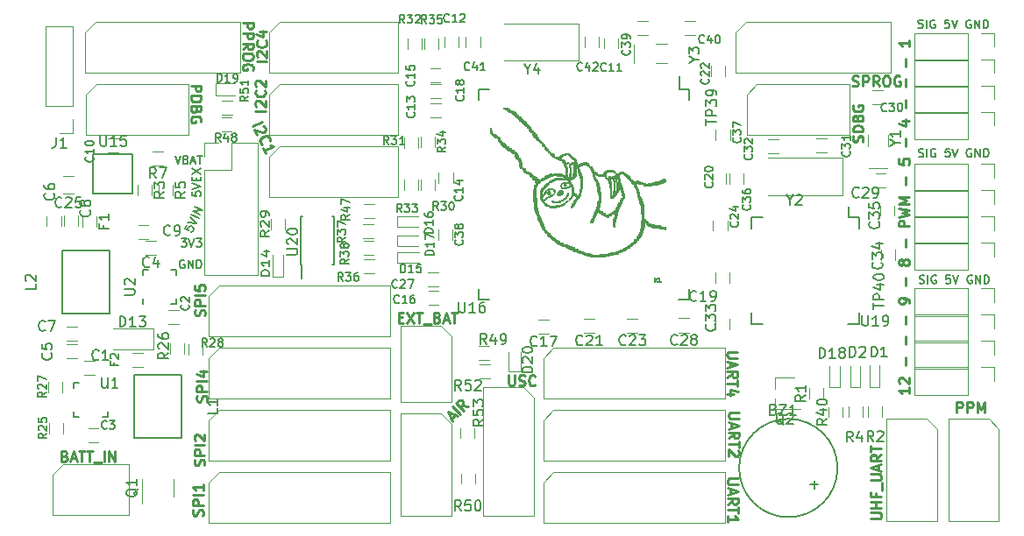
<source format=gto>
G04 #@! TF.FileFunction,Legend,Top*
%FSLAX46Y46*%
G04 Gerber Fmt 4.6, Leading zero omitted, Abs format (unit mm)*
G04 Created by KiCad (PCBNEW 4.0.7) date 02/08/18 09:42:22*
%MOMM*%
%LPD*%
G01*
G04 APERTURE LIST*
%ADD10C,0.100000*%
%ADD11C,0.250000*%
%ADD12C,0.200000*%
%ADD13C,0.175000*%
%ADD14C,0.150000*%
%ADD15C,0.120000*%
%ADD16C,0.010000*%
G04 APERTURE END LIST*
D10*
D11*
X55518096Y-143148571D02*
X55660953Y-143196190D01*
X55708572Y-143243810D01*
X55756191Y-143339048D01*
X55756191Y-143481905D01*
X55708572Y-143577143D01*
X55660953Y-143624762D01*
X55565715Y-143672381D01*
X55184762Y-143672381D01*
X55184762Y-142672381D01*
X55518096Y-142672381D01*
X55613334Y-142720000D01*
X55660953Y-142767619D01*
X55708572Y-142862857D01*
X55708572Y-142958095D01*
X55660953Y-143053333D01*
X55613334Y-143100952D01*
X55518096Y-143148571D01*
X55184762Y-143148571D01*
X56137143Y-143386667D02*
X56613334Y-143386667D01*
X56041905Y-143672381D02*
X56375238Y-142672381D01*
X56708572Y-143672381D01*
X56899048Y-142672381D02*
X57470477Y-142672381D01*
X57184762Y-143672381D02*
X57184762Y-142672381D01*
X57660953Y-142672381D02*
X58232382Y-142672381D01*
X57946667Y-143672381D02*
X57946667Y-142672381D01*
X58327620Y-143767619D02*
X59089525Y-143767619D01*
X59327620Y-143672381D02*
X59327620Y-142672381D01*
X59803810Y-143672381D02*
X59803810Y-142672381D01*
X60375239Y-143672381D01*
X60375239Y-142672381D01*
X67693619Y-107344095D02*
X68693619Y-107344095D01*
X68693619Y-107725048D01*
X68646000Y-107820286D01*
X68598381Y-107867905D01*
X68503143Y-107915524D01*
X68360286Y-107915524D01*
X68265048Y-107867905D01*
X68217429Y-107820286D01*
X68169810Y-107725048D01*
X68169810Y-107344095D01*
X67693619Y-108344095D02*
X68693619Y-108344095D01*
X68693619Y-108582190D01*
X68646000Y-108725048D01*
X68550762Y-108820286D01*
X68455524Y-108867905D01*
X68265048Y-108915524D01*
X68122190Y-108915524D01*
X67931714Y-108867905D01*
X67836476Y-108820286D01*
X67741238Y-108725048D01*
X67693619Y-108582190D01*
X67693619Y-108344095D01*
X68217429Y-109677429D02*
X68169810Y-109820286D01*
X68122190Y-109867905D01*
X68026952Y-109915524D01*
X67884095Y-109915524D01*
X67788857Y-109867905D01*
X67741238Y-109820286D01*
X67693619Y-109725048D01*
X67693619Y-109344095D01*
X68693619Y-109344095D01*
X68693619Y-109677429D01*
X68646000Y-109772667D01*
X68598381Y-109820286D01*
X68503143Y-109867905D01*
X68407905Y-109867905D01*
X68312667Y-109820286D01*
X68265048Y-109772667D01*
X68217429Y-109677429D01*
X68217429Y-109344095D01*
X68646000Y-110867905D02*
X68693619Y-110772667D01*
X68693619Y-110629810D01*
X68646000Y-110486952D01*
X68550762Y-110391714D01*
X68455524Y-110344095D01*
X68265048Y-110296476D01*
X68122190Y-110296476D01*
X67931714Y-110344095D01*
X67836476Y-110391714D01*
X67741238Y-110486952D01*
X67693619Y-110629810D01*
X67693619Y-110725048D01*
X67741238Y-110867905D01*
X67788857Y-110915524D01*
X68122190Y-110915524D01*
X68122190Y-110725048D01*
X72699619Y-101270286D02*
X73699619Y-101270286D01*
X73699619Y-101651239D01*
X73652000Y-101746477D01*
X73604381Y-101794096D01*
X73509143Y-101841715D01*
X73366286Y-101841715D01*
X73271048Y-101794096D01*
X73223429Y-101746477D01*
X73175810Y-101651239D01*
X73175810Y-101270286D01*
X72699619Y-102270286D02*
X73699619Y-102270286D01*
X73699619Y-102651239D01*
X73652000Y-102746477D01*
X73604381Y-102794096D01*
X73509143Y-102841715D01*
X73366286Y-102841715D01*
X73271048Y-102794096D01*
X73223429Y-102746477D01*
X73175810Y-102651239D01*
X73175810Y-102270286D01*
X72699619Y-103841715D02*
X73175810Y-103508381D01*
X72699619Y-103270286D02*
X73699619Y-103270286D01*
X73699619Y-103651239D01*
X73652000Y-103746477D01*
X73604381Y-103794096D01*
X73509143Y-103841715D01*
X73366286Y-103841715D01*
X73271048Y-103794096D01*
X73223429Y-103746477D01*
X73175810Y-103651239D01*
X73175810Y-103270286D01*
X73699619Y-104460762D02*
X73699619Y-104651239D01*
X73652000Y-104746477D01*
X73556762Y-104841715D01*
X73366286Y-104889334D01*
X73032952Y-104889334D01*
X72842476Y-104841715D01*
X72747238Y-104746477D01*
X72699619Y-104651239D01*
X72699619Y-104460762D01*
X72747238Y-104365524D01*
X72842476Y-104270286D01*
X73032952Y-104222667D01*
X73366286Y-104222667D01*
X73556762Y-104270286D01*
X73652000Y-104365524D01*
X73699619Y-104460762D01*
X73652000Y-105841715D02*
X73699619Y-105746477D01*
X73699619Y-105603620D01*
X73652000Y-105460762D01*
X73556762Y-105365524D01*
X73461524Y-105317905D01*
X73271048Y-105270286D01*
X73128190Y-105270286D01*
X72937714Y-105317905D01*
X72842476Y-105365524D01*
X72747238Y-105460762D01*
X72699619Y-105603620D01*
X72699619Y-105698858D01*
X72747238Y-105841715D01*
X72794857Y-105889334D01*
X73128190Y-105889334D01*
X73128190Y-105698858D01*
D12*
X66168714Y-114125905D02*
X66435381Y-114925905D01*
X66702048Y-114125905D01*
X67235381Y-114506857D02*
X67349667Y-114544952D01*
X67387762Y-114583048D01*
X67425857Y-114659238D01*
X67425857Y-114773524D01*
X67387762Y-114849714D01*
X67349667Y-114887810D01*
X67273476Y-114925905D01*
X66968714Y-114925905D01*
X66968714Y-114125905D01*
X67235381Y-114125905D01*
X67311571Y-114164000D01*
X67349667Y-114202095D01*
X67387762Y-114278286D01*
X67387762Y-114354476D01*
X67349667Y-114430667D01*
X67311571Y-114468762D01*
X67235381Y-114506857D01*
X66968714Y-114506857D01*
X67730619Y-114697333D02*
X68111571Y-114697333D01*
X67654428Y-114925905D02*
X67921095Y-114125905D01*
X68187762Y-114925905D01*
X68340142Y-114125905D02*
X68797285Y-114125905D01*
X68568714Y-114925905D02*
X68568714Y-114125905D01*
X67836905Y-117613238D02*
X67836905Y-117994191D01*
X68217857Y-118032286D01*
X68179762Y-117994191D01*
X68141667Y-117918000D01*
X68141667Y-117727524D01*
X68179762Y-117651334D01*
X68217857Y-117613238D01*
X68294048Y-117575143D01*
X68484524Y-117575143D01*
X68560714Y-117613238D01*
X68598810Y-117651334D01*
X68636905Y-117727524D01*
X68636905Y-117918000D01*
X68598810Y-117994191D01*
X68560714Y-118032286D01*
X67836905Y-117346572D02*
X68636905Y-117079905D01*
X67836905Y-116813238D01*
X68217857Y-116546572D02*
X68217857Y-116279905D01*
X68636905Y-116165619D02*
X68636905Y-116546572D01*
X67836905Y-116546572D01*
X67836905Y-116165619D01*
X67836905Y-115898952D02*
X68636905Y-115365619D01*
X67836905Y-115365619D02*
X68636905Y-115898952D01*
X67271957Y-120799373D02*
X67110959Y-121144633D01*
X67440119Y-121340156D01*
X67421693Y-121289531D01*
X67419367Y-121204379D01*
X67499865Y-121031749D01*
X67566590Y-120978797D01*
X67617216Y-120960370D01*
X67702368Y-120958044D01*
X67874998Y-121038542D01*
X67927950Y-121105267D01*
X67946377Y-121155894D01*
X67948703Y-121241045D01*
X67868205Y-121413675D01*
X67801479Y-121466628D01*
X67750853Y-121485054D01*
X67384654Y-120557691D02*
X68222399Y-120654103D01*
X67610051Y-120074326D01*
X68447795Y-120170739D02*
X67722749Y-119832645D01*
X68608793Y-119825480D02*
X67883746Y-119487385D01*
X68801990Y-119411167D01*
X68076943Y-119073073D01*
X66776524Y-122131905D02*
X67271762Y-122131905D01*
X67005095Y-122436667D01*
X67119381Y-122436667D01*
X67195571Y-122474762D01*
X67233667Y-122512857D01*
X67271762Y-122589048D01*
X67271762Y-122779524D01*
X67233667Y-122855714D01*
X67195571Y-122893810D01*
X67119381Y-122931905D01*
X66890809Y-122931905D01*
X66814619Y-122893810D01*
X66776524Y-122855714D01*
X67500333Y-122131905D02*
X67767000Y-122931905D01*
X68033667Y-122131905D01*
X68224143Y-122131905D02*
X68719381Y-122131905D01*
X68452714Y-122436667D01*
X68567000Y-122436667D01*
X68643190Y-122474762D01*
X68681286Y-122512857D01*
X68719381Y-122589048D01*
X68719381Y-122779524D01*
X68681286Y-122855714D01*
X68643190Y-122893810D01*
X68567000Y-122931905D01*
X68338428Y-122931905D01*
X68262238Y-122893810D01*
X68224143Y-122855714D01*
X67056477Y-124243000D02*
X66980286Y-124204905D01*
X66866001Y-124204905D01*
X66751715Y-124243000D01*
X66675524Y-124319190D01*
X66637429Y-124395381D01*
X66599334Y-124547762D01*
X66599334Y-124662048D01*
X66637429Y-124814429D01*
X66675524Y-124890619D01*
X66751715Y-124966810D01*
X66866001Y-125004905D01*
X66942191Y-125004905D01*
X67056477Y-124966810D01*
X67094572Y-124928714D01*
X67094572Y-124662048D01*
X66942191Y-124662048D01*
X67437429Y-125004905D02*
X67437429Y-124204905D01*
X67894572Y-125004905D01*
X67894572Y-124204905D01*
X68275524Y-125004905D02*
X68275524Y-124204905D01*
X68466000Y-124204905D01*
X68580286Y-124243000D01*
X68656477Y-124319190D01*
X68694572Y-124395381D01*
X68732667Y-124547762D01*
X68732667Y-124662048D01*
X68694572Y-124814429D01*
X68656477Y-124890619D01*
X68580286Y-124966810D01*
X68466000Y-125004905D01*
X68275524Y-125004905D01*
D11*
X69022762Y-129592000D02*
X69070381Y-129449143D01*
X69070381Y-129211047D01*
X69022762Y-129115809D01*
X68975143Y-129068190D01*
X68879905Y-129020571D01*
X68784667Y-129020571D01*
X68689429Y-129068190D01*
X68641810Y-129115809D01*
X68594190Y-129211047D01*
X68546571Y-129401524D01*
X68498952Y-129496762D01*
X68451333Y-129544381D01*
X68356095Y-129592000D01*
X68260857Y-129592000D01*
X68165619Y-129544381D01*
X68118000Y-129496762D01*
X68070381Y-129401524D01*
X68070381Y-129163428D01*
X68118000Y-129020571D01*
X69070381Y-128592000D02*
X68070381Y-128592000D01*
X68070381Y-128211047D01*
X68118000Y-128115809D01*
X68165619Y-128068190D01*
X68260857Y-128020571D01*
X68403714Y-128020571D01*
X68498952Y-128068190D01*
X68546571Y-128115809D01*
X68594190Y-128211047D01*
X68594190Y-128592000D01*
X69070381Y-127592000D02*
X68070381Y-127592000D01*
X68070381Y-126639619D02*
X68070381Y-127115810D01*
X68546571Y-127163429D01*
X68498952Y-127115810D01*
X68451333Y-127020572D01*
X68451333Y-126782476D01*
X68498952Y-126687238D01*
X68546571Y-126639619D01*
X68641810Y-126592000D01*
X68879905Y-126592000D01*
X68975143Y-126639619D01*
X69022762Y-126687238D01*
X69070381Y-126782476D01*
X69070381Y-127020572D01*
X69022762Y-127115810D01*
X68975143Y-127163429D01*
X69213762Y-137898000D02*
X69261381Y-137755143D01*
X69261381Y-137517047D01*
X69213762Y-137421809D01*
X69166143Y-137374190D01*
X69070905Y-137326571D01*
X68975667Y-137326571D01*
X68880429Y-137374190D01*
X68832810Y-137421809D01*
X68785190Y-137517047D01*
X68737571Y-137707524D01*
X68689952Y-137802762D01*
X68642333Y-137850381D01*
X68547095Y-137898000D01*
X68451857Y-137898000D01*
X68356619Y-137850381D01*
X68309000Y-137802762D01*
X68261381Y-137707524D01*
X68261381Y-137469428D01*
X68309000Y-137326571D01*
X69261381Y-136898000D02*
X68261381Y-136898000D01*
X68261381Y-136517047D01*
X68309000Y-136421809D01*
X68356619Y-136374190D01*
X68451857Y-136326571D01*
X68594714Y-136326571D01*
X68689952Y-136374190D01*
X68737571Y-136421809D01*
X68785190Y-136517047D01*
X68785190Y-136898000D01*
X69261381Y-135898000D02*
X68261381Y-135898000D01*
X68594714Y-134993238D02*
X69261381Y-134993238D01*
X68213762Y-135231334D02*
X68928048Y-135469429D01*
X68928048Y-134850381D01*
X68984762Y-144070000D02*
X69032381Y-143927143D01*
X69032381Y-143689047D01*
X68984762Y-143593809D01*
X68937143Y-143546190D01*
X68841905Y-143498571D01*
X68746667Y-143498571D01*
X68651429Y-143546190D01*
X68603810Y-143593809D01*
X68556190Y-143689047D01*
X68508571Y-143879524D01*
X68460952Y-143974762D01*
X68413333Y-144022381D01*
X68318095Y-144070000D01*
X68222857Y-144070000D01*
X68127619Y-144022381D01*
X68080000Y-143974762D01*
X68032381Y-143879524D01*
X68032381Y-143641428D01*
X68080000Y-143498571D01*
X69032381Y-143070000D02*
X68032381Y-143070000D01*
X68032381Y-142689047D01*
X68080000Y-142593809D01*
X68127619Y-142546190D01*
X68222857Y-142498571D01*
X68365714Y-142498571D01*
X68460952Y-142546190D01*
X68508571Y-142593809D01*
X68556190Y-142689047D01*
X68556190Y-143070000D01*
X69032381Y-142070000D02*
X68032381Y-142070000D01*
X68127619Y-141641429D02*
X68080000Y-141593810D01*
X68032381Y-141498572D01*
X68032381Y-141260476D01*
X68080000Y-141165238D01*
X68127619Y-141117619D01*
X68222857Y-141070000D01*
X68318095Y-141070000D01*
X68460952Y-141117619D01*
X69032381Y-141689048D01*
X69032381Y-141070000D01*
X68832762Y-148909000D02*
X68880381Y-148766143D01*
X68880381Y-148528047D01*
X68832762Y-148432809D01*
X68785143Y-148385190D01*
X68689905Y-148337571D01*
X68594667Y-148337571D01*
X68499429Y-148385190D01*
X68451810Y-148432809D01*
X68404190Y-148528047D01*
X68356571Y-148718524D01*
X68308952Y-148813762D01*
X68261333Y-148861381D01*
X68166095Y-148909000D01*
X68070857Y-148909000D01*
X67975619Y-148861381D01*
X67928000Y-148813762D01*
X67880381Y-148718524D01*
X67880381Y-148480428D01*
X67928000Y-148337571D01*
X68880381Y-147909000D02*
X67880381Y-147909000D01*
X67880381Y-147528047D01*
X67928000Y-147432809D01*
X67975619Y-147385190D01*
X68070857Y-147337571D01*
X68213714Y-147337571D01*
X68308952Y-147385190D01*
X68356571Y-147432809D01*
X68404190Y-147528047D01*
X68404190Y-147909000D01*
X68880381Y-146909000D02*
X67880381Y-146909000D01*
X68880381Y-145909000D02*
X68880381Y-146480429D01*
X68880381Y-146194715D02*
X67880381Y-146194715D01*
X68023238Y-146289953D01*
X68118476Y-146385191D01*
X68166095Y-146480429D01*
X92858581Y-139530122D02*
X93195299Y-139193404D01*
X92993268Y-139799496D02*
X92521863Y-138856687D01*
X93464672Y-139328091D01*
X93700374Y-139092389D02*
X92993268Y-138385282D01*
X94441153Y-138351610D02*
X93868732Y-138250595D01*
X94037092Y-138755672D02*
X93329985Y-138048565D01*
X93599359Y-137779190D01*
X93700374Y-137745519D01*
X93767718Y-137745519D01*
X93868733Y-137779190D01*
X93969748Y-137880206D01*
X94003420Y-137981221D01*
X94003420Y-138048564D01*
X93969748Y-138149579D01*
X93700374Y-138418954D01*
X87764095Y-129765571D02*
X88097429Y-129765571D01*
X88240286Y-130289381D02*
X87764095Y-130289381D01*
X87764095Y-129289381D01*
X88240286Y-129289381D01*
X88573619Y-129289381D02*
X89240286Y-130289381D01*
X89240286Y-129289381D02*
X88573619Y-130289381D01*
X89478381Y-129289381D02*
X90049810Y-129289381D01*
X89764095Y-130289381D02*
X89764095Y-129289381D01*
X90145048Y-130384619D02*
X90906953Y-130384619D01*
X91478382Y-129765571D02*
X91621239Y-129813190D01*
X91668858Y-129860810D01*
X91716477Y-129956048D01*
X91716477Y-130098905D01*
X91668858Y-130194143D01*
X91621239Y-130241762D01*
X91526001Y-130289381D01*
X91145048Y-130289381D01*
X91145048Y-129289381D01*
X91478382Y-129289381D01*
X91573620Y-129337000D01*
X91621239Y-129384619D01*
X91668858Y-129479857D01*
X91668858Y-129575095D01*
X91621239Y-129670333D01*
X91573620Y-129717952D01*
X91478382Y-129765571D01*
X91145048Y-129765571D01*
X92097429Y-130003667D02*
X92573620Y-130003667D01*
X92002191Y-130289381D02*
X92335524Y-129289381D01*
X92668858Y-130289381D01*
X92859334Y-129289381D02*
X93430763Y-129289381D01*
X93145048Y-130289381D02*
X93145048Y-129289381D01*
X98372095Y-135352381D02*
X98372095Y-136161905D01*
X98419714Y-136257143D01*
X98467333Y-136304762D01*
X98562571Y-136352381D01*
X98753048Y-136352381D01*
X98848286Y-136304762D01*
X98895905Y-136257143D01*
X98943524Y-136161905D01*
X98943524Y-135352381D01*
X99372095Y-136304762D02*
X99514952Y-136352381D01*
X99753048Y-136352381D01*
X99848286Y-136304762D01*
X99895905Y-136257143D01*
X99943524Y-136161905D01*
X99943524Y-136066667D01*
X99895905Y-135971429D01*
X99848286Y-135923810D01*
X99753048Y-135876190D01*
X99562571Y-135828571D01*
X99467333Y-135780952D01*
X99419714Y-135733333D01*
X99372095Y-135638095D01*
X99372095Y-135542857D01*
X99419714Y-135447619D01*
X99467333Y-135400000D01*
X99562571Y-135352381D01*
X99800667Y-135352381D01*
X99943524Y-135400000D01*
X100943524Y-136257143D02*
X100895905Y-136304762D01*
X100753048Y-136352381D01*
X100657810Y-136352381D01*
X100514952Y-136304762D01*
X100419714Y-136209524D01*
X100372095Y-136114286D01*
X100324476Y-135923810D01*
X100324476Y-135780952D01*
X100372095Y-135590476D01*
X100419714Y-135495238D01*
X100514952Y-135400000D01*
X100657810Y-135352381D01*
X100753048Y-135352381D01*
X100895905Y-135400000D01*
X100943524Y-135447619D01*
X73660201Y-111249880D02*
X74566509Y-110827262D01*
X74661316Y-111255929D02*
X74724598Y-111278961D01*
X74808005Y-111345152D01*
X74908628Y-111560940D01*
X74905720Y-111667380D01*
X74882687Y-111730662D01*
X74816497Y-111814068D01*
X74730182Y-111854318D01*
X74580585Y-111871534D01*
X73821198Y-111595140D01*
X74082819Y-112156188D01*
X74591752Y-113022247D02*
X74528470Y-112999214D01*
X74424939Y-112889866D01*
X74384689Y-112803551D01*
X74367472Y-112653953D01*
X74413538Y-112527389D01*
X74479728Y-112443982D01*
X74632234Y-112320326D01*
X74761707Y-112259951D01*
X74954461Y-112222610D01*
X75060901Y-112225518D01*
X75187465Y-112271584D01*
X75290997Y-112380933D01*
X75331247Y-112467248D01*
X75348463Y-112616845D01*
X75325430Y-112680127D01*
X74907931Y-113925646D02*
X74666435Y-113407756D01*
X74787183Y-113666700D02*
X75693490Y-113244082D01*
X75523769Y-113218141D01*
X75397204Y-113172076D01*
X75313798Y-113105885D01*
X74912381Y-109803381D02*
X73912381Y-109803381D01*
X74007619Y-109374810D02*
X73960000Y-109327191D01*
X73912381Y-109231953D01*
X73912381Y-108993857D01*
X73960000Y-108898619D01*
X74007619Y-108851000D01*
X74102857Y-108803381D01*
X74198095Y-108803381D01*
X74340952Y-108851000D01*
X74912381Y-109422429D01*
X74912381Y-108803381D01*
X74817143Y-107803381D02*
X74864762Y-107851000D01*
X74912381Y-107993857D01*
X74912381Y-108089095D01*
X74864762Y-108231953D01*
X74769524Y-108327191D01*
X74674286Y-108374810D01*
X74483810Y-108422429D01*
X74340952Y-108422429D01*
X74150476Y-108374810D01*
X74055238Y-108327191D01*
X73960000Y-108231953D01*
X73912381Y-108089095D01*
X73912381Y-107993857D01*
X73960000Y-107851000D01*
X74007619Y-107803381D01*
X74007619Y-107422429D02*
X73960000Y-107374810D01*
X73912381Y-107279572D01*
X73912381Y-107041476D01*
X73960000Y-106946238D01*
X74007619Y-106898619D01*
X74102857Y-106851000D01*
X74198095Y-106851000D01*
X74340952Y-106898619D01*
X74912381Y-107470048D01*
X74912381Y-106851000D01*
X75037381Y-105008381D02*
X74037381Y-105008381D01*
X74132619Y-104579810D02*
X74085000Y-104532191D01*
X74037381Y-104436953D01*
X74037381Y-104198857D01*
X74085000Y-104103619D01*
X74132619Y-104056000D01*
X74227857Y-104008381D01*
X74323095Y-104008381D01*
X74465952Y-104056000D01*
X75037381Y-104627429D01*
X75037381Y-104008381D01*
X74942143Y-103008381D02*
X74989762Y-103056000D01*
X75037381Y-103198857D01*
X75037381Y-103294095D01*
X74989762Y-103436953D01*
X74894524Y-103532191D01*
X74799286Y-103579810D01*
X74608810Y-103627429D01*
X74465952Y-103627429D01*
X74275476Y-103579810D01*
X74180238Y-103532191D01*
X74085000Y-103436953D01*
X74037381Y-103294095D01*
X74037381Y-103198857D01*
X74085000Y-103056000D01*
X74132619Y-103008381D01*
X74370714Y-102151238D02*
X75037381Y-102151238D01*
X73989762Y-102389334D02*
X74704048Y-102627429D01*
X74704048Y-102008381D01*
X131589476Y-107343762D02*
X131732333Y-107391381D01*
X131970429Y-107391381D01*
X132065667Y-107343762D01*
X132113286Y-107296143D01*
X132160905Y-107200905D01*
X132160905Y-107105667D01*
X132113286Y-107010429D01*
X132065667Y-106962810D01*
X131970429Y-106915190D01*
X131779952Y-106867571D01*
X131684714Y-106819952D01*
X131637095Y-106772333D01*
X131589476Y-106677095D01*
X131589476Y-106581857D01*
X131637095Y-106486619D01*
X131684714Y-106439000D01*
X131779952Y-106391381D01*
X132018048Y-106391381D01*
X132160905Y-106439000D01*
X132589476Y-107391381D02*
X132589476Y-106391381D01*
X132970429Y-106391381D01*
X133065667Y-106439000D01*
X133113286Y-106486619D01*
X133160905Y-106581857D01*
X133160905Y-106724714D01*
X133113286Y-106819952D01*
X133065667Y-106867571D01*
X132970429Y-106915190D01*
X132589476Y-106915190D01*
X134160905Y-107391381D02*
X133827571Y-106915190D01*
X133589476Y-107391381D02*
X133589476Y-106391381D01*
X133970429Y-106391381D01*
X134065667Y-106439000D01*
X134113286Y-106486619D01*
X134160905Y-106581857D01*
X134160905Y-106724714D01*
X134113286Y-106819952D01*
X134065667Y-106867571D01*
X133970429Y-106915190D01*
X133589476Y-106915190D01*
X134779952Y-106391381D02*
X134970429Y-106391381D01*
X135065667Y-106439000D01*
X135160905Y-106534238D01*
X135208524Y-106724714D01*
X135208524Y-107058048D01*
X135160905Y-107248524D01*
X135065667Y-107343762D01*
X134970429Y-107391381D01*
X134779952Y-107391381D01*
X134684714Y-107343762D01*
X134589476Y-107248524D01*
X134541857Y-107058048D01*
X134541857Y-106724714D01*
X134589476Y-106534238D01*
X134684714Y-106439000D01*
X134779952Y-106391381D01*
X136160905Y-106439000D02*
X136065667Y-106391381D01*
X135922810Y-106391381D01*
X135779952Y-106439000D01*
X135684714Y-106534238D01*
X135637095Y-106629476D01*
X135589476Y-106819952D01*
X135589476Y-106962810D01*
X135637095Y-107153286D01*
X135684714Y-107248524D01*
X135779952Y-107343762D01*
X135922810Y-107391381D01*
X136018048Y-107391381D01*
X136160905Y-107343762D01*
X136208524Y-107296143D01*
X136208524Y-106962810D01*
X136018048Y-106962810D01*
X132565762Y-112793714D02*
X132613381Y-112650857D01*
X132613381Y-112412761D01*
X132565762Y-112317523D01*
X132518143Y-112269904D01*
X132422905Y-112222285D01*
X132327667Y-112222285D01*
X132232429Y-112269904D01*
X132184810Y-112317523D01*
X132137190Y-112412761D01*
X132089571Y-112603238D01*
X132041952Y-112698476D01*
X131994333Y-112746095D01*
X131899095Y-112793714D01*
X131803857Y-112793714D01*
X131708619Y-112746095D01*
X131661000Y-112698476D01*
X131613381Y-112603238D01*
X131613381Y-112365142D01*
X131661000Y-112222285D01*
X132613381Y-111793714D02*
X131613381Y-111793714D01*
X131613381Y-111555619D01*
X131661000Y-111412761D01*
X131756238Y-111317523D01*
X131851476Y-111269904D01*
X132041952Y-111222285D01*
X132184810Y-111222285D01*
X132375286Y-111269904D01*
X132470524Y-111317523D01*
X132565762Y-111412761D01*
X132613381Y-111555619D01*
X132613381Y-111793714D01*
X132089571Y-110460380D02*
X132137190Y-110317523D01*
X132184810Y-110269904D01*
X132280048Y-110222285D01*
X132422905Y-110222285D01*
X132518143Y-110269904D01*
X132565762Y-110317523D01*
X132613381Y-110412761D01*
X132613381Y-110793714D01*
X131613381Y-110793714D01*
X131613381Y-110460380D01*
X131661000Y-110365142D01*
X131708619Y-110317523D01*
X131803857Y-110269904D01*
X131899095Y-110269904D01*
X131994333Y-110317523D01*
X132041952Y-110365142D01*
X132089571Y-110460380D01*
X132089571Y-110793714D01*
X131661000Y-109269904D02*
X131613381Y-109365142D01*
X131613381Y-109507999D01*
X131661000Y-109650857D01*
X131756238Y-109746095D01*
X131851476Y-109793714D01*
X132041952Y-109841333D01*
X132184810Y-109841333D01*
X132375286Y-109793714D01*
X132470524Y-109746095D01*
X132565762Y-109650857D01*
X132613381Y-109507999D01*
X132613381Y-109412761D01*
X132565762Y-109269904D01*
X132518143Y-109222285D01*
X132184810Y-109222285D01*
X132184810Y-109412761D01*
X120521619Y-145339571D02*
X119712095Y-145339571D01*
X119616857Y-145387190D01*
X119569238Y-145434809D01*
X119521619Y-145530047D01*
X119521619Y-145720524D01*
X119569238Y-145815762D01*
X119616857Y-145863381D01*
X119712095Y-145911000D01*
X120521619Y-145911000D01*
X119807333Y-146339571D02*
X119807333Y-146815762D01*
X119521619Y-146244333D02*
X120521619Y-146577666D01*
X119521619Y-146911000D01*
X119521619Y-147815762D02*
X119997810Y-147482428D01*
X119521619Y-147244333D02*
X120521619Y-147244333D01*
X120521619Y-147625286D01*
X120474000Y-147720524D01*
X120426381Y-147768143D01*
X120331143Y-147815762D01*
X120188286Y-147815762D01*
X120093048Y-147768143D01*
X120045429Y-147720524D01*
X119997810Y-147625286D01*
X119997810Y-147244333D01*
X120521619Y-148101476D02*
X120521619Y-148672905D01*
X119521619Y-148387190D02*
X120521619Y-148387190D01*
X119521619Y-149530048D02*
X119521619Y-148958619D01*
X119521619Y-149244333D02*
X120521619Y-149244333D01*
X120378762Y-149149095D01*
X120283524Y-149053857D01*
X120235905Y-148958619D01*
X120633619Y-138969571D02*
X119824095Y-138969571D01*
X119728857Y-139017190D01*
X119681238Y-139064809D01*
X119633619Y-139160047D01*
X119633619Y-139350524D01*
X119681238Y-139445762D01*
X119728857Y-139493381D01*
X119824095Y-139541000D01*
X120633619Y-139541000D01*
X119919333Y-139969571D02*
X119919333Y-140445762D01*
X119633619Y-139874333D02*
X120633619Y-140207666D01*
X119633619Y-140541000D01*
X119633619Y-141445762D02*
X120109810Y-141112428D01*
X119633619Y-140874333D02*
X120633619Y-140874333D01*
X120633619Y-141255286D01*
X120586000Y-141350524D01*
X120538381Y-141398143D01*
X120443143Y-141445762D01*
X120300286Y-141445762D01*
X120205048Y-141398143D01*
X120157429Y-141350524D01*
X120109810Y-141255286D01*
X120109810Y-140874333D01*
X120633619Y-141731476D02*
X120633619Y-142302905D01*
X119633619Y-142017190D02*
X120633619Y-142017190D01*
X120538381Y-142588619D02*
X120586000Y-142636238D01*
X120633619Y-142731476D01*
X120633619Y-142969572D01*
X120586000Y-143064810D01*
X120538381Y-143112429D01*
X120443143Y-143160048D01*
X120347905Y-143160048D01*
X120205048Y-143112429D01*
X119633619Y-142541000D01*
X119633619Y-143160048D01*
X120493619Y-133102571D02*
X119684095Y-133102571D01*
X119588857Y-133150190D01*
X119541238Y-133197809D01*
X119493619Y-133293047D01*
X119493619Y-133483524D01*
X119541238Y-133578762D01*
X119588857Y-133626381D01*
X119684095Y-133674000D01*
X120493619Y-133674000D01*
X119779333Y-134102571D02*
X119779333Y-134578762D01*
X119493619Y-134007333D02*
X120493619Y-134340666D01*
X119493619Y-134674000D01*
X119493619Y-135578762D02*
X119969810Y-135245428D01*
X119493619Y-135007333D02*
X120493619Y-135007333D01*
X120493619Y-135388286D01*
X120446000Y-135483524D01*
X120398381Y-135531143D01*
X120303143Y-135578762D01*
X120160286Y-135578762D01*
X120065048Y-135531143D01*
X120017429Y-135483524D01*
X119969810Y-135388286D01*
X119969810Y-135007333D01*
X120493619Y-135864476D02*
X120493619Y-136435905D01*
X119493619Y-136150190D02*
X120493619Y-136150190D01*
X120160286Y-137197810D02*
X119493619Y-137197810D01*
X120541238Y-136959714D02*
X119826952Y-136721619D01*
X119826952Y-137340667D01*
X133381381Y-149207381D02*
X134190905Y-149207381D01*
X134286143Y-149159762D01*
X134333762Y-149112143D01*
X134381381Y-149016905D01*
X134381381Y-148826428D01*
X134333762Y-148731190D01*
X134286143Y-148683571D01*
X134190905Y-148635952D01*
X133381381Y-148635952D01*
X134381381Y-148159762D02*
X133381381Y-148159762D01*
X133857571Y-148159762D02*
X133857571Y-147588333D01*
X134381381Y-147588333D02*
X133381381Y-147588333D01*
X133857571Y-146778809D02*
X133857571Y-147112143D01*
X134381381Y-147112143D02*
X133381381Y-147112143D01*
X133381381Y-146635952D01*
X134476619Y-146493095D02*
X134476619Y-145731190D01*
X133381381Y-145493095D02*
X134190905Y-145493095D01*
X134286143Y-145445476D01*
X134333762Y-145397857D01*
X134381381Y-145302619D01*
X134381381Y-145112142D01*
X134333762Y-145016904D01*
X134286143Y-144969285D01*
X134190905Y-144921666D01*
X133381381Y-144921666D01*
X134095667Y-144493095D02*
X134095667Y-144016904D01*
X134381381Y-144588333D02*
X133381381Y-144255000D01*
X134381381Y-143921666D01*
X134381381Y-143016904D02*
X133905190Y-143350238D01*
X134381381Y-143588333D02*
X133381381Y-143588333D01*
X133381381Y-143207380D01*
X133429000Y-143112142D01*
X133476619Y-143064523D01*
X133571857Y-143016904D01*
X133714714Y-143016904D01*
X133809952Y-143064523D01*
X133857571Y-143112142D01*
X133905190Y-143207380D01*
X133905190Y-143588333D01*
X133381381Y-142731190D02*
X133381381Y-142159761D01*
X134381381Y-142445476D02*
X133381381Y-142445476D01*
X141658667Y-138953381D02*
X141658667Y-137953381D01*
X142039620Y-137953381D01*
X142134858Y-138001000D01*
X142182477Y-138048619D01*
X142230096Y-138143857D01*
X142230096Y-138286714D01*
X142182477Y-138381952D01*
X142134858Y-138429571D01*
X142039620Y-138477190D01*
X141658667Y-138477190D01*
X142658667Y-138953381D02*
X142658667Y-137953381D01*
X143039620Y-137953381D01*
X143134858Y-138001000D01*
X143182477Y-138048619D01*
X143230096Y-138143857D01*
X143230096Y-138286714D01*
X143182477Y-138381952D01*
X143134858Y-138429571D01*
X143039620Y-138477190D01*
X142658667Y-138477190D01*
X143658667Y-138953381D02*
X143658667Y-137953381D01*
X143992001Y-138667667D01*
X144325334Y-137953381D01*
X144325334Y-138953381D01*
D13*
X138060572Y-126444810D02*
X138174858Y-126482905D01*
X138365334Y-126482905D01*
X138441524Y-126444810D01*
X138479620Y-126406714D01*
X138517715Y-126330524D01*
X138517715Y-126254333D01*
X138479620Y-126178143D01*
X138441524Y-126140048D01*
X138365334Y-126101952D01*
X138212953Y-126063857D01*
X138136762Y-126025762D01*
X138098667Y-125987667D01*
X138060572Y-125911476D01*
X138060572Y-125835286D01*
X138098667Y-125759095D01*
X138136762Y-125721000D01*
X138212953Y-125682905D01*
X138403429Y-125682905D01*
X138517715Y-125721000D01*
X138860572Y-126482905D02*
X138860572Y-125682905D01*
X139660572Y-125721000D02*
X139584381Y-125682905D01*
X139470096Y-125682905D01*
X139355810Y-125721000D01*
X139279619Y-125797190D01*
X139241524Y-125873381D01*
X139203429Y-126025762D01*
X139203429Y-126140048D01*
X139241524Y-126292429D01*
X139279619Y-126368619D01*
X139355810Y-126444810D01*
X139470096Y-126482905D01*
X139546286Y-126482905D01*
X139660572Y-126444810D01*
X139698667Y-126406714D01*
X139698667Y-126140048D01*
X139546286Y-126140048D01*
X141032001Y-125682905D02*
X140651048Y-125682905D01*
X140612953Y-126063857D01*
X140651048Y-126025762D01*
X140727239Y-125987667D01*
X140917715Y-125987667D01*
X140993905Y-126025762D01*
X141032001Y-126063857D01*
X141070096Y-126140048D01*
X141070096Y-126330524D01*
X141032001Y-126406714D01*
X140993905Y-126444810D01*
X140917715Y-126482905D01*
X140727239Y-126482905D01*
X140651048Y-126444810D01*
X140612953Y-126406714D01*
X141298667Y-125682905D02*
X141565334Y-126482905D01*
X141832001Y-125682905D01*
X143127239Y-125721000D02*
X143051048Y-125682905D01*
X142936763Y-125682905D01*
X142822477Y-125721000D01*
X142746286Y-125797190D01*
X142708191Y-125873381D01*
X142670096Y-126025762D01*
X142670096Y-126140048D01*
X142708191Y-126292429D01*
X142746286Y-126368619D01*
X142822477Y-126444810D01*
X142936763Y-126482905D01*
X143012953Y-126482905D01*
X143127239Y-126444810D01*
X143165334Y-126406714D01*
X143165334Y-126140048D01*
X143012953Y-126140048D01*
X143508191Y-126482905D02*
X143508191Y-125682905D01*
X143965334Y-126482905D01*
X143965334Y-125682905D01*
X144346286Y-126482905D02*
X144346286Y-125682905D01*
X144536762Y-125682905D01*
X144651048Y-125721000D01*
X144727239Y-125797190D01*
X144765334Y-125873381D01*
X144803429Y-126025762D01*
X144803429Y-126140048D01*
X144765334Y-126292429D01*
X144727239Y-126368619D01*
X144651048Y-126444810D01*
X144536762Y-126482905D01*
X144346286Y-126482905D01*
X138004572Y-114206810D02*
X138118858Y-114244905D01*
X138309334Y-114244905D01*
X138385524Y-114206810D01*
X138423620Y-114168714D01*
X138461715Y-114092524D01*
X138461715Y-114016333D01*
X138423620Y-113940143D01*
X138385524Y-113902048D01*
X138309334Y-113863952D01*
X138156953Y-113825857D01*
X138080762Y-113787762D01*
X138042667Y-113749667D01*
X138004572Y-113673476D01*
X138004572Y-113597286D01*
X138042667Y-113521095D01*
X138080762Y-113483000D01*
X138156953Y-113444905D01*
X138347429Y-113444905D01*
X138461715Y-113483000D01*
X138804572Y-114244905D02*
X138804572Y-113444905D01*
X139604572Y-113483000D02*
X139528381Y-113444905D01*
X139414096Y-113444905D01*
X139299810Y-113483000D01*
X139223619Y-113559190D01*
X139185524Y-113635381D01*
X139147429Y-113787762D01*
X139147429Y-113902048D01*
X139185524Y-114054429D01*
X139223619Y-114130619D01*
X139299810Y-114206810D01*
X139414096Y-114244905D01*
X139490286Y-114244905D01*
X139604572Y-114206810D01*
X139642667Y-114168714D01*
X139642667Y-113902048D01*
X139490286Y-113902048D01*
X140976001Y-113444905D02*
X140595048Y-113444905D01*
X140556953Y-113825857D01*
X140595048Y-113787762D01*
X140671239Y-113749667D01*
X140861715Y-113749667D01*
X140937905Y-113787762D01*
X140976001Y-113825857D01*
X141014096Y-113902048D01*
X141014096Y-114092524D01*
X140976001Y-114168714D01*
X140937905Y-114206810D01*
X140861715Y-114244905D01*
X140671239Y-114244905D01*
X140595048Y-114206810D01*
X140556953Y-114168714D01*
X141242667Y-113444905D02*
X141509334Y-114244905D01*
X141776001Y-113444905D01*
X143071239Y-113483000D02*
X142995048Y-113444905D01*
X142880763Y-113444905D01*
X142766477Y-113483000D01*
X142690286Y-113559190D01*
X142652191Y-113635381D01*
X142614096Y-113787762D01*
X142614096Y-113902048D01*
X142652191Y-114054429D01*
X142690286Y-114130619D01*
X142766477Y-114206810D01*
X142880763Y-114244905D01*
X142956953Y-114244905D01*
X143071239Y-114206810D01*
X143109334Y-114168714D01*
X143109334Y-113902048D01*
X142956953Y-113902048D01*
X143452191Y-114244905D02*
X143452191Y-113444905D01*
X143909334Y-114244905D01*
X143909334Y-113444905D01*
X144290286Y-114244905D02*
X144290286Y-113444905D01*
X144480762Y-113444905D01*
X144595048Y-113483000D01*
X144671239Y-113559190D01*
X144709334Y-113635381D01*
X144747429Y-113787762D01*
X144747429Y-113902048D01*
X144709334Y-114054429D01*
X144671239Y-114130619D01*
X144595048Y-114206810D01*
X144480762Y-114244905D01*
X144290286Y-114244905D01*
X137949572Y-101745810D02*
X138063858Y-101783905D01*
X138254334Y-101783905D01*
X138330524Y-101745810D01*
X138368620Y-101707714D01*
X138406715Y-101631524D01*
X138406715Y-101555333D01*
X138368620Y-101479143D01*
X138330524Y-101441048D01*
X138254334Y-101402952D01*
X138101953Y-101364857D01*
X138025762Y-101326762D01*
X137987667Y-101288667D01*
X137949572Y-101212476D01*
X137949572Y-101136286D01*
X137987667Y-101060095D01*
X138025762Y-101022000D01*
X138101953Y-100983905D01*
X138292429Y-100983905D01*
X138406715Y-101022000D01*
X138749572Y-101783905D02*
X138749572Y-100983905D01*
X139549572Y-101022000D02*
X139473381Y-100983905D01*
X139359096Y-100983905D01*
X139244810Y-101022000D01*
X139168619Y-101098190D01*
X139130524Y-101174381D01*
X139092429Y-101326762D01*
X139092429Y-101441048D01*
X139130524Y-101593429D01*
X139168619Y-101669619D01*
X139244810Y-101745810D01*
X139359096Y-101783905D01*
X139435286Y-101783905D01*
X139549572Y-101745810D01*
X139587667Y-101707714D01*
X139587667Y-101441048D01*
X139435286Y-101441048D01*
X140921001Y-100983905D02*
X140540048Y-100983905D01*
X140501953Y-101364857D01*
X140540048Y-101326762D01*
X140616239Y-101288667D01*
X140806715Y-101288667D01*
X140882905Y-101326762D01*
X140921001Y-101364857D01*
X140959096Y-101441048D01*
X140959096Y-101631524D01*
X140921001Y-101707714D01*
X140882905Y-101745810D01*
X140806715Y-101783905D01*
X140616239Y-101783905D01*
X140540048Y-101745810D01*
X140501953Y-101707714D01*
X141187667Y-100983905D02*
X141454334Y-101783905D01*
X141721001Y-100983905D01*
X143016239Y-101022000D02*
X142940048Y-100983905D01*
X142825763Y-100983905D01*
X142711477Y-101022000D01*
X142635286Y-101098190D01*
X142597191Y-101174381D01*
X142559096Y-101326762D01*
X142559096Y-101441048D01*
X142597191Y-101593429D01*
X142635286Y-101669619D01*
X142711477Y-101745810D01*
X142825763Y-101783905D01*
X142901953Y-101783905D01*
X143016239Y-101745810D01*
X143054334Y-101707714D01*
X143054334Y-101441048D01*
X142901953Y-101441048D01*
X143397191Y-101783905D02*
X143397191Y-100983905D01*
X143854334Y-101783905D01*
X143854334Y-100983905D01*
X144235286Y-101783905D02*
X144235286Y-100983905D01*
X144425762Y-100983905D01*
X144540048Y-101022000D01*
X144616239Y-101098190D01*
X144654334Y-101174381D01*
X144692429Y-101326762D01*
X144692429Y-101441048D01*
X144654334Y-101593429D01*
X144616239Y-101669619D01*
X144540048Y-101745810D01*
X144425762Y-101783905D01*
X144235286Y-101783905D01*
D11*
X137079381Y-136530000D02*
X137079381Y-137101429D01*
X137079381Y-136815715D02*
X136079381Y-136815715D01*
X136222238Y-136910953D01*
X136317476Y-137006191D01*
X136365095Y-137101429D01*
X136174619Y-136149048D02*
X136127000Y-136101429D01*
X136079381Y-136006191D01*
X136079381Y-135768095D01*
X136127000Y-135672857D01*
X136174619Y-135625238D01*
X136269857Y-135577619D01*
X136365095Y-135577619D01*
X136507952Y-135625238D01*
X137079381Y-136196667D01*
X137079381Y-135577619D01*
X136698429Y-134387143D02*
X136698429Y-133625238D01*
X136698429Y-132387143D02*
X136698429Y-131625238D01*
X136698429Y-130387143D02*
X136698429Y-129625238D01*
X137079381Y-128339524D02*
X137079381Y-128149048D01*
X137031762Y-128053809D01*
X136984143Y-128006190D01*
X136841286Y-127910952D01*
X136650810Y-127863333D01*
X136269857Y-127863333D01*
X136174619Y-127910952D01*
X136127000Y-127958571D01*
X136079381Y-128053809D01*
X136079381Y-128244286D01*
X136127000Y-128339524D01*
X136174619Y-128387143D01*
X136269857Y-128434762D01*
X136507952Y-128434762D01*
X136603190Y-128387143D01*
X136650810Y-128339524D01*
X136698429Y-128244286D01*
X136698429Y-128053809D01*
X136650810Y-127958571D01*
X136603190Y-127910952D01*
X136507952Y-127863333D01*
X136698429Y-126672857D02*
X136698429Y-125910952D01*
X136507952Y-124530000D02*
X136460333Y-124625238D01*
X136412714Y-124672857D01*
X136317476Y-124720476D01*
X136269857Y-124720476D01*
X136174619Y-124672857D01*
X136127000Y-124625238D01*
X136079381Y-124530000D01*
X136079381Y-124339523D01*
X136127000Y-124244285D01*
X136174619Y-124196666D01*
X136269857Y-124149047D01*
X136317476Y-124149047D01*
X136412714Y-124196666D01*
X136460333Y-124244285D01*
X136507952Y-124339523D01*
X136507952Y-124530000D01*
X136555571Y-124625238D01*
X136603190Y-124672857D01*
X136698429Y-124720476D01*
X136888905Y-124720476D01*
X136984143Y-124672857D01*
X137031762Y-124625238D01*
X137079381Y-124530000D01*
X137079381Y-124339523D01*
X137031762Y-124244285D01*
X136984143Y-124196666D01*
X136888905Y-124149047D01*
X136698429Y-124149047D01*
X136603190Y-124196666D01*
X136555571Y-124244285D01*
X136507952Y-124339523D01*
X136698429Y-122958571D02*
X136698429Y-122196666D01*
X137079381Y-120958571D02*
X136079381Y-120958571D01*
X136079381Y-120577618D01*
X136127000Y-120482380D01*
X136174619Y-120434761D01*
X136269857Y-120387142D01*
X136412714Y-120387142D01*
X136507952Y-120434761D01*
X136555571Y-120482380D01*
X136603190Y-120577618D01*
X136603190Y-120958571D01*
X136079381Y-120053809D02*
X137079381Y-119815714D01*
X136365095Y-119625237D01*
X137079381Y-119434761D01*
X136079381Y-119196666D01*
X137079381Y-118815714D02*
X136079381Y-118815714D01*
X136793667Y-118482380D01*
X136079381Y-118149047D01*
X137079381Y-118149047D01*
X136698429Y-116910952D02*
X136698429Y-116149047D01*
X136079381Y-114434761D02*
X136079381Y-114910952D01*
X136555571Y-114958571D01*
X136507952Y-114910952D01*
X136460333Y-114815714D01*
X136460333Y-114577618D01*
X136507952Y-114482380D01*
X136555571Y-114434761D01*
X136650810Y-114387142D01*
X136888905Y-114387142D01*
X136984143Y-114434761D01*
X137031762Y-114482380D01*
X137079381Y-114577618D01*
X137079381Y-114815714D01*
X137031762Y-114910952D01*
X136984143Y-114958571D01*
X136698429Y-113196666D02*
X136698429Y-112434761D01*
X136412714Y-110768094D02*
X137079381Y-110768094D01*
X136031762Y-111006190D02*
X136746048Y-111244285D01*
X136746048Y-110625237D01*
X136698429Y-109482380D02*
X136698429Y-108720475D01*
X136698429Y-107482380D02*
X136698429Y-106720475D01*
X136698429Y-105482380D02*
X136698429Y-104720475D01*
X137079381Y-102958570D02*
X137079381Y-103529999D01*
X137079381Y-103244285D02*
X136079381Y-103244285D01*
X136222238Y-103339523D01*
X136317476Y-103434761D01*
X136365095Y-103529999D01*
D14*
X62093000Y-117815000D02*
X62093000Y-114005000D01*
X62093000Y-114005000D02*
X58283000Y-114005000D01*
X58283000Y-114005000D02*
X58283000Y-117815000D01*
X58283000Y-117815000D02*
X62093000Y-117815000D01*
D15*
X57222000Y-120982000D02*
X57222000Y-119982000D01*
X58582000Y-119982000D02*
X58582000Y-120982000D01*
X137564000Y-102254000D02*
X137564000Y-104914000D01*
X142704000Y-102254000D02*
X137564000Y-102254000D01*
X142704000Y-104914000D02*
X137564000Y-104914000D01*
X142704000Y-102254000D02*
X142704000Y-104914000D01*
X143974000Y-102254000D02*
X145304000Y-102254000D01*
X145304000Y-102254000D02*
X145304000Y-103584000D01*
X137564000Y-107334000D02*
X137564000Y-109994000D01*
X142704000Y-107334000D02*
X137564000Y-107334000D01*
X142704000Y-109994000D02*
X137564000Y-109994000D01*
X142704000Y-107334000D02*
X142704000Y-109994000D01*
X143974000Y-107334000D02*
X145304000Y-107334000D01*
X145304000Y-107334000D02*
X145304000Y-108664000D01*
X137564000Y-109874000D02*
X137564000Y-112534000D01*
X142704000Y-109874000D02*
X137564000Y-109874000D01*
X142704000Y-112534000D02*
X137564000Y-112534000D01*
X142704000Y-109874000D02*
X142704000Y-112534000D01*
X143974000Y-109874000D02*
X145304000Y-109874000D01*
X145304000Y-109874000D02*
X145304000Y-111204000D01*
X137564000Y-114900000D02*
X137564000Y-117560000D01*
X142704000Y-114900000D02*
X137564000Y-114900000D01*
X142704000Y-117560000D02*
X137564000Y-117560000D01*
X142704000Y-114900000D02*
X142704000Y-117560000D01*
X143974000Y-114900000D02*
X145304000Y-114900000D01*
X145304000Y-114900000D02*
X145304000Y-116230000D01*
X137564000Y-117440000D02*
X137564000Y-120100000D01*
X142704000Y-117440000D02*
X137564000Y-117440000D01*
X142704000Y-120100000D02*
X137564000Y-120100000D01*
X142704000Y-117440000D02*
X142704000Y-120100000D01*
X143974000Y-117440000D02*
X145304000Y-117440000D01*
X145304000Y-117440000D02*
X145304000Y-118770000D01*
X137564000Y-119980000D02*
X137564000Y-122640000D01*
X142704000Y-119980000D02*
X137564000Y-119980000D01*
X142704000Y-122640000D02*
X137564000Y-122640000D01*
X142704000Y-119980000D02*
X142704000Y-122640000D01*
X143974000Y-119980000D02*
X145304000Y-119980000D01*
X145304000Y-119980000D02*
X145304000Y-121310000D01*
X137564000Y-122520000D02*
X137564000Y-125180000D01*
X142704000Y-122520000D02*
X137564000Y-122520000D01*
X142704000Y-125180000D02*
X137564000Y-125180000D01*
X142704000Y-122520000D02*
X142704000Y-125180000D01*
X143974000Y-122520000D02*
X145304000Y-122520000D01*
X145304000Y-122520000D02*
X145304000Y-123850000D01*
X137564000Y-126970000D02*
X137564000Y-129630000D01*
X142704000Y-126970000D02*
X137564000Y-126970000D01*
X142704000Y-129630000D02*
X137564000Y-129630000D01*
X142704000Y-126970000D02*
X142704000Y-129630000D01*
X143974000Y-126970000D02*
X145304000Y-126970000D01*
X145304000Y-126970000D02*
X145304000Y-128300000D01*
X137564000Y-129510000D02*
X137564000Y-132170000D01*
X142704000Y-129510000D02*
X137564000Y-129510000D01*
X142704000Y-132170000D02*
X137564000Y-132170000D01*
X142704000Y-129510000D02*
X142704000Y-132170000D01*
X143974000Y-129510000D02*
X145304000Y-129510000D01*
X145304000Y-129510000D02*
X145304000Y-130840000D01*
X137564000Y-132050000D02*
X137564000Y-134710000D01*
X142704000Y-132050000D02*
X137564000Y-132050000D01*
X142704000Y-134710000D02*
X137564000Y-134710000D01*
X142704000Y-132050000D02*
X142704000Y-134710000D01*
X143974000Y-132050000D02*
X145304000Y-132050000D01*
X145304000Y-132050000D02*
X145304000Y-133380000D01*
X137564000Y-134590000D02*
X137564000Y-137250000D01*
X142704000Y-134590000D02*
X137564000Y-134590000D01*
X142704000Y-137250000D02*
X137564000Y-137250000D01*
X142704000Y-134590000D02*
X142704000Y-137250000D01*
X143974000Y-134590000D02*
X145304000Y-134590000D01*
X145304000Y-134590000D02*
X145304000Y-135920000D01*
X137564000Y-104794000D02*
X137564000Y-107454000D01*
X142704000Y-104794000D02*
X137564000Y-104794000D01*
X142704000Y-107454000D02*
X137564000Y-107454000D01*
X142704000Y-104794000D02*
X142704000Y-107454000D01*
X143974000Y-104794000D02*
X145304000Y-104794000D01*
X145304000Y-104794000D02*
X145304000Y-106124000D01*
X97925000Y-104924000D02*
X105175000Y-104924000D01*
X105175000Y-104924000D02*
X105175000Y-101324000D01*
X105175000Y-101324000D02*
X97925000Y-101324000D01*
X112612000Y-103312000D02*
X113712000Y-103312000D01*
X112612000Y-105212000D02*
X113712000Y-105212000D01*
X110462000Y-103362000D02*
X110462000Y-105162000D01*
X105723000Y-103644000D02*
X105723000Y-102644000D01*
X107083000Y-102644000D02*
X107083000Y-103644000D01*
X94269000Y-103610000D02*
X94269000Y-102610000D01*
X95629000Y-102610000D02*
X95629000Y-103610000D01*
X116385000Y-102437000D02*
X115385000Y-102437000D01*
X115385000Y-101077000D02*
X116385000Y-101077000D01*
X110813000Y-101123000D02*
X111813000Y-101123000D01*
X111813000Y-102483000D02*
X110813000Y-102483000D01*
X123413000Y-117947000D02*
X130663000Y-117947000D01*
X130663000Y-117947000D02*
X130663000Y-114347000D01*
X130663000Y-114347000D02*
X123413000Y-114347000D01*
X133121000Y-113184000D02*
X133121000Y-112084000D01*
X135021000Y-113184000D02*
X135021000Y-112084000D01*
X133171000Y-115334000D02*
X134971000Y-115334000D01*
D14*
X78278000Y-124656000D02*
X78378000Y-124656000D01*
X78278000Y-120006000D02*
X78478000Y-120006000D01*
X81528000Y-120006000D02*
X81328000Y-120006000D01*
X81528000Y-124656000D02*
X81328000Y-124656000D01*
X78278000Y-124656000D02*
X78278000Y-120006000D01*
X81528000Y-124656000D02*
X81528000Y-120006000D01*
X78378000Y-124656000D02*
X78378000Y-126006000D01*
X132213000Y-120060000D02*
X131213000Y-120060000D01*
X132213000Y-130410000D02*
X131138000Y-130410000D01*
X121863000Y-130410000D02*
X122938000Y-130410000D01*
X121863000Y-120060000D02*
X122938000Y-120060000D01*
X132213000Y-120060000D02*
X132213000Y-121135000D01*
X121863000Y-120060000D02*
X121863000Y-121135000D01*
X121863000Y-130410000D02*
X121863000Y-129335000D01*
X132213000Y-130410000D02*
X132213000Y-129335000D01*
X131213000Y-120060000D02*
X131213000Y-119035000D01*
X63048000Y-125195000D02*
X63548000Y-125195000D01*
X66298000Y-128445000D02*
X65798000Y-128445000D01*
X66298000Y-125195000D02*
X65798000Y-125195000D01*
X63048000Y-128445000D02*
X63048000Y-127945000D01*
X66298000Y-128445000D02*
X66298000Y-127945000D01*
X66298000Y-125195000D02*
X66298000Y-125695000D01*
X63048000Y-125195000D02*
X63048000Y-125695000D01*
D15*
X95087000Y-140440000D02*
X95087000Y-141440000D01*
X93727000Y-141440000D02*
X93727000Y-140440000D01*
X95573000Y-134285000D02*
X96573000Y-134285000D01*
X96573000Y-135645000D02*
X95573000Y-135645000D01*
X70701000Y-108804000D02*
X71701000Y-108804000D01*
X71701000Y-110164000D02*
X70701000Y-110164000D01*
X93770000Y-145852000D02*
X93770000Y-144852000D01*
X95130000Y-144852000D02*
X95130000Y-145852000D01*
X95532000Y-132518000D02*
X96532000Y-132518000D01*
X96532000Y-133878000D02*
X95532000Y-133878000D01*
X70661000Y-110430000D02*
X71661000Y-110430000D01*
X71661000Y-111790000D02*
X70661000Y-111790000D01*
X84402000Y-118764000D02*
X85402000Y-118764000D01*
X85402000Y-120124000D02*
X84402000Y-120124000D01*
X129245000Y-139409000D02*
X129245000Y-138409000D01*
X130605000Y-138409000D02*
X130605000Y-139409000D01*
X84377000Y-122398000D02*
X85377000Y-122398000D01*
X85377000Y-123758000D02*
X84377000Y-123758000D01*
X84356000Y-120712000D02*
X85356000Y-120712000D01*
X85356000Y-122072000D02*
X84356000Y-122072000D01*
X84438000Y-124146000D02*
X85438000Y-124146000D01*
X85438000Y-125506000D02*
X84438000Y-125506000D01*
X91589000Y-102802000D02*
X91589000Y-103802000D01*
X90229000Y-103802000D02*
X90229000Y-102802000D01*
X91267000Y-112322000D02*
X91267000Y-113322000D01*
X89907000Y-113322000D02*
X89907000Y-112322000D01*
X88337000Y-117467000D02*
X88337000Y-116467000D01*
X89697000Y-116467000D02*
X89697000Y-117467000D01*
X89989000Y-102802000D02*
X89989000Y-103802000D01*
X88629000Y-103802000D02*
X88629000Y-102802000D01*
X89697000Y-112367000D02*
X89697000Y-113367000D01*
X88337000Y-113367000D02*
X88337000Y-112367000D01*
X89907000Y-117452000D02*
X89907000Y-116452000D01*
X91267000Y-116452000D02*
X91267000Y-117452000D01*
X75439000Y-121241000D02*
X75439000Y-120241000D01*
X76799000Y-120241000D02*
X76799000Y-121241000D01*
X67450000Y-133352000D02*
X67450000Y-132352000D01*
X68810000Y-132352000D02*
X68810000Y-133352000D01*
X53945000Y-136967000D02*
X53945000Y-135967000D01*
X55305000Y-135967000D02*
X55305000Y-136967000D01*
X67063000Y-132291000D02*
X67063000Y-133291000D01*
X65703000Y-133291000D02*
X65703000Y-132291000D01*
X55370000Y-139986000D02*
X55370000Y-140986000D01*
X54010000Y-140986000D02*
X54010000Y-139986000D01*
X131245000Y-139375000D02*
X131245000Y-138375000D01*
X132605000Y-138375000D02*
X132605000Y-139375000D01*
X133062000Y-139386000D02*
X133062000Y-138386000D01*
X134422000Y-138386000D02*
X134422000Y-139386000D01*
X70430000Y-126700000D02*
X69430000Y-127700000D01*
X86950000Y-131600000D02*
X86950000Y-126700000D01*
X86950000Y-126700000D02*
X70430000Y-126700000D01*
X69430000Y-127700000D02*
X69430000Y-131600000D01*
X69430000Y-131600000D02*
X86950000Y-131600000D01*
X70430000Y-132700000D02*
X69430000Y-133700000D01*
X86950000Y-137600000D02*
X86950000Y-132700000D01*
X86950000Y-132700000D02*
X70430000Y-132700000D01*
X69430000Y-133700000D02*
X69430000Y-137600000D01*
X69430000Y-137600000D02*
X86950000Y-137600000D01*
X70430000Y-138700000D02*
X69430000Y-139700000D01*
X86950000Y-143600000D02*
X86950000Y-138700000D01*
X86950000Y-138700000D02*
X70430000Y-138700000D01*
X69430000Y-139700000D02*
X69430000Y-143600000D01*
X69430000Y-143600000D02*
X86950000Y-143600000D01*
X70430000Y-144700000D02*
X69430000Y-145700000D01*
X86950000Y-149600000D02*
X86950000Y-144700000D01*
X86950000Y-144700000D02*
X70430000Y-144700000D01*
X69430000Y-145700000D02*
X69430000Y-149600000D01*
X69430000Y-149600000D02*
X86950000Y-149600000D01*
X102730000Y-138700000D02*
X101730000Y-139700000D01*
X119250000Y-143600000D02*
X119250000Y-138700000D01*
X119250000Y-138700000D02*
X102730000Y-138700000D01*
X101730000Y-139700000D02*
X101730000Y-143600000D01*
X101730000Y-143600000D02*
X119250000Y-143600000D01*
X102730000Y-132700000D02*
X101730000Y-133700000D01*
X119250000Y-137600000D02*
X119250000Y-132700000D01*
X119250000Y-132700000D02*
X102730000Y-132700000D01*
X101730000Y-133700000D02*
X101730000Y-137600000D01*
X101730000Y-137600000D02*
X119250000Y-137600000D01*
X102730000Y-144700000D02*
X101730000Y-145700000D01*
X119250000Y-149600000D02*
X119250000Y-144700000D01*
X119250000Y-144700000D02*
X102730000Y-144700000D01*
X101730000Y-145700000D02*
X101730000Y-149600000D01*
X101730000Y-149600000D02*
X119250000Y-149600000D01*
X76283000Y-101200000D02*
X75283000Y-102200000D01*
X87723000Y-106100000D02*
X87723000Y-101200000D01*
X87723000Y-101200000D02*
X76283000Y-101200000D01*
X75283000Y-102200000D02*
X75283000Y-106100000D01*
X75283000Y-106100000D02*
X87723000Y-106100000D01*
X76283000Y-107200000D02*
X75283000Y-108200000D01*
X87723000Y-112100000D02*
X87723000Y-107200000D01*
X87723000Y-107200000D02*
X76283000Y-107200000D01*
X75283000Y-108200000D02*
X75283000Y-112100000D01*
X75283000Y-112100000D02*
X87723000Y-112100000D01*
X76283000Y-113200000D02*
X75283000Y-114200000D01*
X87723000Y-118100000D02*
X87723000Y-113200000D01*
X87723000Y-113200000D02*
X76283000Y-113200000D01*
X75283000Y-114200000D02*
X75283000Y-118100000D01*
X75283000Y-118100000D02*
X87723000Y-118100000D01*
X58470000Y-101200000D02*
X57470000Y-102200000D01*
X72450000Y-106100000D02*
X72450000Y-101200000D01*
X72450000Y-101200000D02*
X58470000Y-101200000D01*
X57470000Y-102200000D02*
X57470000Y-106100000D01*
X57470000Y-106100000D02*
X72450000Y-106100000D01*
X121345000Y-101200000D02*
X120345000Y-102200000D01*
X135325000Y-106100000D02*
X135325000Y-101200000D01*
X135325000Y-101200000D02*
X121345000Y-101200000D01*
X120345000Y-102200000D02*
X120345000Y-106100000D01*
X120345000Y-106100000D02*
X135325000Y-106100000D01*
X58550000Y-107200000D02*
X57550000Y-108200000D01*
X67450000Y-112100000D02*
X67450000Y-107200000D01*
X67450000Y-107200000D02*
X58550000Y-107200000D01*
X57550000Y-108200000D02*
X57550000Y-112100000D01*
X57550000Y-112100000D02*
X67450000Y-112100000D01*
X122379000Y-107200000D02*
X121379000Y-108200000D01*
X131279000Y-112100000D02*
X131279000Y-107200000D01*
X131279000Y-107200000D02*
X122379000Y-107200000D01*
X121379000Y-108200000D02*
X121379000Y-112100000D01*
X121379000Y-112100000D02*
X131279000Y-112100000D01*
X92884000Y-131599000D02*
X91884000Y-130599000D01*
X87984000Y-137959000D02*
X92884000Y-137959000D01*
X92884000Y-137959000D02*
X92884000Y-131599000D01*
X91884000Y-130599000D02*
X87984000Y-130599000D01*
X87984000Y-130599000D02*
X87984000Y-137959000D01*
X100822000Y-137510000D02*
X99822000Y-136510000D01*
X95922000Y-148950000D02*
X100822000Y-148950000D01*
X100822000Y-148950000D02*
X100822000Y-137510000D01*
X99822000Y-136510000D02*
X95922000Y-136510000D01*
X95922000Y-136510000D02*
X95922000Y-148950000D01*
X92884000Y-140050000D02*
X91884000Y-139050000D01*
X87984000Y-148950000D02*
X92884000Y-148950000D01*
X92884000Y-148950000D02*
X92884000Y-140050000D01*
X91884000Y-139050000D02*
X87984000Y-139050000D01*
X87984000Y-139050000D02*
X87984000Y-148950000D01*
X145739000Y-140550000D02*
X144739000Y-139550000D01*
X140839000Y-149450000D02*
X145739000Y-149450000D01*
X145739000Y-149450000D02*
X145739000Y-140550000D01*
X144739000Y-139550000D02*
X140839000Y-139550000D01*
X140839000Y-139550000D02*
X140839000Y-149450000D01*
X55384000Y-143935000D02*
X54384000Y-144935000D01*
X61744000Y-148835000D02*
X61744000Y-143935000D01*
X61744000Y-143935000D02*
X55384000Y-143935000D01*
X54384000Y-144935000D02*
X54384000Y-148835000D01*
X54384000Y-148835000D02*
X61744000Y-148835000D01*
X56334000Y-101642000D02*
X53674000Y-101642000D01*
X56334000Y-109322000D02*
X56334000Y-101642000D01*
X53674000Y-109322000D02*
X53674000Y-101642000D01*
X56334000Y-109322000D02*
X53674000Y-109322000D01*
X56334000Y-110592000D02*
X56334000Y-111922000D01*
X56334000Y-111922000D02*
X55004000Y-111922000D01*
X62076000Y-133188000D02*
X63076000Y-133188000D01*
X63076000Y-134548000D02*
X62076000Y-134548000D01*
X98350000Y-134972000D02*
X99550000Y-134972000D01*
X98350000Y-133122000D02*
X98350000Y-134972000D01*
X99550000Y-133122000D02*
X99550000Y-134972000D01*
X70092000Y-107137000D02*
X70092000Y-108337000D01*
X71942000Y-107137000D02*
X70092000Y-107137000D01*
X71942000Y-108337000D02*
X70092000Y-108337000D01*
X129402000Y-136528000D02*
X130402000Y-136528000D01*
X130402000Y-136528000D02*
X130402000Y-134428000D01*
X129402000Y-136528000D02*
X129402000Y-134428000D01*
X87591000Y-121847000D02*
X87591000Y-122847000D01*
X87591000Y-122847000D02*
X89691000Y-122847000D01*
X87591000Y-121847000D02*
X89691000Y-121847000D01*
X87591000Y-119995000D02*
X87591000Y-120995000D01*
X87591000Y-120995000D02*
X89691000Y-120995000D01*
X87591000Y-119995000D02*
X89691000Y-119995000D01*
X87614000Y-123481000D02*
X87614000Y-124481000D01*
X87614000Y-124481000D02*
X89714000Y-124481000D01*
X87614000Y-123481000D02*
X89714000Y-123481000D01*
X75639000Y-125841000D02*
X76639000Y-125841000D01*
X76639000Y-125841000D02*
X76639000Y-123741000D01*
X75639000Y-125841000D02*
X75639000Y-123741000D01*
X64072000Y-132845000D02*
X64072000Y-130845000D01*
X64072000Y-130845000D02*
X60172000Y-130845000D01*
X64072000Y-132845000D02*
X60172000Y-132845000D01*
X131368000Y-136528000D02*
X132368000Y-136528000D01*
X132368000Y-136528000D02*
X132368000Y-134428000D01*
X131368000Y-136528000D02*
X131368000Y-134428000D01*
X133231000Y-136494000D02*
X134231000Y-136494000D01*
X134231000Y-136494000D02*
X134231000Y-134394000D01*
X133231000Y-136494000D02*
X133231000Y-134394000D01*
X92989000Y-121287000D02*
X92989000Y-122287000D01*
X91629000Y-122287000D02*
X91629000Y-121287000D01*
X119760000Y-111595000D02*
X119760000Y-112595000D01*
X118400000Y-112595000D02*
X118400000Y-111595000D01*
X121046000Y-115873000D02*
X121046000Y-116873000D01*
X119686000Y-116873000D02*
X119686000Y-115873000D01*
X135645000Y-118941000D02*
X135645000Y-119941000D01*
X134285000Y-119941000D02*
X134285000Y-118941000D01*
X134331000Y-124188000D02*
X134331000Y-123188000D01*
X135691000Y-123188000D02*
X135691000Y-124188000D01*
X119723000Y-129871000D02*
X119723000Y-130871000D01*
X118363000Y-130871000D02*
X118363000Y-129871000D01*
X123432000Y-112523000D02*
X124432000Y-112523000D01*
X124432000Y-113883000D02*
X123432000Y-113883000D01*
X129105000Y-113822000D02*
X128105000Y-113822000D01*
X128105000Y-112462000D02*
X129105000Y-112462000D01*
X133490000Y-107808000D02*
X134490000Y-107808000D01*
X134490000Y-109168000D02*
X133490000Y-109168000D01*
X133815000Y-115855000D02*
X134815000Y-115855000D01*
X134815000Y-117215000D02*
X133815000Y-117215000D01*
X114821000Y-129851000D02*
X115821000Y-129851000D01*
X115821000Y-131211000D02*
X114821000Y-131211000D01*
X91574000Y-126799000D02*
X90574000Y-126799000D01*
X90574000Y-125439000D02*
X91574000Y-125439000D01*
X119506000Y-120384000D02*
X119506000Y-121384000D01*
X118146000Y-121384000D02*
X118146000Y-120384000D01*
X109845000Y-129873000D02*
X110845000Y-129873000D01*
X110845000Y-131233000D02*
X109845000Y-131233000D01*
X119323000Y-105418000D02*
X119323000Y-106418000D01*
X117963000Y-106418000D02*
X117963000Y-105418000D01*
X105673000Y-129896000D02*
X106673000Y-129896000D01*
X106673000Y-131256000D02*
X105673000Y-131256000D01*
X117994000Y-116842000D02*
X117994000Y-115842000D01*
X119354000Y-115842000D02*
X119354000Y-116842000D01*
X118318000Y-126447000D02*
X118318000Y-125447000D01*
X119678000Y-125447000D02*
X119678000Y-126447000D01*
X91826000Y-108533000D02*
X90826000Y-108533000D01*
X90826000Y-107173000D02*
X91826000Y-107173000D01*
X101263000Y-129978000D02*
X102263000Y-129978000D01*
X102263000Y-131338000D02*
X101263000Y-131338000D01*
X90643000Y-127222000D02*
X91643000Y-127222000D01*
X91643000Y-128582000D02*
X90643000Y-128582000D01*
X90803000Y-105642000D02*
X91803000Y-105642000D01*
X91803000Y-107002000D02*
X90803000Y-107002000D01*
X93004000Y-115796000D02*
X93004000Y-116796000D01*
X91644000Y-116796000D02*
X91644000Y-115796000D01*
X91864000Y-110454000D02*
X90864000Y-110454000D01*
X90864000Y-109094000D02*
X91864000Y-109094000D01*
X93549000Y-102667000D02*
X93549000Y-103667000D01*
X92189000Y-103667000D02*
X92189000Y-102667000D01*
X108930000Y-102766000D02*
X108930000Y-103766000D01*
X107570000Y-103766000D02*
X107570000Y-102766000D01*
X59688000Y-112436000D02*
X60688000Y-112436000D01*
X60688000Y-113796000D02*
X59688000Y-113796000D01*
X63609000Y-122178000D02*
X62609000Y-122178000D01*
X62609000Y-120818000D02*
X63609000Y-120818000D01*
X56831000Y-119921000D02*
X56831000Y-120921000D01*
X55471000Y-120921000D02*
X55471000Y-119921000D01*
X55710000Y-130689000D02*
X56710000Y-130689000D01*
X56710000Y-132049000D02*
X55710000Y-132049000D01*
X55155000Y-119949000D02*
X55155000Y-120949000D01*
X53795000Y-120949000D02*
X53795000Y-119949000D01*
X55710000Y-132327000D02*
X56710000Y-132327000D01*
X56710000Y-133687000D02*
X55710000Y-133687000D01*
X63337000Y-122330000D02*
X64337000Y-122330000D01*
X64337000Y-123690000D02*
X63337000Y-123690000D01*
X58785000Y-141818000D02*
X57785000Y-141818000D01*
X57785000Y-140458000D02*
X58785000Y-140458000D01*
X66520000Y-130422000D02*
X65520000Y-130422000D01*
X65520000Y-129062000D02*
X66520000Y-129062000D01*
X57424000Y-133965000D02*
X58424000Y-133965000D01*
X58424000Y-135325000D02*
X57424000Y-135325000D01*
X139800000Y-140550000D02*
X138800000Y-139550000D01*
X134900000Y-149450000D02*
X139800000Y-149450000D01*
X139800000Y-149450000D02*
X139800000Y-140550000D01*
X138800000Y-139550000D02*
X134900000Y-139550000D01*
X134900000Y-139550000D02*
X134900000Y-149450000D01*
D14*
X115826000Y-107706000D02*
X114851000Y-107706000D01*
X115826000Y-128056000D02*
X114776000Y-128056000D01*
X95476000Y-128056000D02*
X96526000Y-128056000D01*
X95476000Y-107706000D02*
X96526000Y-107706000D01*
X115826000Y-107706000D02*
X115826000Y-108756000D01*
X95476000Y-107706000D02*
X95476000Y-108756000D01*
X95476000Y-128056000D02*
X95476000Y-127006000D01*
X115826000Y-128056000D02*
X115826000Y-127006000D01*
X114851000Y-107706000D02*
X114851000Y-106406000D01*
D15*
X68995000Y-125681000D02*
X74195000Y-125681000D01*
X68995000Y-115461000D02*
X68995000Y-125681000D01*
X74195000Y-112861000D02*
X74195000Y-125681000D01*
X68995000Y-115461000D02*
X71595000Y-115461000D01*
X71595000Y-115461000D02*
X71595000Y-112861000D01*
X71595000Y-112861000D02*
X74195000Y-112861000D01*
X68995000Y-114191000D02*
X68995000Y-112861000D01*
X68995000Y-112861000D02*
X70325000Y-112861000D01*
D14*
X59656000Y-139349000D02*
X59156000Y-139349000D01*
X56406000Y-136099000D02*
X56906000Y-136099000D01*
X56406000Y-139349000D02*
X56906000Y-139349000D01*
X59656000Y-136099000D02*
X59656000Y-136599000D01*
X56406000Y-136099000D02*
X56406000Y-136599000D01*
X56406000Y-139349000D02*
X56406000Y-138849000D01*
X59656000Y-139349000D02*
X59656000Y-138849000D01*
X130152000Y-144323000D02*
G75*
G03X130152000Y-144323000I-4750000J0D01*
G01*
X62230000Y-141427000D02*
X62230000Y-135331000D01*
X62230000Y-135331000D02*
X66802000Y-135331000D01*
X66802000Y-135331000D02*
X66802000Y-141427000D01*
X66802000Y-141427000D02*
X62230000Y-141427000D01*
X59868000Y-123297000D02*
X59868000Y-129393000D01*
X59868000Y-129393000D02*
X55296000Y-129393000D01*
X55296000Y-129393000D02*
X55296000Y-123297000D01*
X55296000Y-123297000D02*
X59868000Y-123297000D01*
D15*
X66038000Y-147118000D02*
X66038000Y-145358000D01*
X62968000Y-145358000D02*
X62968000Y-147788000D01*
D16*
G36*
X112496729Y-125957123D02*
X112504667Y-126006334D01*
X112516972Y-126077866D01*
X112558245Y-126076684D01*
X112635025Y-126002453D01*
X112637553Y-125999546D01*
X112702518Y-125942608D01*
X112744556Y-125935778D01*
X112736085Y-125979075D01*
X112677475Y-126045626D01*
X112674310Y-126048398D01*
X112576379Y-126133334D01*
X112674310Y-126218269D01*
X112734577Y-126285173D01*
X112745403Y-126329946D01*
X112744556Y-126330889D01*
X112700885Y-126323086D01*
X112637553Y-126267121D01*
X112559763Y-126190986D01*
X112517649Y-126187910D01*
X112504674Y-126257556D01*
X112504667Y-126260334D01*
X112486939Y-126329124D01*
X112462334Y-126345000D01*
X112438185Y-126306927D01*
X112422857Y-126209579D01*
X112420000Y-126133334D01*
X112427615Y-126012590D01*
X112447084Y-125935951D01*
X112462334Y-125921667D01*
X112496729Y-125957123D01*
X112496729Y-125957123D01*
G37*
X112496729Y-125957123D02*
X112504667Y-126006334D01*
X112516972Y-126077866D01*
X112558245Y-126076684D01*
X112635025Y-126002453D01*
X112637553Y-125999546D01*
X112702518Y-125942608D01*
X112744556Y-125935778D01*
X112736085Y-125979075D01*
X112677475Y-126045626D01*
X112674310Y-126048398D01*
X112576379Y-126133334D01*
X112674310Y-126218269D01*
X112734577Y-126285173D01*
X112745403Y-126329946D01*
X112744556Y-126330889D01*
X112700885Y-126323086D01*
X112637553Y-126267121D01*
X112559763Y-126190986D01*
X112517649Y-126187910D01*
X112504674Y-126257556D01*
X112504667Y-126260334D01*
X112486939Y-126329124D01*
X112462334Y-126345000D01*
X112438185Y-126306927D01*
X112422857Y-126209579D01*
X112420000Y-126133334D01*
X112427615Y-126012590D01*
X112447084Y-125935951D01*
X112462334Y-125921667D01*
X112496729Y-125957123D01*
G36*
X112912176Y-125959223D02*
X112926921Y-126053043D01*
X112928000Y-126091000D01*
X112935100Y-126201784D01*
X112963797Y-126250746D01*
X113012667Y-126260334D01*
X113081457Y-126278062D01*
X113097334Y-126302667D01*
X113060547Y-126332390D01*
X112971914Y-126344997D01*
X112970334Y-126345000D01*
X112895153Y-126340376D01*
X112857663Y-126311942D01*
X112844760Y-126237860D01*
X112843334Y-126133334D01*
X112850948Y-126012590D01*
X112870418Y-125935951D01*
X112885667Y-125921667D01*
X112912176Y-125959223D01*
X112912176Y-125959223D01*
G37*
X112912176Y-125959223D02*
X112926921Y-126053043D01*
X112928000Y-126091000D01*
X112935100Y-126201784D01*
X112963797Y-126250746D01*
X113012667Y-126260334D01*
X113081457Y-126278062D01*
X113097334Y-126302667D01*
X113060547Y-126332390D01*
X112971914Y-126344997D01*
X112970334Y-126345000D01*
X112895153Y-126340376D01*
X112857663Y-126311942D01*
X112844760Y-126237860D01*
X112843334Y-126133334D01*
X112850948Y-126012590D01*
X112870418Y-125935951D01*
X112885667Y-125921667D01*
X112912176Y-125959223D01*
G36*
X98189744Y-109503948D02*
X98266383Y-109523418D01*
X98280667Y-109538667D01*
X98315674Y-109574381D01*
X98355988Y-109581000D01*
X98437834Y-109612940D01*
X98492334Y-109665667D01*
X98586392Y-109734015D01*
X98671012Y-109750334D01*
X98756058Y-109763488D01*
X98788667Y-109792667D01*
X98823087Y-109829911D01*
X98854091Y-109835000D01*
X98934656Y-109867172D01*
X99026626Y-109944057D01*
X99100556Y-110036209D01*
X99127334Y-110108243D01*
X99162010Y-110163253D01*
X99202655Y-110173667D01*
X99284501Y-110205607D01*
X99339000Y-110258334D01*
X99415074Y-110324457D01*
X99475346Y-110343000D01*
X99538849Y-110376897D01*
X99550667Y-110427667D01*
X99577391Y-110496834D01*
X99614710Y-110512333D01*
X99666978Y-110540930D01*
X99764998Y-110619229D01*
X99895742Y-110735995D01*
X100046183Y-110879993D01*
X100080376Y-110913957D01*
X100261079Y-111099873D01*
X100383777Y-111239373D01*
X100455053Y-111340784D01*
X100481491Y-111412432D01*
X100482000Y-111421957D01*
X100496424Y-111501774D01*
X100524334Y-111528334D01*
X100558729Y-111563790D01*
X100566667Y-111613000D01*
X100596601Y-111683752D01*
X100651334Y-111697667D01*
X100722086Y-111727601D01*
X100736000Y-111782334D01*
X100765934Y-111853086D01*
X100820667Y-111867000D01*
X100891419Y-111896934D01*
X100905334Y-111951667D01*
X100935268Y-112022419D01*
X100990000Y-112036334D01*
X101056029Y-112060713D01*
X101074667Y-112143793D01*
X101093991Y-112212348D01*
X101156661Y-112307529D01*
X101269724Y-112438309D01*
X101440227Y-112613663D01*
X101455667Y-112629000D01*
X101600002Y-112775647D01*
X101719250Y-112903553D01*
X101801868Y-112999841D01*
X101836314Y-113051637D01*
X101836667Y-113054027D01*
X101865123Y-113107519D01*
X101938374Y-113195068D01*
X102006000Y-113264000D01*
X102099652Y-113361838D01*
X102161148Y-113441147D01*
X102175334Y-113473462D01*
X102204413Y-113528555D01*
X102277954Y-113617310D01*
X102375405Y-113719163D01*
X102476217Y-113813552D01*
X102559843Y-113879912D01*
X102600577Y-113899000D01*
X102674163Y-113931537D01*
X102742526Y-114003368D01*
X102768000Y-114068333D01*
X102804876Y-114150572D01*
X102898618Y-114208600D01*
X103023899Y-114238523D01*
X103155391Y-114236443D01*
X103267767Y-114198464D01*
X103318334Y-114153000D01*
X103394407Y-114086877D01*
X103454679Y-114068334D01*
X103518224Y-114048658D01*
X103530000Y-114026000D01*
X103566786Y-113996277D01*
X103655420Y-113983670D01*
X103657000Y-113983667D01*
X103746171Y-113971405D01*
X103783990Y-113941860D01*
X103784000Y-113941334D01*
X103822074Y-113917185D01*
X103919421Y-113901857D01*
X103995667Y-113899000D01*
X104116411Y-113906615D01*
X104193049Y-113926084D01*
X104207334Y-113941334D01*
X104241676Y-113978763D01*
X104271617Y-113983667D01*
X104331911Y-114013213D01*
X104429695Y-114090494D01*
X104547931Y-114198473D01*
X104669583Y-114320113D01*
X104777614Y-114438377D01*
X104854988Y-114536229D01*
X104884667Y-114596631D01*
X104884667Y-114596716D01*
X104907283Y-114653553D01*
X104927000Y-114661000D01*
X104951149Y-114699074D01*
X104966477Y-114796421D01*
X104969334Y-114872667D01*
X104976597Y-115013700D01*
X105000871Y-115074843D01*
X105045886Y-115059824D01*
X105096334Y-114999667D01*
X105172407Y-114933543D01*
X105232679Y-114915000D01*
X105296224Y-114895325D01*
X105308000Y-114872667D01*
X105344786Y-114842943D01*
X105433420Y-114830337D01*
X105435000Y-114830334D01*
X105524171Y-114818071D01*
X105561990Y-114788527D01*
X105562000Y-114788000D01*
X105599860Y-114762860D01*
X105695750Y-114747691D01*
X105754424Y-114745667D01*
X105903399Y-114760202D01*
X106009538Y-114812732D01*
X106050758Y-114849576D01*
X106121119Y-114932503D01*
X106154285Y-114996331D01*
X106154667Y-115000766D01*
X106189285Y-115079043D01*
X106268222Y-115146014D01*
X106342143Y-115169000D01*
X106397153Y-115204388D01*
X106408667Y-115253667D01*
X106426395Y-115322457D01*
X106451000Y-115338334D01*
X106485395Y-115373790D01*
X106493334Y-115423000D01*
X106511062Y-115491790D01*
X106535667Y-115507667D01*
X106570062Y-115543123D01*
X106578000Y-115592334D01*
X106607934Y-115663086D01*
X106662667Y-115677000D01*
X106731457Y-115694728D01*
X106747334Y-115719334D01*
X106782341Y-115755048D01*
X106822655Y-115761667D01*
X106904501Y-115793607D01*
X106959000Y-115846333D01*
X107013949Y-115897101D01*
X107100870Y-115923024D01*
X107244436Y-115930936D01*
X107264679Y-115931000D01*
X107408030Y-115926061D01*
X107483865Y-115908259D01*
X107508919Y-115873119D01*
X107509334Y-115865576D01*
X107541505Y-115785011D01*
X107618390Y-115693041D01*
X107710543Y-115619111D01*
X107782576Y-115592334D01*
X107840136Y-115570062D01*
X107848000Y-115550000D01*
X107887431Y-115528728D01*
X107994321Y-115513882D01*
X108151564Y-115507719D01*
X108168819Y-115507667D01*
X108333123Y-115509368D01*
X108439641Y-115520747D01*
X108515253Y-115551218D01*
X108586840Y-115610194D01*
X108652334Y-115677000D01*
X108799961Y-115800387D01*
X108927832Y-115843827D01*
X109033907Y-115806911D01*
X109075667Y-115761667D01*
X109149683Y-115701586D01*
X109271430Y-115678181D01*
X109321165Y-115677000D01*
X109440202Y-115685878D01*
X109531603Y-115723549D01*
X109629311Y-115806570D01*
X109668334Y-115846333D01*
X109766331Y-115940007D01*
X109846000Y-116001502D01*
X109878605Y-116015667D01*
X109942428Y-116045589D01*
X110025477Y-116116248D01*
X110098873Y-116198981D01*
X110133739Y-116265126D01*
X110134000Y-116269154D01*
X110161810Y-116323632D01*
X110232529Y-116410803D01*
X110280756Y-116461578D01*
X110400661Y-116561699D01*
X110513335Y-116603856D01*
X110577089Y-116608334D01*
X110675582Y-116597794D01*
X110725235Y-116571848D01*
X110726667Y-116566000D01*
X110762123Y-116531605D01*
X110811334Y-116523667D01*
X110880124Y-116541395D01*
X110896000Y-116566000D01*
X110932786Y-116595724D01*
X111021420Y-116608330D01*
X111023000Y-116608334D01*
X111112171Y-116620596D01*
X111149990Y-116650140D01*
X111150000Y-116650667D01*
X111186786Y-116680390D01*
X111275420Y-116692997D01*
X111277000Y-116693000D01*
X111366171Y-116705262D01*
X111403990Y-116734807D01*
X111404000Y-116735334D01*
X111440786Y-116765057D01*
X111529420Y-116777664D01*
X111531000Y-116777667D01*
X111620171Y-116789929D01*
X111657990Y-116819473D01*
X111658000Y-116820000D01*
X111693456Y-116854395D01*
X111742667Y-116862334D01*
X111811457Y-116844605D01*
X111827334Y-116820000D01*
X111865407Y-116795851D01*
X111962755Y-116780524D01*
X112039000Y-116777667D01*
X112159744Y-116770052D01*
X112236383Y-116750583D01*
X112250667Y-116735334D01*
X112287453Y-116705610D01*
X112376087Y-116693003D01*
X112377667Y-116693000D01*
X112466838Y-116680738D01*
X112504657Y-116651194D01*
X112504667Y-116650667D01*
X112542740Y-116626518D01*
X112640088Y-116611190D01*
X112716334Y-116608334D01*
X112837077Y-116600719D01*
X112913716Y-116581249D01*
X112928000Y-116566000D01*
X112963456Y-116531605D01*
X113012667Y-116523667D01*
X113081457Y-116505939D01*
X113097334Y-116481334D01*
X113132790Y-116446938D01*
X113182000Y-116439000D01*
X113250790Y-116421272D01*
X113266667Y-116396667D01*
X113303453Y-116366943D01*
X113392087Y-116354337D01*
X113393667Y-116354334D01*
X113475100Y-116361020D01*
X113511301Y-116397257D01*
X113520466Y-116487306D01*
X113520667Y-116523667D01*
X113515652Y-116632245D01*
X113488474Y-116680512D01*
X113420938Y-116692733D01*
X113393667Y-116693000D01*
X113304496Y-116705262D01*
X113266677Y-116734807D01*
X113266667Y-116735334D01*
X113229881Y-116765057D01*
X113141247Y-116777664D01*
X113139667Y-116777667D01*
X113050496Y-116789929D01*
X113012677Y-116819473D01*
X113012667Y-116820000D01*
X112975881Y-116849724D01*
X112887247Y-116862330D01*
X112885667Y-116862334D01*
X112796496Y-116874596D01*
X112758677Y-116904140D01*
X112758667Y-116904667D01*
X112719512Y-116926383D01*
X112614569Y-116941388D01*
X112462621Y-116947000D01*
X112462334Y-116947000D01*
X112310322Y-116952594D01*
X112205283Y-116967586D01*
X112166000Y-116989292D01*
X112166000Y-116989334D01*
X112126037Y-117009618D01*
X112015413Y-117024087D01*
X111848025Y-117031198D01*
X111785000Y-117031667D01*
X111603983Y-117030252D01*
X111491501Y-117023621D01*
X111431442Y-117008191D01*
X111407690Y-116980383D01*
X111404000Y-116947000D01*
X111394732Y-116899712D01*
X111354020Y-116874160D01*
X111262501Y-116863890D01*
X111150000Y-116862334D01*
X111014705Y-116855907D01*
X110922980Y-116839118D01*
X110896000Y-116820000D01*
X110865774Y-116781681D01*
X110794887Y-116786342D01*
X110713029Y-116829852D01*
X110692271Y-116848348D01*
X110649413Y-116907918D01*
X110674128Y-116936543D01*
X110711850Y-116986859D01*
X110726667Y-117077528D01*
X110739251Y-117165162D01*
X110769000Y-117201000D01*
X110803395Y-117236456D01*
X110811334Y-117285667D01*
X110829062Y-117354457D01*
X110853667Y-117370334D01*
X110888062Y-117405790D01*
X110896000Y-117455000D01*
X110913728Y-117523790D01*
X110938334Y-117539667D01*
X110962949Y-117577641D01*
X110978216Y-117674306D01*
X110980667Y-117741988D01*
X110991343Y-117884927D01*
X111028992Y-117971479D01*
X111065334Y-118005334D01*
X111133681Y-118099392D01*
X111150000Y-118184012D01*
X111163155Y-118269058D01*
X111192334Y-118301667D01*
X111222057Y-118338453D01*
X111234664Y-118427087D01*
X111234667Y-118428667D01*
X111246929Y-118517838D01*
X111276473Y-118555657D01*
X111277000Y-118555667D01*
X111311395Y-118591123D01*
X111319334Y-118640334D01*
X111337062Y-118709124D01*
X111361667Y-118725000D01*
X111377843Y-118766356D01*
X111390413Y-118886641D01*
X111399064Y-119080183D01*
X111403478Y-119341308D01*
X111404000Y-119487000D01*
X111404401Y-119757897D01*
X111406456Y-119955623D01*
X111411441Y-120091671D01*
X111420634Y-120177538D01*
X111435312Y-120224717D01*
X111456752Y-120244703D01*
X111486231Y-120248991D01*
X111488667Y-120249000D01*
X111559419Y-120278934D01*
X111573334Y-120333667D01*
X111601588Y-120404001D01*
X111641016Y-120418334D01*
X111711165Y-120447417D01*
X111802086Y-120519788D01*
X111827333Y-120545334D01*
X111918172Y-120625984D01*
X111997610Y-120669734D01*
X112013651Y-120672334D01*
X112072621Y-120693954D01*
X112081334Y-120714667D01*
X112118890Y-120741176D01*
X112212709Y-120755921D01*
X112250667Y-120757000D01*
X112356704Y-120766389D01*
X112415682Y-120789844D01*
X112420000Y-120799334D01*
X112459518Y-120820457D01*
X112567017Y-120835249D01*
X112725918Y-120841577D01*
X112749321Y-120841667D01*
X112922124Y-120844780D01*
X113031104Y-120857114D01*
X113096973Y-120883163D01*
X113139667Y-120926334D01*
X113229736Y-120992773D01*
X113360679Y-121011000D01*
X113465332Y-121016810D01*
X113510344Y-121047406D01*
X113520591Y-121122532D01*
X113520667Y-121138000D01*
X113508405Y-121227171D01*
X113478860Y-121264990D01*
X113478334Y-121265000D01*
X113437230Y-121232786D01*
X113436000Y-121222667D01*
X113397440Y-121200118D01*
X113296709Y-121184830D01*
X113182000Y-121180334D01*
X113046705Y-121173907D01*
X112954980Y-121157118D01*
X112928000Y-121138000D01*
X112888392Y-121117036D01*
X112780257Y-121102303D01*
X112619630Y-121095808D01*
X112589334Y-121095667D01*
X112421617Y-121090716D01*
X112303760Y-121077199D01*
X112251796Y-121057121D01*
X112250667Y-121053334D01*
X112215211Y-121018938D01*
X112166000Y-121011000D01*
X112097210Y-120993272D01*
X112081334Y-120968667D01*
X112045048Y-120937052D01*
X111973576Y-120926334D01*
X111869736Y-120895865D01*
X111763287Y-120821271D01*
X111683352Y-120727766D01*
X111658000Y-120653091D01*
X111622614Y-120599259D01*
X111573334Y-120587667D01*
X111522550Y-120598811D01*
X111497222Y-120646112D01*
X111489029Y-120750375D01*
X111488667Y-120799334D01*
X111481052Y-120920077D01*
X111461583Y-120996716D01*
X111446334Y-121011000D01*
X111416610Y-121047786D01*
X111404003Y-121136420D01*
X111404000Y-121138000D01*
X111391738Y-121227171D01*
X111362194Y-121264990D01*
X111361667Y-121265000D01*
X111331943Y-121301786D01*
X111319337Y-121390420D01*
X111319334Y-121392000D01*
X111307071Y-121481171D01*
X111277527Y-121518990D01*
X111277000Y-121519000D01*
X111250491Y-121556556D01*
X111235746Y-121650376D01*
X111234667Y-121688334D01*
X111225278Y-121794370D01*
X111201823Y-121853349D01*
X111192334Y-121857667D01*
X111155265Y-121892159D01*
X111150000Y-121924191D01*
X111114180Y-122019823D01*
X111030635Y-122093005D01*
X110962524Y-122111667D01*
X110907514Y-122147054D01*
X110896000Y-122196334D01*
X110866066Y-122267086D01*
X110811334Y-122281000D01*
X110742024Y-122307898D01*
X110726667Y-122345420D01*
X110697437Y-122406180D01*
X110622018Y-122502491D01*
X110518819Y-122615612D01*
X110406248Y-122726806D01*
X110302713Y-122817332D01*
X110226621Y-122868450D01*
X110207766Y-122873667D01*
X110142539Y-122904960D01*
X110091667Y-122958334D01*
X110019521Y-123024219D01*
X109964667Y-123043000D01*
X109890519Y-123074644D01*
X109837667Y-123127667D01*
X109761593Y-123193790D01*
X109701321Y-123212334D01*
X109637776Y-123232009D01*
X109626000Y-123254667D01*
X109589214Y-123284390D01*
X109500580Y-123296997D01*
X109499000Y-123297000D01*
X109409829Y-123309262D01*
X109372010Y-123338807D01*
X109372000Y-123339334D01*
X109336544Y-123373729D01*
X109287334Y-123381667D01*
X109218543Y-123399395D01*
X109202667Y-123424000D01*
X109167660Y-123459715D01*
X109127346Y-123466334D01*
X109045500Y-123498274D01*
X108991000Y-123551000D01*
X108936051Y-123601768D01*
X108849130Y-123627691D01*
X108705564Y-123635603D01*
X108685321Y-123635667D01*
X108553872Y-123642312D01*
X108465158Y-123659549D01*
X108440667Y-123678000D01*
X108403111Y-123704509D01*
X108309291Y-123719254D01*
X108271334Y-123720334D01*
X108165297Y-123729723D01*
X108106318Y-123753177D01*
X108102000Y-123762667D01*
X108063927Y-123786816D01*
X107966579Y-123802143D01*
X107890334Y-123805000D01*
X107769590Y-123812615D01*
X107692951Y-123832084D01*
X107678667Y-123847334D01*
X107637389Y-123863845D01*
X107517639Y-123876591D01*
X107325544Y-123885212D01*
X107067230Y-123889346D01*
X106959000Y-123889667D01*
X106678307Y-123887239D01*
X106461622Y-123880195D01*
X106315074Y-123868895D01*
X106244788Y-123853700D01*
X106239334Y-123847334D01*
X106201777Y-123820824D01*
X106107958Y-123806080D01*
X106070000Y-123805000D01*
X105963963Y-123795611D01*
X105904985Y-123772156D01*
X105900667Y-123762667D01*
X105863881Y-123732943D01*
X105775247Y-123720337D01*
X105773667Y-123720334D01*
X105684496Y-123708071D01*
X105646677Y-123678527D01*
X105646667Y-123678000D01*
X105611211Y-123643605D01*
X105562000Y-123635667D01*
X105493210Y-123617939D01*
X105477334Y-123593334D01*
X105439777Y-123566824D01*
X105345958Y-123552080D01*
X105308000Y-123551000D01*
X105201963Y-123541611D01*
X105142985Y-123518156D01*
X105138667Y-123508667D01*
X105103211Y-123474272D01*
X105054000Y-123466334D01*
X104985210Y-123448605D01*
X104969334Y-123424000D01*
X104931920Y-123396870D01*
X104839064Y-123382404D01*
X104809346Y-123381667D01*
X104667710Y-123359344D01*
X104588334Y-123297000D01*
X104494275Y-123228652D01*
X104409655Y-123212334D01*
X104324609Y-123199179D01*
X104292000Y-123170000D01*
X104256544Y-123135605D01*
X104207334Y-123127667D01*
X104138543Y-123109939D01*
X104122667Y-123085334D01*
X104087660Y-123049619D01*
X104047346Y-123043000D01*
X103965500Y-123011060D01*
X103911000Y-122958334D01*
X103820931Y-122891894D01*
X103689988Y-122873667D01*
X103587457Y-122863767D01*
X103532787Y-122839197D01*
X103530000Y-122831334D01*
X103494544Y-122796938D01*
X103445334Y-122789000D01*
X103376543Y-122771272D01*
X103360667Y-122746667D01*
X103325211Y-122712272D01*
X103276000Y-122704334D01*
X103207210Y-122686605D01*
X103191334Y-122662000D01*
X103156822Y-122624979D01*
X103124515Y-122619667D01*
X103059679Y-122590866D01*
X102964270Y-122516814D01*
X102895000Y-122450334D01*
X102796725Y-122356623D01*
X102716438Y-122295129D01*
X102683334Y-122281000D01*
X102628863Y-122252514D01*
X102540633Y-122179194D01*
X102471667Y-122111667D01*
X102373451Y-122017965D01*
X102293294Y-121956470D01*
X102260295Y-121942334D01*
X102184713Y-121909623D01*
X102115552Y-121837247D01*
X102090667Y-121772705D01*
X102062186Y-121718405D01*
X101988878Y-121630294D01*
X101921333Y-121561334D01*
X101827400Y-121461363D01*
X101765912Y-121377282D01*
X101752000Y-121341165D01*
X101720630Y-121273980D01*
X101667334Y-121222667D01*
X101601210Y-121146593D01*
X101582667Y-121086321D01*
X101562992Y-121022776D01*
X101540334Y-121011000D01*
X101505938Y-120975544D01*
X101498000Y-120926334D01*
X101480272Y-120857543D01*
X101455667Y-120841667D01*
X101425943Y-120804881D01*
X101413337Y-120716247D01*
X101413334Y-120714667D01*
X101401071Y-120625496D01*
X101371527Y-120587677D01*
X101371000Y-120587667D01*
X101335286Y-120552660D01*
X101328667Y-120512346D01*
X101296727Y-120430500D01*
X101244000Y-120376000D01*
X101187404Y-120309696D01*
X101162540Y-120201807D01*
X101159334Y-120112655D01*
X101151388Y-119995011D01*
X101131162Y-119922046D01*
X101117000Y-119910334D01*
X101082605Y-119874877D01*
X101074667Y-119825667D01*
X101056939Y-119756877D01*
X101032334Y-119741000D01*
X100997938Y-119705544D01*
X100990000Y-119656334D01*
X100972272Y-119587543D01*
X100947667Y-119571667D01*
X100917943Y-119534881D01*
X100905337Y-119446247D01*
X100905334Y-119444667D01*
X100893071Y-119355496D01*
X100863527Y-119317677D01*
X100863000Y-119317667D01*
X100842716Y-119277704D01*
X100828246Y-119167079D01*
X100821136Y-118999692D01*
X100820667Y-118936667D01*
X100816226Y-118754107D01*
X100803935Y-118623882D01*
X100785336Y-118559887D01*
X100778334Y-118555667D01*
X100760671Y-118514697D01*
X100747350Y-118397070D01*
X100738938Y-118210711D01*
X100736000Y-117963548D01*
X100736000Y-117963000D01*
X100738927Y-117715723D01*
X100742623Y-117633679D01*
X100990000Y-117633679D01*
X100993450Y-117853873D01*
X101003237Y-118016408D01*
X101018520Y-118111369D01*
X101032334Y-118132334D01*
X101051435Y-118172813D01*
X101065413Y-118287040D01*
X101073284Y-118464194D01*
X101074667Y-118598000D01*
X101078347Y-118808112D01*
X101088731Y-118961870D01*
X101104836Y-119048456D01*
X101117000Y-119063667D01*
X101141149Y-119101740D01*
X101156477Y-119199088D01*
X101159334Y-119275334D01*
X101166948Y-119396077D01*
X101186418Y-119472716D01*
X101201667Y-119487000D01*
X101228176Y-119524556D01*
X101242921Y-119618376D01*
X101244000Y-119656334D01*
X101253389Y-119762370D01*
X101276844Y-119821349D01*
X101286334Y-119825667D01*
X101320729Y-119861123D01*
X101328667Y-119910334D01*
X101346395Y-119979124D01*
X101371000Y-119995000D01*
X101405395Y-120030456D01*
X101413334Y-120079667D01*
X101431062Y-120148457D01*
X101455667Y-120164334D01*
X101485390Y-120201120D01*
X101497997Y-120289753D01*
X101498000Y-120291334D01*
X101510262Y-120380504D01*
X101539807Y-120418324D01*
X101540334Y-120418334D01*
X101574729Y-120453790D01*
X101582667Y-120503000D01*
X101600395Y-120571790D01*
X101625000Y-120587667D01*
X101659395Y-120623123D01*
X101667334Y-120672334D01*
X101685062Y-120741124D01*
X101709667Y-120757000D01*
X101739390Y-120793786D01*
X101751997Y-120882420D01*
X101752000Y-120884000D01*
X101764262Y-120973171D01*
X101793807Y-121010990D01*
X101794334Y-121011000D01*
X101831355Y-121045511D01*
X101836667Y-121077819D01*
X101865468Y-121142654D01*
X101939520Y-121238063D01*
X102006000Y-121307334D01*
X102100180Y-121409186D01*
X102161659Y-121497476D01*
X102175334Y-121536848D01*
X102210714Y-121592170D01*
X102260000Y-121603667D01*
X102330752Y-121633601D01*
X102344667Y-121688334D01*
X102372190Y-121758137D01*
X102410511Y-121773000D01*
X102468943Y-121801666D01*
X102566760Y-121877954D01*
X102685890Y-121987299D01*
X102725667Y-122027000D01*
X102847806Y-122143866D01*
X102954430Y-122232347D01*
X103027468Y-122277879D01*
X103040822Y-122281000D01*
X103098647Y-122303148D01*
X103106667Y-122323334D01*
X103141674Y-122359048D01*
X103181988Y-122365667D01*
X103263834Y-122397607D01*
X103318334Y-122450334D01*
X103406608Y-122516413D01*
X103487667Y-122535000D01*
X103595100Y-122566774D01*
X103657000Y-122619667D01*
X103747070Y-122686107D01*
X103878012Y-122704334D01*
X103980544Y-122714233D01*
X104035214Y-122738803D01*
X104038000Y-122746667D01*
X104074786Y-122776390D01*
X104163420Y-122788997D01*
X104165000Y-122789000D01*
X104254171Y-122801262D01*
X104291990Y-122830807D01*
X104292000Y-122831334D01*
X104328786Y-122861057D01*
X104417420Y-122873664D01*
X104419000Y-122873667D01*
X104508171Y-122885929D01*
X104545990Y-122915473D01*
X104546000Y-122916000D01*
X104581007Y-122951715D01*
X104621321Y-122958334D01*
X104703167Y-122990274D01*
X104757667Y-123043000D01*
X104845941Y-123109080D01*
X104927000Y-123127667D01*
X105034433Y-123159441D01*
X105096334Y-123212334D01*
X105190392Y-123280681D01*
X105275012Y-123297000D01*
X105360058Y-123310155D01*
X105392667Y-123339334D01*
X105428123Y-123373729D01*
X105477334Y-123381667D01*
X105546124Y-123399395D01*
X105562000Y-123424000D01*
X105597456Y-123458395D01*
X105646667Y-123466334D01*
X105715457Y-123484062D01*
X105731334Y-123508667D01*
X105769893Y-123531216D01*
X105870625Y-123546504D01*
X105985334Y-123551000D01*
X106120628Y-123557427D01*
X106212354Y-123574215D01*
X106239334Y-123593334D01*
X106276120Y-123623057D01*
X106364753Y-123635664D01*
X106366334Y-123635667D01*
X106455504Y-123647929D01*
X106493324Y-123677473D01*
X106493334Y-123678000D01*
X106532942Y-123698965D01*
X106641076Y-123713697D01*
X106801704Y-123720192D01*
X106832000Y-123720334D01*
X106999716Y-123715382D01*
X107117574Y-123701866D01*
X107169538Y-123681787D01*
X107170667Y-123678000D01*
X107210630Y-123657716D01*
X107321254Y-123643246D01*
X107488642Y-123636136D01*
X107551667Y-123635667D01*
X107734226Y-123631226D01*
X107864452Y-123618935D01*
X107928447Y-123600336D01*
X107932667Y-123593334D01*
X107969453Y-123563610D01*
X108058087Y-123551003D01*
X108059667Y-123551000D01*
X108148838Y-123538738D01*
X108186657Y-123509194D01*
X108186667Y-123508667D01*
X108225227Y-123486118D01*
X108325958Y-123470830D01*
X108440667Y-123466334D01*
X108575962Y-123459907D01*
X108667687Y-123443118D01*
X108694667Y-123424000D01*
X108731453Y-123394277D01*
X108820087Y-123381670D01*
X108821667Y-123381667D01*
X108910838Y-123369405D01*
X108948657Y-123339860D01*
X108948667Y-123339334D01*
X108984123Y-123304938D01*
X109033334Y-123297000D01*
X109102124Y-123279272D01*
X109118000Y-123254667D01*
X109154560Y-123224066D01*
X109235655Y-123212334D01*
X109353867Y-123180097D01*
X109414334Y-123127667D01*
X109490407Y-123061543D01*
X109550679Y-123043000D01*
X109614224Y-123023325D01*
X109626000Y-123000667D01*
X109661007Y-122964952D01*
X109701321Y-122958334D01*
X109783167Y-122926393D01*
X109837667Y-122873667D01*
X109906290Y-122808003D01*
X109956165Y-122789000D01*
X110015560Y-122760364D01*
X110107210Y-122686696D01*
X110176334Y-122619667D01*
X110278186Y-122525487D01*
X110366476Y-122464008D01*
X110405848Y-122450334D01*
X110457780Y-122417131D01*
X110472667Y-122323334D01*
X110490252Y-122224462D01*
X110539191Y-122196334D01*
X110627467Y-122164722D01*
X110701968Y-122092462D01*
X110726667Y-122025842D01*
X110755329Y-121967808D01*
X110826778Y-121883909D01*
X110853667Y-121857667D01*
X110948545Y-121737536D01*
X110980667Y-121629016D01*
X110994655Y-121547479D01*
X111023000Y-121519000D01*
X111049509Y-121481444D01*
X111064254Y-121387624D01*
X111065334Y-121349667D01*
X111074723Y-121243630D01*
X111098177Y-121184651D01*
X111107667Y-121180334D01*
X111127951Y-121140370D01*
X111142421Y-121029746D01*
X111149531Y-120862358D01*
X111150000Y-120799334D01*
X111154441Y-120616774D01*
X111166732Y-120486548D01*
X111185331Y-120422554D01*
X111192334Y-120418334D01*
X111213298Y-120378725D01*
X111228030Y-120270591D01*
X111234526Y-120109963D01*
X111234667Y-120079667D01*
X111229716Y-119911951D01*
X111216199Y-119794093D01*
X111196121Y-119742129D01*
X111192334Y-119741000D01*
X111172668Y-119700753D01*
X111158449Y-119588142D01*
X111150899Y-119415365D01*
X111150000Y-119317667D01*
X111145975Y-119121007D01*
X111134714Y-118978825D01*
X111117437Y-118903319D01*
X111107667Y-118894334D01*
X111073272Y-118858877D01*
X111065334Y-118809667D01*
X111047605Y-118740877D01*
X111023000Y-118725000D01*
X110996491Y-118687444D01*
X110981746Y-118593624D01*
X110980667Y-118555667D01*
X110971278Y-118449630D01*
X110947823Y-118390651D01*
X110938334Y-118386334D01*
X110908610Y-118349547D01*
X110896003Y-118260914D01*
X110896000Y-118259334D01*
X110883738Y-118170163D01*
X110854194Y-118132343D01*
X110853667Y-118132334D01*
X110829518Y-118094260D01*
X110814190Y-117996912D01*
X110811334Y-117920667D01*
X110803719Y-117799923D01*
X110784249Y-117723284D01*
X110769000Y-117709000D01*
X110742491Y-117671444D01*
X110727746Y-117577624D01*
X110726667Y-117539667D01*
X110717278Y-117433630D01*
X110693823Y-117374651D01*
X110684334Y-117370334D01*
X110648619Y-117335326D01*
X110642000Y-117295012D01*
X110610060Y-117213166D01*
X110557334Y-117158667D01*
X110491647Y-117089689D01*
X110472667Y-117039306D01*
X110443801Y-116975416D01*
X110371905Y-116888104D01*
X110345667Y-116862333D01*
X110265600Y-116776941D01*
X110221591Y-116709402D01*
X110218667Y-116696640D01*
X110190200Y-116650817D01*
X110112237Y-116558384D01*
X109995935Y-116431807D01*
X109852450Y-116283548D01*
X109817043Y-116247957D01*
X109624426Y-116061564D01*
X109476703Y-115935722D01*
X109364565Y-115865939D01*
X109278705Y-115847722D01*
X109209815Y-115876579D01*
X109160334Y-115931000D01*
X109084260Y-115997124D01*
X109023988Y-116015667D01*
X108960443Y-116035342D01*
X108948667Y-116058000D01*
X108980881Y-116099103D01*
X108991000Y-116100334D01*
X109025395Y-116135790D01*
X109033334Y-116185000D01*
X109051062Y-116253790D01*
X109075667Y-116269667D01*
X109098216Y-116308227D01*
X109113504Y-116408958D01*
X109118000Y-116523667D01*
X109124427Y-116658962D01*
X109141215Y-116750687D01*
X109160334Y-116777667D01*
X109194729Y-116813123D01*
X109202667Y-116862334D01*
X109220395Y-116931124D01*
X109245000Y-116947000D01*
X109274724Y-116983786D01*
X109287330Y-117072420D01*
X109287334Y-117074000D01*
X109299596Y-117163171D01*
X109329140Y-117200990D01*
X109329667Y-117201000D01*
X109356176Y-117238556D01*
X109370921Y-117332376D01*
X109372000Y-117370334D01*
X109381389Y-117476370D01*
X109404844Y-117535349D01*
X109414334Y-117539667D01*
X109448729Y-117575123D01*
X109456667Y-117624334D01*
X109474395Y-117693124D01*
X109499000Y-117709000D01*
X109521745Y-117747403D01*
X109537096Y-117847020D01*
X109541334Y-117953655D01*
X109534981Y-118104932D01*
X109511366Y-118196860D01*
X109463656Y-118254110D01*
X109456667Y-118259334D01*
X109390543Y-118335407D01*
X109372000Y-118395679D01*
X109352325Y-118459224D01*
X109329667Y-118471000D01*
X109299943Y-118507786D01*
X109287337Y-118596420D01*
X109287334Y-118598000D01*
X109275071Y-118687171D01*
X109245527Y-118724990D01*
X109245000Y-118725000D01*
X109210605Y-118760456D01*
X109202667Y-118809667D01*
X109184939Y-118878457D01*
X109160334Y-118894334D01*
X109125938Y-118929790D01*
X109118000Y-118979000D01*
X109100272Y-119047790D01*
X109075667Y-119063667D01*
X109041272Y-119099123D01*
X109033334Y-119148334D01*
X109015605Y-119217124D01*
X108991000Y-119233000D01*
X108961277Y-119269786D01*
X108948670Y-119358420D01*
X108948667Y-119360000D01*
X108936405Y-119449171D01*
X108906860Y-119486990D01*
X108906334Y-119487000D01*
X108882185Y-119525074D01*
X108866857Y-119622421D01*
X108864000Y-119698667D01*
X108856385Y-119819411D01*
X108836916Y-119896049D01*
X108821667Y-119910334D01*
X108795158Y-119947890D01*
X108780413Y-120041709D01*
X108779334Y-120079667D01*
X108769944Y-120185704D01*
X108746490Y-120244682D01*
X108737000Y-120249000D01*
X108707277Y-120285786D01*
X108694670Y-120374420D01*
X108694667Y-120376000D01*
X108682405Y-120465171D01*
X108652860Y-120502990D01*
X108652334Y-120503000D01*
X108629784Y-120541560D01*
X108614497Y-120642291D01*
X108610000Y-120757000D01*
X108606935Y-120908969D01*
X108593793Y-120986900D01*
X108564652Y-121001319D01*
X108513591Y-120962753D01*
X108501143Y-120950524D01*
X108473107Y-120885453D01*
X108452980Y-120769534D01*
X108441371Y-120626347D01*
X108438889Y-120479471D01*
X108446146Y-120352487D01*
X108463750Y-120268975D01*
X108483000Y-120249000D01*
X108517395Y-120213544D01*
X108525334Y-120164334D01*
X108543062Y-120095543D01*
X108567667Y-120079667D01*
X108591816Y-120041593D01*
X108607143Y-119944246D01*
X108610000Y-119868000D01*
X108602385Y-119747256D01*
X108582916Y-119670618D01*
X108567667Y-119656334D01*
X108526564Y-119688548D01*
X108525334Y-119698667D01*
X108490326Y-119734381D01*
X108450012Y-119741000D01*
X108368166Y-119772940D01*
X108313667Y-119825667D01*
X108241521Y-119891552D01*
X108186667Y-119910334D01*
X108112519Y-119941978D01*
X108059667Y-119995000D01*
X107992105Y-120053643D01*
X107915068Y-120079313D01*
X107858966Y-120065931D01*
X107848000Y-120037334D01*
X107812544Y-120002938D01*
X107763334Y-119995000D01*
X107694543Y-119977272D01*
X107678667Y-119952667D01*
X107643211Y-119918272D01*
X107594000Y-119910334D01*
X107525210Y-119892605D01*
X107509334Y-119868000D01*
X107474326Y-119832286D01*
X107434012Y-119825667D01*
X107352166Y-119793727D01*
X107297667Y-119741000D01*
X107221593Y-119674877D01*
X107161321Y-119656334D01*
X107097776Y-119636658D01*
X107086000Y-119614000D01*
X107050544Y-119579605D01*
X107001334Y-119571667D01*
X106929951Y-119601823D01*
X106916667Y-119646988D01*
X106884727Y-119728834D01*
X106832000Y-119783334D01*
X106765921Y-119871608D01*
X106747334Y-119952667D01*
X106715559Y-120060100D01*
X106662667Y-120122000D01*
X106594319Y-120216059D01*
X106578000Y-120300679D01*
X106564846Y-120385725D01*
X106535667Y-120418334D01*
X106501272Y-120453790D01*
X106493334Y-120503000D01*
X106473376Y-120564974D01*
X106399117Y-120586793D01*
X106366334Y-120587667D01*
X106273373Y-120574362D01*
X106240644Y-120524856D01*
X106239334Y-120503000D01*
X106257062Y-120434210D01*
X106281667Y-120418334D01*
X106317381Y-120383326D01*
X106324000Y-120343012D01*
X106355940Y-120261166D01*
X106408667Y-120206667D01*
X106477015Y-120112608D01*
X106493334Y-120027988D01*
X106506488Y-119942942D01*
X106535667Y-119910334D01*
X106565390Y-119873547D01*
X106577997Y-119784914D01*
X106578000Y-119783334D01*
X106590262Y-119694163D01*
X106619807Y-119656343D01*
X106620334Y-119656334D01*
X106654729Y-119620877D01*
X106662667Y-119571667D01*
X106680395Y-119502877D01*
X106705000Y-119487000D01*
X106739395Y-119451544D01*
X106747334Y-119402334D01*
X106765062Y-119333543D01*
X106789667Y-119317667D01*
X106819390Y-119280881D01*
X106831997Y-119192247D01*
X106832000Y-119190667D01*
X106844262Y-119101496D01*
X106873807Y-119063677D01*
X106874334Y-119063667D01*
X106897079Y-119025264D01*
X106912429Y-118925647D01*
X106916667Y-118819012D01*
X106923020Y-118667735D01*
X106946634Y-118575807D01*
X106994344Y-118518557D01*
X107001334Y-118513334D01*
X107048148Y-118465078D01*
X107074117Y-118390425D01*
X107084724Y-118266829D01*
X107086000Y-118165321D01*
X107080242Y-118016907D01*
X107064884Y-117914763D01*
X107043667Y-117878334D01*
X107013943Y-117841547D01*
X107001337Y-117752914D01*
X107001334Y-117751334D01*
X106989071Y-117662163D01*
X106959527Y-117624343D01*
X106959000Y-117624334D01*
X106937284Y-117585179D01*
X106922279Y-117480236D01*
X106916667Y-117328288D01*
X106916667Y-117328000D01*
X106911073Y-117175988D01*
X106896081Y-117070950D01*
X106874375Y-117031667D01*
X106874334Y-117031667D01*
X106849718Y-116993693D01*
X106834451Y-116897027D01*
X106832000Y-116829346D01*
X106821324Y-116686407D01*
X106783675Y-116599855D01*
X106747334Y-116566000D01*
X106681210Y-116489926D01*
X106662667Y-116429655D01*
X106642992Y-116366110D01*
X106620334Y-116354334D01*
X106590610Y-116317547D01*
X106578003Y-116228914D01*
X106578000Y-116227334D01*
X106565738Y-116138163D01*
X106536194Y-116100343D01*
X106535667Y-116100334D01*
X106509158Y-116062777D01*
X106499085Y-115998682D01*
X106662667Y-115998682D01*
X106685318Y-116132353D01*
X106765685Y-116246346D01*
X106789667Y-116269667D01*
X106884545Y-116389797D01*
X106916667Y-116498318D01*
X106930655Y-116579855D01*
X106959000Y-116608334D01*
X106993395Y-116643790D01*
X107001334Y-116693000D01*
X107019062Y-116761790D01*
X107043667Y-116777667D01*
X107073390Y-116814453D01*
X107085997Y-116903087D01*
X107086000Y-116904667D01*
X107098262Y-116993838D01*
X107127807Y-117031657D01*
X107128334Y-117031667D01*
X107150883Y-117070227D01*
X107166170Y-117170958D01*
X107170667Y-117285667D01*
X107177093Y-117420962D01*
X107193882Y-117512687D01*
X107213000Y-117539667D01*
X107231105Y-117580500D01*
X107244635Y-117697180D01*
X107252918Y-117880975D01*
X107255334Y-118090000D01*
X107252192Y-118325363D01*
X107243217Y-118501249D01*
X107229079Y-118608928D01*
X107213000Y-118640334D01*
X107188851Y-118678407D01*
X107173524Y-118775755D01*
X107170667Y-118852000D01*
X107163052Y-118972744D01*
X107143583Y-119049383D01*
X107128334Y-119063667D01*
X107096719Y-119099953D01*
X107086000Y-119171424D01*
X107115170Y-119271300D01*
X107186358Y-119376643D01*
X107275080Y-119458177D01*
X107349897Y-119487000D01*
X107415943Y-119518326D01*
X107467000Y-119571667D01*
X107539146Y-119637552D01*
X107594000Y-119656334D01*
X107668148Y-119687978D01*
X107721000Y-119741000D01*
X107787810Y-119792562D01*
X107879562Y-119822085D01*
X107965385Y-119825157D01*
X108014407Y-119797368D01*
X108017334Y-119783334D01*
X108051900Y-119746450D01*
X108085016Y-119741000D01*
X108155165Y-119711916D01*
X108246086Y-119639545D01*
X108271334Y-119614000D01*
X108362172Y-119533350D01*
X108441610Y-119489599D01*
X108457651Y-119487000D01*
X108516621Y-119465380D01*
X108525334Y-119444667D01*
X108560790Y-119410272D01*
X108610000Y-119402334D01*
X108673829Y-119380432D01*
X108694407Y-119301221D01*
X108694667Y-119284679D01*
X108726903Y-119166467D01*
X108779334Y-119106000D01*
X108847681Y-119011941D01*
X108864000Y-118927321D01*
X108877155Y-118842276D01*
X108906334Y-118809667D01*
X108942048Y-118774660D01*
X108948667Y-118734346D01*
X108980607Y-118652500D01*
X109033334Y-118598000D01*
X109099457Y-118521926D01*
X109118000Y-118461655D01*
X109137675Y-118398110D01*
X109160334Y-118386334D01*
X109196048Y-118351326D01*
X109202667Y-118311012D01*
X109234607Y-118229166D01*
X109287334Y-118174667D01*
X109345976Y-118107105D01*
X109371647Y-118030068D01*
X109358264Y-117973966D01*
X109329667Y-117963000D01*
X109303158Y-117925444D01*
X109288413Y-117831624D01*
X109287334Y-117793667D01*
X109277944Y-117687630D01*
X109254490Y-117628651D01*
X109245000Y-117624334D01*
X109215277Y-117587547D01*
X109202670Y-117498914D01*
X109202667Y-117497334D01*
X109190405Y-117408163D01*
X109160860Y-117370343D01*
X109160334Y-117370334D01*
X109125938Y-117334877D01*
X109118000Y-117285667D01*
X109100272Y-117216877D01*
X109075667Y-117201000D01*
X109045943Y-117237786D01*
X109033337Y-117326420D01*
X109033334Y-117328000D01*
X109021071Y-117417171D01*
X108991527Y-117454990D01*
X108991000Y-117455000D01*
X108956605Y-117490456D01*
X108948667Y-117539667D01*
X108930939Y-117608457D01*
X108906334Y-117624334D01*
X108868926Y-117658685D01*
X108864000Y-117688754D01*
X108832250Y-117763033D01*
X108750022Y-117866833D01*
X108636854Y-117982069D01*
X108512281Y-118090653D01*
X108395840Y-118174498D01*
X108307066Y-118215519D01*
X108293420Y-118217000D01*
X108186667Y-118217000D01*
X108186667Y-117709000D01*
X108183278Y-117486008D01*
X108173647Y-117321024D01*
X108158583Y-117223729D01*
X108144334Y-117201000D01*
X108120185Y-117162927D01*
X108104857Y-117065579D01*
X108102000Y-116989334D01*
X108094385Y-116868590D01*
X108074916Y-116791951D01*
X108059667Y-116777667D01*
X108029943Y-116740881D01*
X108017337Y-116652247D01*
X108017334Y-116650667D01*
X108005071Y-116561496D01*
X107975527Y-116523677D01*
X107975000Y-116523667D01*
X107940605Y-116488211D01*
X107932667Y-116439000D01*
X107904862Y-116368987D01*
X107866143Y-116354334D01*
X107770511Y-116318514D01*
X107727724Y-116269667D01*
X108102000Y-116269667D01*
X108119728Y-116338457D01*
X108144334Y-116354334D01*
X108178729Y-116389790D01*
X108186667Y-116439000D01*
X108204395Y-116507790D01*
X108229000Y-116523667D01*
X108245176Y-116565023D01*
X108257747Y-116685308D01*
X108266397Y-116878850D01*
X108270811Y-117139975D01*
X108271334Y-117285667D01*
X108272607Y-117529086D01*
X108276144Y-117740333D01*
X108281520Y-117906049D01*
X108288312Y-118012876D01*
X108295524Y-118047667D01*
X108341714Y-118021397D01*
X108380191Y-117987191D01*
X108419227Y-117905390D01*
X108439493Y-117774652D01*
X108440667Y-117733191D01*
X108448952Y-117618537D01*
X108469947Y-117549136D01*
X108483000Y-117539667D01*
X108501583Y-117498995D01*
X108515332Y-117383434D01*
X108523439Y-117202664D01*
X108525334Y-117031667D01*
X108521944Y-116808675D01*
X108512314Y-116643691D01*
X108497250Y-116546395D01*
X108483000Y-116523667D01*
X108448605Y-116488211D01*
X108440667Y-116439000D01*
X108410511Y-116367617D01*
X108365346Y-116354334D01*
X108525334Y-116354334D01*
X108543062Y-116423124D01*
X108567667Y-116439000D01*
X108584919Y-116480088D01*
X108598039Y-116598526D01*
X108606546Y-116787078D01*
X108609956Y-117038505D01*
X108610000Y-117074000D01*
X108612739Y-117332779D01*
X108620635Y-117529587D01*
X108633205Y-117657187D01*
X108649967Y-117708341D01*
X108652334Y-117709000D01*
X108686729Y-117673544D01*
X108694667Y-117624334D01*
X108712395Y-117555543D01*
X108737000Y-117539667D01*
X108756101Y-117499187D01*
X108770079Y-117384961D01*
X108777951Y-117207806D01*
X108779334Y-117074000D01*
X108775654Y-116863888D01*
X108765269Y-116710130D01*
X108749164Y-116623544D01*
X108737000Y-116608334D01*
X108705503Y-116572015D01*
X108694667Y-116499476D01*
X108671864Y-116398803D01*
X108617822Y-116310902D01*
X108554097Y-116269900D01*
X108549524Y-116269667D01*
X108529842Y-116305256D01*
X108525334Y-116354334D01*
X108365346Y-116354334D01*
X108283500Y-116322393D01*
X108229000Y-116269667D01*
X108190733Y-116227334D01*
X108694667Y-116227334D01*
X108726881Y-116268437D01*
X108737000Y-116269667D01*
X108763509Y-116307223D01*
X108778254Y-116401043D01*
X108779334Y-116439000D01*
X108788723Y-116545037D01*
X108812177Y-116604016D01*
X108821667Y-116608334D01*
X108842631Y-116647942D01*
X108857364Y-116756076D01*
X108863859Y-116916704D01*
X108864000Y-116947000D01*
X108868951Y-117114716D01*
X108882468Y-117232574D01*
X108902546Y-117284538D01*
X108906334Y-117285667D01*
X108936379Y-117248963D01*
X108948667Y-117162195D01*
X108965041Y-117065456D01*
X109001584Y-117014028D01*
X109032716Y-116986226D01*
X109001584Y-116964639D01*
X108968659Y-116904497D01*
X108951362Y-116763747D01*
X108948667Y-116647139D01*
X108943012Y-116496479D01*
X108927884Y-116392530D01*
X108906334Y-116354334D01*
X108871938Y-116318877D01*
X108864000Y-116269667D01*
X108834066Y-116198915D01*
X108779334Y-116185000D01*
X108710543Y-116202728D01*
X108694667Y-116227334D01*
X108190733Y-116227334D01*
X108170241Y-116204666D01*
X108134988Y-116185000D01*
X108108164Y-116220534D01*
X108102000Y-116269667D01*
X107727724Y-116269667D01*
X107697329Y-116234968D01*
X107678667Y-116166857D01*
X107664752Y-116133002D01*
X107612572Y-116112680D01*
X107506475Y-116102817D01*
X107340000Y-116100334D01*
X107172284Y-116095382D01*
X107054427Y-116081866D01*
X107002462Y-116061787D01*
X107001334Y-116058000D01*
X106966326Y-116022286D01*
X106926012Y-116015667D01*
X106844166Y-115983727D01*
X106815301Y-115955800D01*
X107765402Y-115955800D01*
X107773338Y-116091404D01*
X107806854Y-116193720D01*
X107816250Y-116206343D01*
X107897093Y-116261259D01*
X107972918Y-116260200D01*
X108015296Y-116206186D01*
X108017334Y-116185000D01*
X108037989Y-116122346D01*
X108114074Y-116100947D01*
X108140806Y-116100334D01*
X108237544Y-116116708D01*
X108288972Y-116153250D01*
X108316774Y-116184382D01*
X108338361Y-116153250D01*
X108394387Y-116115066D01*
X108486528Y-116100334D01*
X108574162Y-116087749D01*
X108610000Y-116058000D01*
X108645456Y-116023605D01*
X108694667Y-116015667D01*
X108763457Y-115997939D01*
X108779334Y-115973334D01*
X108747119Y-115932230D01*
X108737000Y-115931000D01*
X108699932Y-115896508D01*
X108694667Y-115864476D01*
X108673872Y-115778270D01*
X108604280Y-115721237D01*
X108475078Y-115689023D01*
X108275455Y-115677277D01*
X108229000Y-115677000D01*
X108023209Y-115683426D01*
X107890937Y-115703722D01*
X107823810Y-115737476D01*
X107782432Y-115825095D01*
X107765402Y-115955800D01*
X106815301Y-115955800D01*
X106789667Y-115931000D01*
X106722711Y-115858386D01*
X106681524Y-115865069D01*
X106663777Y-115952288D01*
X106662667Y-115998682D01*
X106499085Y-115998682D01*
X106494413Y-115968958D01*
X106493334Y-115931000D01*
X106483944Y-115824963D01*
X106460490Y-115765985D01*
X106451000Y-115761667D01*
X106416605Y-115726211D01*
X106408667Y-115677000D01*
X106390939Y-115608210D01*
X106366334Y-115592334D01*
X106331938Y-115556877D01*
X106324000Y-115507667D01*
X106306272Y-115438877D01*
X106281667Y-115423000D01*
X106244422Y-115388580D01*
X106239334Y-115357576D01*
X106207162Y-115277011D01*
X106130277Y-115185041D01*
X106038124Y-115111111D01*
X105966091Y-115084334D01*
X105908531Y-115062062D01*
X105900667Y-115042000D01*
X105862593Y-115017851D01*
X105765246Y-115002524D01*
X105689000Y-114999667D01*
X105568256Y-115007282D01*
X105491618Y-115026751D01*
X105477334Y-115042000D01*
X105441015Y-115073497D01*
X105368476Y-115084333D01*
X105261074Y-115106973D01*
X105199143Y-115144810D01*
X105158126Y-115217722D01*
X105140146Y-115310615D01*
X105147378Y-115390148D01*
X105181000Y-115423000D01*
X105210724Y-115459786D01*
X105223330Y-115548420D01*
X105223334Y-115550000D01*
X105235596Y-115639171D01*
X105265140Y-115676990D01*
X105265667Y-115677000D01*
X105300062Y-115712456D01*
X105308000Y-115761667D01*
X105325728Y-115830457D01*
X105350334Y-115846334D01*
X105384729Y-115881790D01*
X105392667Y-115931000D01*
X105410395Y-115999790D01*
X105435000Y-116015667D01*
X105451869Y-116056856D01*
X105464799Y-116175996D01*
X105473373Y-116366441D01*
X105477177Y-116621550D01*
X105477334Y-116693000D01*
X105474759Y-116962907D01*
X105467313Y-117169775D01*
X105455410Y-117306961D01*
X105439466Y-117367822D01*
X105435000Y-117370334D01*
X105408491Y-117407890D01*
X105393746Y-117501709D01*
X105392667Y-117539667D01*
X105383278Y-117645704D01*
X105359823Y-117704682D01*
X105350334Y-117709000D01*
X105320610Y-117745786D01*
X105308003Y-117834420D01*
X105308000Y-117836000D01*
X105295738Y-117925171D01*
X105266194Y-117962990D01*
X105265667Y-117963000D01*
X105228646Y-117997511D01*
X105223334Y-118029819D01*
X105194532Y-118094654D01*
X105120481Y-118190063D01*
X105054000Y-118259333D01*
X104959821Y-118361186D01*
X104898341Y-118449476D01*
X104884667Y-118488848D01*
X104862802Y-118547282D01*
X104842334Y-118555667D01*
X104807938Y-118591123D01*
X104800000Y-118640334D01*
X104782272Y-118709124D01*
X104757667Y-118725000D01*
X104723272Y-118760456D01*
X104715334Y-118809667D01*
X104697605Y-118878457D01*
X104673000Y-118894334D01*
X104635932Y-118928826D01*
X104630667Y-118960857D01*
X104594847Y-119056490D01*
X104511301Y-119129672D01*
X104443191Y-119148334D01*
X104388180Y-119112946D01*
X104376667Y-119063667D01*
X104394395Y-118994877D01*
X104419000Y-118979000D01*
X104449601Y-118942441D01*
X104461334Y-118861346D01*
X104493570Y-118743133D01*
X104546000Y-118682667D01*
X104611687Y-118613689D01*
X104630667Y-118563306D01*
X104659533Y-118499416D01*
X104731429Y-118412104D01*
X104757667Y-118386334D01*
X104856894Y-118257475D01*
X104880395Y-118133344D01*
X104826071Y-118025378D01*
X104824191Y-118023476D01*
X104728214Y-117973834D01*
X104616729Y-117975993D01*
X104519127Y-118021308D01*
X104464800Y-118101132D01*
X104461334Y-118130230D01*
X104432342Y-118183005D01*
X104357648Y-118272691D01*
X104255668Y-118380912D01*
X104144823Y-118489290D01*
X104043529Y-118579450D01*
X103970207Y-118633014D01*
X103950072Y-118640334D01*
X103893433Y-118668947D01*
X103810353Y-118740290D01*
X103784000Y-118767334D01*
X103693162Y-118847984D01*
X103613724Y-118891734D01*
X103597682Y-118894334D01*
X103538713Y-118915954D01*
X103530000Y-118936667D01*
X103493214Y-118966390D01*
X103404580Y-118978997D01*
X103403000Y-118979000D01*
X103313829Y-118991262D01*
X103276010Y-119020807D01*
X103276000Y-119021334D01*
X103238444Y-119047843D01*
X103144624Y-119062587D01*
X103106667Y-119063667D01*
X103000630Y-119073056D01*
X102941651Y-119096511D01*
X102937334Y-119106000D01*
X102898296Y-119127893D01*
X102794181Y-119142960D01*
X102650346Y-119148334D01*
X102488575Y-119144052D01*
X102388658Y-119127550D01*
X102328046Y-119093342D01*
X102302334Y-119063667D01*
X102200647Y-118993058D01*
X102101077Y-118979000D01*
X101979307Y-118955594D01*
X101859865Y-118875554D01*
X101814089Y-118832245D01*
X101728118Y-118735669D01*
X101675298Y-118655905D01*
X101667334Y-118629923D01*
X101636025Y-118564296D01*
X101582667Y-118513334D01*
X101516543Y-118437260D01*
X101498000Y-118376988D01*
X101478325Y-118313443D01*
X101455667Y-118301667D01*
X101436001Y-118261419D01*
X101421783Y-118148808D01*
X101414232Y-117976032D01*
X101413334Y-117878334D01*
X101415932Y-117751334D01*
X101582667Y-117751334D01*
X101590282Y-117872077D01*
X101609751Y-117948716D01*
X101625000Y-117963000D01*
X101659395Y-117998456D01*
X101667334Y-118047667D01*
X101649605Y-118116457D01*
X101625000Y-118132334D01*
X101587390Y-118163187D01*
X101590290Y-118233975D01*
X101630639Y-118312036D01*
X101643143Y-118325857D01*
X101709952Y-118374710D01*
X101777694Y-118372872D01*
X101863958Y-118314370D01*
X101963667Y-118217000D01*
X102089230Y-118107064D01*
X102197108Y-118051736D01*
X102226169Y-118047667D01*
X102328376Y-118014978D01*
X102387000Y-117963000D01*
X102455050Y-117897373D01*
X102504103Y-117878334D01*
X102578649Y-117846401D01*
X102666443Y-117770245D01*
X102739031Y-117679324D01*
X102768000Y-117605091D01*
X102745729Y-117547531D01*
X102725667Y-117539667D01*
X102691272Y-117504211D01*
X102683334Y-117455000D01*
X102672189Y-117404217D01*
X102624888Y-117378889D01*
X102520625Y-117370696D01*
X102471667Y-117370334D01*
X102350923Y-117377948D01*
X102274284Y-117397418D01*
X102260000Y-117412667D01*
X102225508Y-117449735D01*
X102193476Y-117455000D01*
X102106487Y-117485941D01*
X102031827Y-117556456D01*
X102006000Y-117622721D01*
X101978722Y-117673931D01*
X101911685Y-117757392D01*
X101827084Y-117849212D01*
X101747116Y-117925495D01*
X101693974Y-117962347D01*
X101689911Y-117963000D01*
X101661872Y-117934651D01*
X101679734Y-117864641D01*
X101734223Y-117775532D01*
X101794334Y-117709000D01*
X101874984Y-117618162D01*
X101918734Y-117538724D01*
X101921334Y-117522682D01*
X101955970Y-117465796D01*
X101996655Y-117455000D01*
X102078501Y-117423060D01*
X102133000Y-117370334D01*
X102225869Y-117306054D01*
X102365067Y-117278922D01*
X102521296Y-117288023D01*
X102665257Y-117332440D01*
X102748758Y-117389576D01*
X102832552Y-117513805D01*
X102845058Y-117635950D01*
X102785292Y-117737530D01*
X102768000Y-117751334D01*
X102701877Y-117827407D01*
X102683334Y-117887679D01*
X102649436Y-117951183D01*
X102598667Y-117963000D01*
X102529877Y-117980728D01*
X102514000Y-118005334D01*
X102478544Y-118039729D01*
X102429334Y-118047667D01*
X102360543Y-118065395D01*
X102344667Y-118090000D01*
X102310156Y-118127021D01*
X102277848Y-118132334D01*
X102213013Y-118161135D01*
X102117604Y-118235186D01*
X102048334Y-118301667D01*
X101946481Y-118395846D01*
X101858191Y-118457326D01*
X101818819Y-118471000D01*
X101760264Y-118482581D01*
X101752000Y-118493281D01*
X101782064Y-118542968D01*
X101858138Y-118625020D01*
X101959043Y-118720279D01*
X102063603Y-118809590D01*
X102150638Y-118873798D01*
X102195386Y-118894334D01*
X102252433Y-118916849D01*
X102260000Y-118936667D01*
X102299608Y-118957631D01*
X102407743Y-118972364D01*
X102568370Y-118978859D01*
X102598667Y-118979000D01*
X102766383Y-118974049D01*
X102884240Y-118960532D01*
X102936205Y-118940454D01*
X102937334Y-118936667D01*
X102975893Y-118914118D01*
X103076625Y-118898830D01*
X103191334Y-118894334D01*
X103326628Y-118887907D01*
X103418354Y-118871118D01*
X103445334Y-118852000D01*
X103479900Y-118815116D01*
X103513016Y-118809667D01*
X103583165Y-118780583D01*
X103674086Y-118708212D01*
X103699334Y-118682667D01*
X103790172Y-118602016D01*
X103869610Y-118558266D01*
X103885651Y-118555667D01*
X103944621Y-118534047D01*
X103953334Y-118513334D01*
X103987826Y-118476265D01*
X104019857Y-118471000D01*
X104115490Y-118435180D01*
X104188672Y-118351635D01*
X104207334Y-118283524D01*
X104242721Y-118228514D01*
X104292000Y-118217000D01*
X104362752Y-118187066D01*
X104376667Y-118132334D01*
X104394395Y-118063543D01*
X104419000Y-118047667D01*
X104438101Y-118007187D01*
X104452079Y-117892961D01*
X104459951Y-117715806D01*
X104461334Y-117582000D01*
X104461334Y-117116334D01*
X104334334Y-117116334D01*
X104245163Y-117128596D01*
X104207343Y-117158140D01*
X104207334Y-117158667D01*
X104170547Y-117188390D01*
X104081914Y-117200997D01*
X104080334Y-117201000D01*
X103991163Y-117213262D01*
X103953343Y-117242807D01*
X103953334Y-117243334D01*
X103916117Y-117270969D01*
X103822273Y-117284557D01*
X103698509Y-117285008D01*
X103571530Y-117273233D01*
X103468046Y-117250143D01*
X103421143Y-117225191D01*
X103366726Y-117116726D01*
X103367078Y-117093243D01*
X103445334Y-117093243D01*
X103450474Y-117152948D01*
X103479161Y-117185181D01*
X103551290Y-117198383D01*
X103686759Y-117200996D01*
X103699334Y-117201000D01*
X103834628Y-117194574D01*
X103926354Y-117177785D01*
X103953334Y-117158667D01*
X103989652Y-117127170D01*
X104062191Y-117116334D01*
X104176614Y-117088863D01*
X104263074Y-117021314D01*
X104292000Y-116947000D01*
X104253856Y-116856377D01*
X104139120Y-116800126D01*
X103947338Y-116778045D01*
X103912100Y-116777667D01*
X103756202Y-116783305D01*
X103654979Y-116805864D01*
X103578863Y-116853812D01*
X103549243Y-116881576D01*
X103477105Y-116984094D01*
X103445400Y-117089296D01*
X103445334Y-117093243D01*
X103367078Y-117093243D01*
X103368780Y-116979923D01*
X103424090Y-116846489D01*
X103464576Y-116796909D01*
X103535176Y-116738720D01*
X103617478Y-116707134D01*
X103739297Y-116694568D01*
X103845576Y-116693000D01*
X103999045Y-116689154D01*
X104084744Y-116674951D01*
X104119330Y-116646391D01*
X104122667Y-116626476D01*
X104113786Y-116568112D01*
X104307793Y-116568112D01*
X104324128Y-116597876D01*
X104369792Y-116649494D01*
X104376667Y-116687182D01*
X104408496Y-116766118D01*
X104461334Y-116820000D01*
X104529681Y-116914059D01*
X104546000Y-116998679D01*
X104559155Y-117083725D01*
X104588334Y-117116334D01*
X104610396Y-117155254D01*
X104625521Y-117258542D01*
X104630667Y-117394524D01*
X104644436Y-117597825D01*
X104687517Y-117726727D01*
X104762571Y-117787192D01*
X104808798Y-117793667D01*
X104875741Y-117825028D01*
X104927000Y-117878334D01*
X105003074Y-117944457D01*
X105063346Y-117963000D01*
X105126849Y-117929103D01*
X105138667Y-117878334D01*
X105156395Y-117809543D01*
X105181000Y-117793667D01*
X105205149Y-117755593D01*
X105220477Y-117658246D01*
X105223334Y-117582000D01*
X105230948Y-117461256D01*
X105250418Y-117384618D01*
X105265667Y-117370334D01*
X105283772Y-117329500D01*
X105297301Y-117212821D01*
X105305584Y-117029025D01*
X105308000Y-116820000D01*
X105304859Y-116584638D01*
X105295884Y-116408752D01*
X105281746Y-116301072D01*
X105265667Y-116269667D01*
X105235943Y-116232881D01*
X105223337Y-116144247D01*
X105223334Y-116142667D01*
X105211071Y-116053496D01*
X105181527Y-116015677D01*
X105181000Y-116015667D01*
X105151277Y-115978881D01*
X105138670Y-115890247D01*
X105138667Y-115888667D01*
X105126405Y-115799496D01*
X105096860Y-115761677D01*
X105096334Y-115761667D01*
X105071253Y-115723794D01*
X105056072Y-115627815D01*
X105054000Y-115568143D01*
X105036195Y-115420170D01*
X104989461Y-115308695D01*
X104923817Y-115255427D01*
X104908857Y-115253667D01*
X104898476Y-115292936D01*
X104890324Y-115398505D01*
X104885503Y-115552011D01*
X104884667Y-115656948D01*
X104884667Y-116060228D01*
X104695281Y-116249614D01*
X104589623Y-116348403D01*
X104503211Y-116416922D01*
X104459424Y-116439000D01*
X104395018Y-116462011D01*
X104337096Y-116513713D01*
X104307793Y-116568112D01*
X104113786Y-116568112D01*
X104111892Y-116555672D01*
X104071965Y-116504849D01*
X103991483Y-116470890D01*
X103859046Y-116450681D01*
X103663249Y-116441105D01*
X103436536Y-116439000D01*
X103205782Y-116440000D01*
X103044839Y-116444338D01*
X102938864Y-116454020D01*
X102873012Y-116471055D01*
X102832439Y-116497448D01*
X102810334Y-116523667D01*
X102716275Y-116592015D01*
X102631655Y-116608334D01*
X102546609Y-116621488D01*
X102514000Y-116650667D01*
X102479670Y-116688125D01*
X102449895Y-116693000D01*
X102393512Y-116722322D01*
X102295888Y-116800481D01*
X102171733Y-116912769D01*
X102035757Y-117044475D01*
X101902668Y-117180892D01*
X101787176Y-117307310D01*
X101703989Y-117409020D01*
X101667817Y-117471313D01*
X101667334Y-117475562D01*
X101644663Y-117532285D01*
X101625000Y-117539667D01*
X101600851Y-117577740D01*
X101585524Y-117675088D01*
X101582667Y-117751334D01*
X101415932Y-117751334D01*
X101417358Y-117681674D01*
X101428619Y-117539492D01*
X101445897Y-117463986D01*
X101455667Y-117455000D01*
X101492735Y-117420508D01*
X101498000Y-117388476D01*
X101533820Y-117292844D01*
X101617366Y-117219662D01*
X101685476Y-117201000D01*
X101743509Y-117167976D01*
X101752000Y-117136580D01*
X101781758Y-117073527D01*
X101858562Y-116975832D01*
X101963714Y-116862194D01*
X102078511Y-116751315D01*
X102184253Y-116661895D01*
X102262239Y-116612636D01*
X102280247Y-116608334D01*
X102337171Y-116585759D01*
X102344667Y-116566000D01*
X102380123Y-116531605D01*
X102429334Y-116523667D01*
X102498124Y-116505939D01*
X102514000Y-116481334D01*
X102549007Y-116445619D01*
X102589321Y-116439000D01*
X102671167Y-116407060D01*
X102725667Y-116354334D01*
X102766023Y-116312848D01*
X102826687Y-116287453D01*
X102926859Y-116274391D01*
X103085740Y-116269906D01*
X103158346Y-116269667D01*
X103337696Y-116274211D01*
X103465228Y-116286754D01*
X103526615Y-116305666D01*
X103530000Y-116312000D01*
X103566786Y-116341724D01*
X103655420Y-116354330D01*
X103657000Y-116354334D01*
X103751168Y-116348181D01*
X103775862Y-116320882D01*
X103733121Y-116259174D01*
X103680091Y-116204243D01*
X103609491Y-116146053D01*
X103527189Y-116114468D01*
X103405370Y-116101901D01*
X103299091Y-116100334D01*
X103154542Y-116094390D01*
X103055490Y-116078626D01*
X103022000Y-116058000D01*
X102983927Y-116033851D01*
X102886579Y-116018524D01*
X102810334Y-116015667D01*
X102689590Y-116023282D01*
X102612951Y-116042751D01*
X102598667Y-116058000D01*
X102561881Y-116087724D01*
X102473247Y-116100330D01*
X102471667Y-116100334D01*
X102382496Y-116112596D01*
X102344677Y-116142140D01*
X102344667Y-116142667D01*
X102309211Y-116177062D01*
X102260000Y-116185000D01*
X102191210Y-116202728D01*
X102175334Y-116227334D01*
X102139877Y-116261729D01*
X102090667Y-116269667D01*
X102021877Y-116287395D01*
X102006000Y-116312000D01*
X101970544Y-116346395D01*
X101921334Y-116354334D01*
X101852543Y-116372062D01*
X101836667Y-116396667D01*
X101801211Y-116431062D01*
X101752000Y-116439000D01*
X101683210Y-116456728D01*
X101667334Y-116481334D01*
X101630547Y-116511057D01*
X101541914Y-116523664D01*
X101540334Y-116523667D01*
X101442099Y-116540810D01*
X101413334Y-116591349D01*
X101384250Y-116661498D01*
X101311879Y-116752419D01*
X101286334Y-116777667D01*
X101205947Y-116866018D01*
X101162077Y-116940024D01*
X101159334Y-116954639D01*
X101127935Y-117022529D01*
X101074667Y-117074000D01*
X101038261Y-117107813D01*
X101014022Y-117157512D01*
X100999528Y-117239105D01*
X100992357Y-117368603D01*
X100990087Y-117562013D01*
X100990000Y-117633679D01*
X100742623Y-117633679D01*
X100747329Y-117529236D01*
X100760640Y-117411464D01*
X100778294Y-117370334D01*
X100778334Y-117370334D01*
X100802949Y-117332360D01*
X100818216Y-117235694D01*
X100820667Y-117168012D01*
X100831343Y-117025074D01*
X100868992Y-116938522D01*
X100905334Y-116904667D01*
X100972017Y-116818656D01*
X100990000Y-116745230D01*
X100959100Y-116646423D01*
X100883877Y-116543020D01*
X100790543Y-116464399D01*
X100716758Y-116439000D01*
X100659768Y-116404897D01*
X100651333Y-116372181D01*
X100622532Y-116307346D01*
X100548481Y-116211937D01*
X100482000Y-116142667D01*
X100387821Y-116040814D01*
X100326341Y-115952524D01*
X100312667Y-115913152D01*
X100279464Y-115861221D01*
X100185667Y-115846334D01*
X100096496Y-115834071D01*
X100058677Y-115804527D01*
X100058667Y-115804000D01*
X100024175Y-115766932D01*
X99992143Y-115761667D01*
X99904913Y-115730602D01*
X99830282Y-115659767D01*
X99804667Y-115593433D01*
X99772934Y-115524411D01*
X99697394Y-115440538D01*
X99607535Y-115369342D01*
X99532846Y-115338355D01*
X99531424Y-115338334D01*
X99477592Y-115302947D01*
X99466000Y-115253667D01*
X99448272Y-115184877D01*
X99423667Y-115169000D01*
X99401118Y-115130440D01*
X99385830Y-115029709D01*
X99381334Y-114915000D01*
X99374907Y-114779705D01*
X99358118Y-114687980D01*
X99339000Y-114661000D01*
X99301932Y-114626508D01*
X99296667Y-114594476D01*
X99260847Y-114498844D01*
X99177301Y-114425662D01*
X99109191Y-114407000D01*
X99054180Y-114371613D01*
X99042667Y-114322334D01*
X99024939Y-114253543D01*
X99000334Y-114237667D01*
X98968836Y-114201349D01*
X98958000Y-114128810D01*
X98930309Y-114013809D01*
X98862086Y-113927456D01*
X98787509Y-113899000D01*
X98729475Y-113870338D01*
X98645576Y-113798889D01*
X98619334Y-113772000D01*
X98521828Y-113690660D01*
X98427838Y-113647238D01*
X98408530Y-113645000D01*
X98325948Y-113614831D01*
X98217572Y-113536226D01*
X98153667Y-113475667D01*
X98055829Y-113382015D01*
X97976520Y-113320519D01*
X97944205Y-113306333D01*
X97886979Y-113276765D01*
X97797200Y-113201924D01*
X97695259Y-113102611D01*
X97601546Y-112999623D01*
X97536454Y-112913760D01*
X97518667Y-112872293D01*
X97487368Y-112806908D01*
X97434000Y-112756000D01*
X97368373Y-112687951D01*
X97349334Y-112638897D01*
X97319705Y-112570713D01*
X97249501Y-112484541D01*
X97166740Y-112409609D01*
X97099441Y-112375144D01*
X97096337Y-112375000D01*
X97046734Y-112346890D01*
X96956372Y-112272475D01*
X96843021Y-112166629D01*
X96819247Y-112143087D01*
X96702006Y-112022740D01*
X96632898Y-111935779D01*
X96599221Y-111856702D01*
X96588275Y-111760006D01*
X96587334Y-111677420D01*
X96594267Y-111549626D01*
X96612158Y-111464722D01*
X96629667Y-111443667D01*
X96659390Y-111480453D01*
X96671997Y-111569087D01*
X96672000Y-111570667D01*
X96684262Y-111659838D01*
X96713807Y-111697657D01*
X96714334Y-111697667D01*
X96751578Y-111732087D01*
X96756667Y-111763091D01*
X96786450Y-111837455D01*
X96857367Y-111927437D01*
X96941767Y-112003554D01*
X97011997Y-112036323D01*
X97012925Y-112036334D01*
X97070229Y-112064970D01*
X97153700Y-112136364D01*
X97180000Y-112163334D01*
X97266040Y-112243471D01*
X97334993Y-112287450D01*
X97348175Y-112290334D01*
X97423194Y-112322305D01*
X97492720Y-112392993D01*
X97518667Y-112457248D01*
X97547749Y-112506968D01*
X97625226Y-112598711D01*
X97736446Y-112717991D01*
X97866754Y-112850319D01*
X98001497Y-112981211D01*
X98126023Y-113096179D01*
X98225676Y-113180736D01*
X98285806Y-113220397D01*
X98291883Y-113221667D01*
X98356853Y-113252949D01*
X98407667Y-113306334D01*
X98479813Y-113372219D01*
X98534667Y-113391000D01*
X98608815Y-113422644D01*
X98661667Y-113475667D01*
X98737741Y-113541790D01*
X98798012Y-113560334D01*
X98861516Y-113594231D01*
X98873334Y-113645000D01*
X98900677Y-113714665D01*
X98938758Y-113729667D01*
X99019322Y-113761839D01*
X99111293Y-113838724D01*
X99185223Y-113930876D01*
X99212000Y-114002909D01*
X99234272Y-114060469D01*
X99254334Y-114068334D01*
X99290048Y-114103341D01*
X99296667Y-114143655D01*
X99328607Y-114225501D01*
X99381334Y-114280000D01*
X99447457Y-114356074D01*
X99466000Y-114416346D01*
X99485675Y-114479891D01*
X99508334Y-114491667D01*
X99542729Y-114527123D01*
X99550667Y-114576334D01*
X99568395Y-114645124D01*
X99593000Y-114661000D01*
X99616101Y-114699293D01*
X99631477Y-114798146D01*
X99635333Y-114895758D01*
X99642873Y-115047226D01*
X99672113Y-115147214D01*
X99732982Y-115228084D01*
X99739243Y-115234424D01*
X99827842Y-115305321D01*
X99903675Y-115338073D01*
X99908576Y-115338334D01*
X99965904Y-115372330D01*
X99974000Y-115403758D01*
X100006172Y-115484322D01*
X100083057Y-115576293D01*
X100175209Y-115650223D01*
X100247243Y-115677000D01*
X100304803Y-115699272D01*
X100312667Y-115719334D01*
X100347178Y-115756355D01*
X100379486Y-115761667D01*
X100444321Y-115790468D01*
X100539730Y-115864520D01*
X100609000Y-115931000D01*
X100710853Y-116025180D01*
X100799143Y-116086659D01*
X100838515Y-116100333D01*
X100896949Y-116122198D01*
X100905334Y-116142667D01*
X100940790Y-116177062D01*
X100990000Y-116185000D01*
X101060752Y-116214934D01*
X101074667Y-116269667D01*
X101104601Y-116340419D01*
X101159334Y-116354334D01*
X101228124Y-116372062D01*
X101244000Y-116396667D01*
X101277048Y-116433964D01*
X101355612Y-116439155D01*
X101448818Y-116416651D01*
X101525794Y-116370863D01*
X101540334Y-116354333D01*
X101609312Y-116288647D01*
X101659694Y-116269667D01*
X101723584Y-116240801D01*
X101810897Y-116168905D01*
X101836667Y-116142667D01*
X101956797Y-116047789D01*
X102065318Y-116015667D01*
X102146855Y-116001679D01*
X102175334Y-115973334D01*
X102210790Y-115938938D01*
X102260000Y-115931000D01*
X102328790Y-115913272D01*
X102344667Y-115888667D01*
X102379281Y-115856726D01*
X102459056Y-115847152D01*
X102547894Y-115858539D01*
X102609695Y-115889482D01*
X102616306Y-115899250D01*
X102644107Y-115930382D01*
X102665695Y-115899250D01*
X102714897Y-115875484D01*
X102822305Y-115858256D01*
X102965320Y-115847872D01*
X103121348Y-115844640D01*
X103267792Y-115848866D01*
X103382056Y-115860857D01*
X103441545Y-115880920D01*
X103445334Y-115888667D01*
X103482120Y-115918390D01*
X103570753Y-115930997D01*
X103572334Y-115931000D01*
X103661504Y-115943262D01*
X103699324Y-115972807D01*
X103699334Y-115973334D01*
X103734790Y-116007729D01*
X103784000Y-116015667D01*
X103824226Y-116009301D01*
X103849222Y-115979459D01*
X103862569Y-115910027D01*
X103867847Y-115784891D01*
X103868667Y-115634667D01*
X103864226Y-115452107D01*
X103851935Y-115321882D01*
X103833336Y-115257887D01*
X103826334Y-115253667D01*
X103791938Y-115218211D01*
X103784000Y-115169000D01*
X103766272Y-115100210D01*
X103741667Y-115084334D01*
X103713830Y-115047085D01*
X103706555Y-114999667D01*
X103868667Y-114999667D01*
X103886395Y-115068457D01*
X103911000Y-115084334D01*
X103945395Y-115119790D01*
X103953334Y-115169000D01*
X103971062Y-115237790D01*
X103995667Y-115253667D01*
X104020283Y-115291422D01*
X104034589Y-115387748D01*
X104039026Y-115517234D01*
X104034033Y-115654468D01*
X104020052Y-115774039D01*
X103997523Y-115850537D01*
X103985084Y-115863972D01*
X103953951Y-115891774D01*
X103985084Y-115913361D01*
X104018976Y-115967860D01*
X104037065Y-116072380D01*
X104038000Y-116103861D01*
X104043825Y-116221607D01*
X104067068Y-116263512D01*
X104116380Y-116237946D01*
X104146857Y-116209191D01*
X104187961Y-116127550D01*
X104207148Y-116009579D01*
X104207334Y-115997524D01*
X104217768Y-115898396D01*
X104243491Y-115847950D01*
X104249667Y-115846334D01*
X104271383Y-115807179D01*
X104286388Y-115702236D01*
X104292000Y-115550288D01*
X104292000Y-115550000D01*
X104286407Y-115397988D01*
X104271415Y-115292950D01*
X104249708Y-115253667D01*
X104249667Y-115253667D01*
X104225518Y-115215593D01*
X104210190Y-115118246D01*
X104208920Y-115084334D01*
X104292000Y-115084334D01*
X104309728Y-115153124D01*
X104334334Y-115169000D01*
X104352916Y-115209672D01*
X104366665Y-115325233D01*
X104374773Y-115506003D01*
X104376667Y-115677000D01*
X104373278Y-115899992D01*
X104363647Y-116064976D01*
X104348583Y-116162272D01*
X104334334Y-116185000D01*
X104293230Y-116217215D01*
X104292000Y-116227334D01*
X104322854Y-116264944D01*
X104393641Y-116262043D01*
X104471703Y-116221695D01*
X104485524Y-116209191D01*
X104526628Y-116127550D01*
X104545814Y-116009579D01*
X104546000Y-115997524D01*
X104556435Y-115898396D01*
X104582158Y-115847950D01*
X104588334Y-115846334D01*
X104607435Y-115805854D01*
X104621413Y-115691627D01*
X104629284Y-115514473D01*
X104630667Y-115380667D01*
X104630463Y-115337786D01*
X104715334Y-115337786D01*
X104715334Y-115338334D01*
X104718260Y-115585610D01*
X104726662Y-115772097D01*
X104739973Y-115889869D01*
X104757628Y-115931000D01*
X104757667Y-115931000D01*
X104775329Y-115890030D01*
X104788650Y-115772403D01*
X104797062Y-115586045D01*
X104800000Y-115338881D01*
X104800000Y-115338334D01*
X104797074Y-115091057D01*
X104788672Y-114904570D01*
X104775360Y-114786798D01*
X104757706Y-114745667D01*
X104757667Y-114745667D01*
X104740004Y-114786637D01*
X104726684Y-114904264D01*
X104718271Y-115090622D01*
X104715334Y-115337786D01*
X104630463Y-115337786D01*
X104629693Y-115176873D01*
X104624996Y-115043103D01*
X104613915Y-114964720D01*
X104593789Y-114927089D01*
X104561957Y-114915573D01*
X104546000Y-114915000D01*
X104477210Y-114932728D01*
X104461334Y-114957334D01*
X104425877Y-114991729D01*
X104376667Y-114999667D01*
X104305915Y-115029601D01*
X104292000Y-115084334D01*
X104208920Y-115084334D01*
X104207334Y-115042000D01*
X104202876Y-114915042D01*
X104183955Y-114851723D01*
X104142250Y-114831239D01*
X104122667Y-114830334D01*
X104053877Y-114848062D01*
X104038000Y-114872667D01*
X104002544Y-114907062D01*
X103953334Y-114915000D01*
X103882581Y-114944934D01*
X103868667Y-114999667D01*
X103706555Y-114999667D01*
X103699754Y-114955347D01*
X103699334Y-114934243D01*
X103665439Y-114785496D01*
X103577439Y-114662314D01*
X103455859Y-114587973D01*
X103383758Y-114576334D01*
X103303284Y-114562078D01*
X103276000Y-114534000D01*
X103240544Y-114499605D01*
X103191334Y-114491667D01*
X103122543Y-114473939D01*
X103106667Y-114449334D01*
X103071211Y-114414938D01*
X103022000Y-114407000D01*
X102953210Y-114389272D01*
X102937334Y-114364667D01*
X102901877Y-114330272D01*
X102852667Y-114322334D01*
X102783877Y-114304605D01*
X102783610Y-114304191D01*
X103445334Y-114304191D01*
X103476398Y-114391420D01*
X103547234Y-114466052D01*
X103613567Y-114491667D01*
X103682589Y-114523400D01*
X103766463Y-114598940D01*
X103837658Y-114688798D01*
X103868645Y-114763488D01*
X103868667Y-114764909D01*
X103904053Y-114818741D01*
X103953334Y-114830334D01*
X104022124Y-114812605D01*
X104038000Y-114788000D01*
X104067556Y-114748781D01*
X104135949Y-114752196D01*
X104212770Y-114792164D01*
X104249667Y-114830334D01*
X104304777Y-114895074D01*
X104334334Y-114915000D01*
X104374218Y-114884745D01*
X104419000Y-114830334D01*
X104487501Y-114764678D01*
X104537203Y-114745667D01*
X104624332Y-114710421D01*
X104694623Y-114629151D01*
X104715334Y-114558191D01*
X104681609Y-114500175D01*
X104649489Y-114491667D01*
X104591057Y-114463001D01*
X104493241Y-114386713D01*
X104374111Y-114277368D01*
X104334334Y-114237667D01*
X104179851Y-114091685D01*
X104063449Y-114009228D01*
X103976845Y-113983667D01*
X103896172Y-113997872D01*
X103868667Y-114026000D01*
X103833660Y-114061715D01*
X103793346Y-114068334D01*
X103711500Y-114100274D01*
X103657000Y-114153000D01*
X103580926Y-114219124D01*
X103520655Y-114237667D01*
X103457334Y-114268276D01*
X103445334Y-114304191D01*
X102783610Y-114304191D01*
X102768000Y-114280000D01*
X102733615Y-114242673D01*
X102703089Y-114237667D01*
X102631027Y-114206905D01*
X102534988Y-114130776D01*
X102439206Y-114033513D01*
X102367914Y-113939349D01*
X102344667Y-113879245D01*
X102309294Y-113825970D01*
X102260000Y-113814334D01*
X102189248Y-113784399D01*
X102175334Y-113729667D01*
X102147990Y-113660002D01*
X102109909Y-113645000D01*
X102035546Y-113615217D01*
X101945563Y-113544300D01*
X101869446Y-113459900D01*
X101836678Y-113389670D01*
X101836667Y-113388742D01*
X101808030Y-113331438D01*
X101736636Y-113247967D01*
X101709667Y-113221667D01*
X101629584Y-113136126D01*
X101585581Y-113068261D01*
X101582667Y-113055402D01*
X101553598Y-112999985D01*
X101480079Y-112910947D01*
X101382643Y-112808877D01*
X101281822Y-112714364D01*
X101198149Y-112647995D01*
X101157424Y-112629000D01*
X101079863Y-112594433D01*
X101013175Y-112515681D01*
X100990000Y-112441524D01*
X100955943Y-112383517D01*
X100923476Y-112375000D01*
X100827844Y-112339180D01*
X100754662Y-112255635D01*
X100736000Y-112187524D01*
X100714051Y-112129274D01*
X100693667Y-112121000D01*
X100656646Y-112086489D01*
X100651333Y-112054181D01*
X100622532Y-111989346D01*
X100548481Y-111893937D01*
X100482000Y-111824667D01*
X100358860Y-111680898D01*
X100312935Y-111561420D01*
X100312667Y-111552819D01*
X100294094Y-111468180D01*
X100229037Y-111443669D01*
X100228000Y-111443667D01*
X100157248Y-111413733D01*
X100143334Y-111359000D01*
X100115810Y-111289197D01*
X100077489Y-111274334D01*
X100019057Y-111245668D01*
X99921241Y-111169380D01*
X99802111Y-111060034D01*
X99762333Y-111020334D01*
X99640194Y-110903468D01*
X99533570Y-110814987D01*
X99460533Y-110769454D01*
X99447178Y-110766334D01*
X99389578Y-110732776D01*
X99381333Y-110701422D01*
X99350572Y-110629360D01*
X99274443Y-110533321D01*
X99177180Y-110437539D01*
X99083016Y-110366247D01*
X99022911Y-110343000D01*
X98969637Y-110307628D01*
X98958000Y-110258334D01*
X98929746Y-110187999D01*
X98890318Y-110173667D01*
X98820169Y-110144583D01*
X98729248Y-110072212D01*
X98704000Y-110046667D01*
X98606255Y-109965303D01*
X98511744Y-109921892D01*
X98492334Y-109919667D01*
X98405009Y-109889989D01*
X98304399Y-109816327D01*
X98280667Y-109792667D01*
X98189828Y-109712016D01*
X98110391Y-109668266D01*
X98094349Y-109665667D01*
X98035379Y-109644047D01*
X98026667Y-109623334D01*
X97991211Y-109588938D01*
X97942000Y-109581000D01*
X97873210Y-109563272D01*
X97857334Y-109538667D01*
X97895407Y-109514518D01*
X97992755Y-109499190D01*
X98069000Y-109496334D01*
X98189744Y-109503948D01*
X98189744Y-109503948D01*
G37*
X98189744Y-109503948D02*
X98266383Y-109523418D01*
X98280667Y-109538667D01*
X98315674Y-109574381D01*
X98355988Y-109581000D01*
X98437834Y-109612940D01*
X98492334Y-109665667D01*
X98586392Y-109734015D01*
X98671012Y-109750334D01*
X98756058Y-109763488D01*
X98788667Y-109792667D01*
X98823087Y-109829911D01*
X98854091Y-109835000D01*
X98934656Y-109867172D01*
X99026626Y-109944057D01*
X99100556Y-110036209D01*
X99127334Y-110108243D01*
X99162010Y-110163253D01*
X99202655Y-110173667D01*
X99284501Y-110205607D01*
X99339000Y-110258334D01*
X99415074Y-110324457D01*
X99475346Y-110343000D01*
X99538849Y-110376897D01*
X99550667Y-110427667D01*
X99577391Y-110496834D01*
X99614710Y-110512333D01*
X99666978Y-110540930D01*
X99764998Y-110619229D01*
X99895742Y-110735995D01*
X100046183Y-110879993D01*
X100080376Y-110913957D01*
X100261079Y-111099873D01*
X100383777Y-111239373D01*
X100455053Y-111340784D01*
X100481491Y-111412432D01*
X100482000Y-111421957D01*
X100496424Y-111501774D01*
X100524334Y-111528334D01*
X100558729Y-111563790D01*
X100566667Y-111613000D01*
X100596601Y-111683752D01*
X100651334Y-111697667D01*
X100722086Y-111727601D01*
X100736000Y-111782334D01*
X100765934Y-111853086D01*
X100820667Y-111867000D01*
X100891419Y-111896934D01*
X100905334Y-111951667D01*
X100935268Y-112022419D01*
X100990000Y-112036334D01*
X101056029Y-112060713D01*
X101074667Y-112143793D01*
X101093991Y-112212348D01*
X101156661Y-112307529D01*
X101269724Y-112438309D01*
X101440227Y-112613663D01*
X101455667Y-112629000D01*
X101600002Y-112775647D01*
X101719250Y-112903553D01*
X101801868Y-112999841D01*
X101836314Y-113051637D01*
X101836667Y-113054027D01*
X101865123Y-113107519D01*
X101938374Y-113195068D01*
X102006000Y-113264000D01*
X102099652Y-113361838D01*
X102161148Y-113441147D01*
X102175334Y-113473462D01*
X102204413Y-113528555D01*
X102277954Y-113617310D01*
X102375405Y-113719163D01*
X102476217Y-113813552D01*
X102559843Y-113879912D01*
X102600577Y-113899000D01*
X102674163Y-113931537D01*
X102742526Y-114003368D01*
X102768000Y-114068333D01*
X102804876Y-114150572D01*
X102898618Y-114208600D01*
X103023899Y-114238523D01*
X103155391Y-114236443D01*
X103267767Y-114198464D01*
X103318334Y-114153000D01*
X103394407Y-114086877D01*
X103454679Y-114068334D01*
X103518224Y-114048658D01*
X103530000Y-114026000D01*
X103566786Y-113996277D01*
X103655420Y-113983670D01*
X103657000Y-113983667D01*
X103746171Y-113971405D01*
X103783990Y-113941860D01*
X103784000Y-113941334D01*
X103822074Y-113917185D01*
X103919421Y-113901857D01*
X103995667Y-113899000D01*
X104116411Y-113906615D01*
X104193049Y-113926084D01*
X104207334Y-113941334D01*
X104241676Y-113978763D01*
X104271617Y-113983667D01*
X104331911Y-114013213D01*
X104429695Y-114090494D01*
X104547931Y-114198473D01*
X104669583Y-114320113D01*
X104777614Y-114438377D01*
X104854988Y-114536229D01*
X104884667Y-114596631D01*
X104884667Y-114596716D01*
X104907283Y-114653553D01*
X104927000Y-114661000D01*
X104951149Y-114699074D01*
X104966477Y-114796421D01*
X104969334Y-114872667D01*
X104976597Y-115013700D01*
X105000871Y-115074843D01*
X105045886Y-115059824D01*
X105096334Y-114999667D01*
X105172407Y-114933543D01*
X105232679Y-114915000D01*
X105296224Y-114895325D01*
X105308000Y-114872667D01*
X105344786Y-114842943D01*
X105433420Y-114830337D01*
X105435000Y-114830334D01*
X105524171Y-114818071D01*
X105561990Y-114788527D01*
X105562000Y-114788000D01*
X105599860Y-114762860D01*
X105695750Y-114747691D01*
X105754424Y-114745667D01*
X105903399Y-114760202D01*
X106009538Y-114812732D01*
X106050758Y-114849576D01*
X106121119Y-114932503D01*
X106154285Y-114996331D01*
X106154667Y-115000766D01*
X106189285Y-115079043D01*
X106268222Y-115146014D01*
X106342143Y-115169000D01*
X106397153Y-115204388D01*
X106408667Y-115253667D01*
X106426395Y-115322457D01*
X106451000Y-115338334D01*
X106485395Y-115373790D01*
X106493334Y-115423000D01*
X106511062Y-115491790D01*
X106535667Y-115507667D01*
X106570062Y-115543123D01*
X106578000Y-115592334D01*
X106607934Y-115663086D01*
X106662667Y-115677000D01*
X106731457Y-115694728D01*
X106747334Y-115719334D01*
X106782341Y-115755048D01*
X106822655Y-115761667D01*
X106904501Y-115793607D01*
X106959000Y-115846333D01*
X107013949Y-115897101D01*
X107100870Y-115923024D01*
X107244436Y-115930936D01*
X107264679Y-115931000D01*
X107408030Y-115926061D01*
X107483865Y-115908259D01*
X107508919Y-115873119D01*
X107509334Y-115865576D01*
X107541505Y-115785011D01*
X107618390Y-115693041D01*
X107710543Y-115619111D01*
X107782576Y-115592334D01*
X107840136Y-115570062D01*
X107848000Y-115550000D01*
X107887431Y-115528728D01*
X107994321Y-115513882D01*
X108151564Y-115507719D01*
X108168819Y-115507667D01*
X108333123Y-115509368D01*
X108439641Y-115520747D01*
X108515253Y-115551218D01*
X108586840Y-115610194D01*
X108652334Y-115677000D01*
X108799961Y-115800387D01*
X108927832Y-115843827D01*
X109033907Y-115806911D01*
X109075667Y-115761667D01*
X109149683Y-115701586D01*
X109271430Y-115678181D01*
X109321165Y-115677000D01*
X109440202Y-115685878D01*
X109531603Y-115723549D01*
X109629311Y-115806570D01*
X109668334Y-115846333D01*
X109766331Y-115940007D01*
X109846000Y-116001502D01*
X109878605Y-116015667D01*
X109942428Y-116045589D01*
X110025477Y-116116248D01*
X110098873Y-116198981D01*
X110133739Y-116265126D01*
X110134000Y-116269154D01*
X110161810Y-116323632D01*
X110232529Y-116410803D01*
X110280756Y-116461578D01*
X110400661Y-116561699D01*
X110513335Y-116603856D01*
X110577089Y-116608334D01*
X110675582Y-116597794D01*
X110725235Y-116571848D01*
X110726667Y-116566000D01*
X110762123Y-116531605D01*
X110811334Y-116523667D01*
X110880124Y-116541395D01*
X110896000Y-116566000D01*
X110932786Y-116595724D01*
X111021420Y-116608330D01*
X111023000Y-116608334D01*
X111112171Y-116620596D01*
X111149990Y-116650140D01*
X111150000Y-116650667D01*
X111186786Y-116680390D01*
X111275420Y-116692997D01*
X111277000Y-116693000D01*
X111366171Y-116705262D01*
X111403990Y-116734807D01*
X111404000Y-116735334D01*
X111440786Y-116765057D01*
X111529420Y-116777664D01*
X111531000Y-116777667D01*
X111620171Y-116789929D01*
X111657990Y-116819473D01*
X111658000Y-116820000D01*
X111693456Y-116854395D01*
X111742667Y-116862334D01*
X111811457Y-116844605D01*
X111827334Y-116820000D01*
X111865407Y-116795851D01*
X111962755Y-116780524D01*
X112039000Y-116777667D01*
X112159744Y-116770052D01*
X112236383Y-116750583D01*
X112250667Y-116735334D01*
X112287453Y-116705610D01*
X112376087Y-116693003D01*
X112377667Y-116693000D01*
X112466838Y-116680738D01*
X112504657Y-116651194D01*
X112504667Y-116650667D01*
X112542740Y-116626518D01*
X112640088Y-116611190D01*
X112716334Y-116608334D01*
X112837077Y-116600719D01*
X112913716Y-116581249D01*
X112928000Y-116566000D01*
X112963456Y-116531605D01*
X113012667Y-116523667D01*
X113081457Y-116505939D01*
X113097334Y-116481334D01*
X113132790Y-116446938D01*
X113182000Y-116439000D01*
X113250790Y-116421272D01*
X113266667Y-116396667D01*
X113303453Y-116366943D01*
X113392087Y-116354337D01*
X113393667Y-116354334D01*
X113475100Y-116361020D01*
X113511301Y-116397257D01*
X113520466Y-116487306D01*
X113520667Y-116523667D01*
X113515652Y-116632245D01*
X113488474Y-116680512D01*
X113420938Y-116692733D01*
X113393667Y-116693000D01*
X113304496Y-116705262D01*
X113266677Y-116734807D01*
X113266667Y-116735334D01*
X113229881Y-116765057D01*
X113141247Y-116777664D01*
X113139667Y-116777667D01*
X113050496Y-116789929D01*
X113012677Y-116819473D01*
X113012667Y-116820000D01*
X112975881Y-116849724D01*
X112887247Y-116862330D01*
X112885667Y-116862334D01*
X112796496Y-116874596D01*
X112758677Y-116904140D01*
X112758667Y-116904667D01*
X112719512Y-116926383D01*
X112614569Y-116941388D01*
X112462621Y-116947000D01*
X112462334Y-116947000D01*
X112310322Y-116952594D01*
X112205283Y-116967586D01*
X112166000Y-116989292D01*
X112166000Y-116989334D01*
X112126037Y-117009618D01*
X112015413Y-117024087D01*
X111848025Y-117031198D01*
X111785000Y-117031667D01*
X111603983Y-117030252D01*
X111491501Y-117023621D01*
X111431442Y-117008191D01*
X111407690Y-116980383D01*
X111404000Y-116947000D01*
X111394732Y-116899712D01*
X111354020Y-116874160D01*
X111262501Y-116863890D01*
X111150000Y-116862334D01*
X111014705Y-116855907D01*
X110922980Y-116839118D01*
X110896000Y-116820000D01*
X110865774Y-116781681D01*
X110794887Y-116786342D01*
X110713029Y-116829852D01*
X110692271Y-116848348D01*
X110649413Y-116907918D01*
X110674128Y-116936543D01*
X110711850Y-116986859D01*
X110726667Y-117077528D01*
X110739251Y-117165162D01*
X110769000Y-117201000D01*
X110803395Y-117236456D01*
X110811334Y-117285667D01*
X110829062Y-117354457D01*
X110853667Y-117370334D01*
X110888062Y-117405790D01*
X110896000Y-117455000D01*
X110913728Y-117523790D01*
X110938334Y-117539667D01*
X110962949Y-117577641D01*
X110978216Y-117674306D01*
X110980667Y-117741988D01*
X110991343Y-117884927D01*
X111028992Y-117971479D01*
X111065334Y-118005334D01*
X111133681Y-118099392D01*
X111150000Y-118184012D01*
X111163155Y-118269058D01*
X111192334Y-118301667D01*
X111222057Y-118338453D01*
X111234664Y-118427087D01*
X111234667Y-118428667D01*
X111246929Y-118517838D01*
X111276473Y-118555657D01*
X111277000Y-118555667D01*
X111311395Y-118591123D01*
X111319334Y-118640334D01*
X111337062Y-118709124D01*
X111361667Y-118725000D01*
X111377843Y-118766356D01*
X111390413Y-118886641D01*
X111399064Y-119080183D01*
X111403478Y-119341308D01*
X111404000Y-119487000D01*
X111404401Y-119757897D01*
X111406456Y-119955623D01*
X111411441Y-120091671D01*
X111420634Y-120177538D01*
X111435312Y-120224717D01*
X111456752Y-120244703D01*
X111486231Y-120248991D01*
X111488667Y-120249000D01*
X111559419Y-120278934D01*
X111573334Y-120333667D01*
X111601588Y-120404001D01*
X111641016Y-120418334D01*
X111711165Y-120447417D01*
X111802086Y-120519788D01*
X111827333Y-120545334D01*
X111918172Y-120625984D01*
X111997610Y-120669734D01*
X112013651Y-120672334D01*
X112072621Y-120693954D01*
X112081334Y-120714667D01*
X112118890Y-120741176D01*
X112212709Y-120755921D01*
X112250667Y-120757000D01*
X112356704Y-120766389D01*
X112415682Y-120789844D01*
X112420000Y-120799334D01*
X112459518Y-120820457D01*
X112567017Y-120835249D01*
X112725918Y-120841577D01*
X112749321Y-120841667D01*
X112922124Y-120844780D01*
X113031104Y-120857114D01*
X113096973Y-120883163D01*
X113139667Y-120926334D01*
X113229736Y-120992773D01*
X113360679Y-121011000D01*
X113465332Y-121016810D01*
X113510344Y-121047406D01*
X113520591Y-121122532D01*
X113520667Y-121138000D01*
X113508405Y-121227171D01*
X113478860Y-121264990D01*
X113478334Y-121265000D01*
X113437230Y-121232786D01*
X113436000Y-121222667D01*
X113397440Y-121200118D01*
X113296709Y-121184830D01*
X113182000Y-121180334D01*
X113046705Y-121173907D01*
X112954980Y-121157118D01*
X112928000Y-121138000D01*
X112888392Y-121117036D01*
X112780257Y-121102303D01*
X112619630Y-121095808D01*
X112589334Y-121095667D01*
X112421617Y-121090716D01*
X112303760Y-121077199D01*
X112251796Y-121057121D01*
X112250667Y-121053334D01*
X112215211Y-121018938D01*
X112166000Y-121011000D01*
X112097210Y-120993272D01*
X112081334Y-120968667D01*
X112045048Y-120937052D01*
X111973576Y-120926334D01*
X111869736Y-120895865D01*
X111763287Y-120821271D01*
X111683352Y-120727766D01*
X111658000Y-120653091D01*
X111622614Y-120599259D01*
X111573334Y-120587667D01*
X111522550Y-120598811D01*
X111497222Y-120646112D01*
X111489029Y-120750375D01*
X111488667Y-120799334D01*
X111481052Y-120920077D01*
X111461583Y-120996716D01*
X111446334Y-121011000D01*
X111416610Y-121047786D01*
X111404003Y-121136420D01*
X111404000Y-121138000D01*
X111391738Y-121227171D01*
X111362194Y-121264990D01*
X111361667Y-121265000D01*
X111331943Y-121301786D01*
X111319337Y-121390420D01*
X111319334Y-121392000D01*
X111307071Y-121481171D01*
X111277527Y-121518990D01*
X111277000Y-121519000D01*
X111250491Y-121556556D01*
X111235746Y-121650376D01*
X111234667Y-121688334D01*
X111225278Y-121794370D01*
X111201823Y-121853349D01*
X111192334Y-121857667D01*
X111155265Y-121892159D01*
X111150000Y-121924191D01*
X111114180Y-122019823D01*
X111030635Y-122093005D01*
X110962524Y-122111667D01*
X110907514Y-122147054D01*
X110896000Y-122196334D01*
X110866066Y-122267086D01*
X110811334Y-122281000D01*
X110742024Y-122307898D01*
X110726667Y-122345420D01*
X110697437Y-122406180D01*
X110622018Y-122502491D01*
X110518819Y-122615612D01*
X110406248Y-122726806D01*
X110302713Y-122817332D01*
X110226621Y-122868450D01*
X110207766Y-122873667D01*
X110142539Y-122904960D01*
X110091667Y-122958334D01*
X110019521Y-123024219D01*
X109964667Y-123043000D01*
X109890519Y-123074644D01*
X109837667Y-123127667D01*
X109761593Y-123193790D01*
X109701321Y-123212334D01*
X109637776Y-123232009D01*
X109626000Y-123254667D01*
X109589214Y-123284390D01*
X109500580Y-123296997D01*
X109499000Y-123297000D01*
X109409829Y-123309262D01*
X109372010Y-123338807D01*
X109372000Y-123339334D01*
X109336544Y-123373729D01*
X109287334Y-123381667D01*
X109218543Y-123399395D01*
X109202667Y-123424000D01*
X109167660Y-123459715D01*
X109127346Y-123466334D01*
X109045500Y-123498274D01*
X108991000Y-123551000D01*
X108936051Y-123601768D01*
X108849130Y-123627691D01*
X108705564Y-123635603D01*
X108685321Y-123635667D01*
X108553872Y-123642312D01*
X108465158Y-123659549D01*
X108440667Y-123678000D01*
X108403111Y-123704509D01*
X108309291Y-123719254D01*
X108271334Y-123720334D01*
X108165297Y-123729723D01*
X108106318Y-123753177D01*
X108102000Y-123762667D01*
X108063927Y-123786816D01*
X107966579Y-123802143D01*
X107890334Y-123805000D01*
X107769590Y-123812615D01*
X107692951Y-123832084D01*
X107678667Y-123847334D01*
X107637389Y-123863845D01*
X107517639Y-123876591D01*
X107325544Y-123885212D01*
X107067230Y-123889346D01*
X106959000Y-123889667D01*
X106678307Y-123887239D01*
X106461622Y-123880195D01*
X106315074Y-123868895D01*
X106244788Y-123853700D01*
X106239334Y-123847334D01*
X106201777Y-123820824D01*
X106107958Y-123806080D01*
X106070000Y-123805000D01*
X105963963Y-123795611D01*
X105904985Y-123772156D01*
X105900667Y-123762667D01*
X105863881Y-123732943D01*
X105775247Y-123720337D01*
X105773667Y-123720334D01*
X105684496Y-123708071D01*
X105646677Y-123678527D01*
X105646667Y-123678000D01*
X105611211Y-123643605D01*
X105562000Y-123635667D01*
X105493210Y-123617939D01*
X105477334Y-123593334D01*
X105439777Y-123566824D01*
X105345958Y-123552080D01*
X105308000Y-123551000D01*
X105201963Y-123541611D01*
X105142985Y-123518156D01*
X105138667Y-123508667D01*
X105103211Y-123474272D01*
X105054000Y-123466334D01*
X104985210Y-123448605D01*
X104969334Y-123424000D01*
X104931920Y-123396870D01*
X104839064Y-123382404D01*
X104809346Y-123381667D01*
X104667710Y-123359344D01*
X104588334Y-123297000D01*
X104494275Y-123228652D01*
X104409655Y-123212334D01*
X104324609Y-123199179D01*
X104292000Y-123170000D01*
X104256544Y-123135605D01*
X104207334Y-123127667D01*
X104138543Y-123109939D01*
X104122667Y-123085334D01*
X104087660Y-123049619D01*
X104047346Y-123043000D01*
X103965500Y-123011060D01*
X103911000Y-122958334D01*
X103820931Y-122891894D01*
X103689988Y-122873667D01*
X103587457Y-122863767D01*
X103532787Y-122839197D01*
X103530000Y-122831334D01*
X103494544Y-122796938D01*
X103445334Y-122789000D01*
X103376543Y-122771272D01*
X103360667Y-122746667D01*
X103325211Y-122712272D01*
X103276000Y-122704334D01*
X103207210Y-122686605D01*
X103191334Y-122662000D01*
X103156822Y-122624979D01*
X103124515Y-122619667D01*
X103059679Y-122590866D01*
X102964270Y-122516814D01*
X102895000Y-122450334D01*
X102796725Y-122356623D01*
X102716438Y-122295129D01*
X102683334Y-122281000D01*
X102628863Y-122252514D01*
X102540633Y-122179194D01*
X102471667Y-122111667D01*
X102373451Y-122017965D01*
X102293294Y-121956470D01*
X102260295Y-121942334D01*
X102184713Y-121909623D01*
X102115552Y-121837247D01*
X102090667Y-121772705D01*
X102062186Y-121718405D01*
X101988878Y-121630294D01*
X101921333Y-121561334D01*
X101827400Y-121461363D01*
X101765912Y-121377282D01*
X101752000Y-121341165D01*
X101720630Y-121273980D01*
X101667334Y-121222667D01*
X101601210Y-121146593D01*
X101582667Y-121086321D01*
X101562992Y-121022776D01*
X101540334Y-121011000D01*
X101505938Y-120975544D01*
X101498000Y-120926334D01*
X101480272Y-120857543D01*
X101455667Y-120841667D01*
X101425943Y-120804881D01*
X101413337Y-120716247D01*
X101413334Y-120714667D01*
X101401071Y-120625496D01*
X101371527Y-120587677D01*
X101371000Y-120587667D01*
X101335286Y-120552660D01*
X101328667Y-120512346D01*
X101296727Y-120430500D01*
X101244000Y-120376000D01*
X101187404Y-120309696D01*
X101162540Y-120201807D01*
X101159334Y-120112655D01*
X101151388Y-119995011D01*
X101131162Y-119922046D01*
X101117000Y-119910334D01*
X101082605Y-119874877D01*
X101074667Y-119825667D01*
X101056939Y-119756877D01*
X101032334Y-119741000D01*
X100997938Y-119705544D01*
X100990000Y-119656334D01*
X100972272Y-119587543D01*
X100947667Y-119571667D01*
X100917943Y-119534881D01*
X100905337Y-119446247D01*
X100905334Y-119444667D01*
X100893071Y-119355496D01*
X100863527Y-119317677D01*
X100863000Y-119317667D01*
X100842716Y-119277704D01*
X100828246Y-119167079D01*
X100821136Y-118999692D01*
X100820667Y-118936667D01*
X100816226Y-118754107D01*
X100803935Y-118623882D01*
X100785336Y-118559887D01*
X100778334Y-118555667D01*
X100760671Y-118514697D01*
X100747350Y-118397070D01*
X100738938Y-118210711D01*
X100736000Y-117963548D01*
X100736000Y-117963000D01*
X100738927Y-117715723D01*
X100742623Y-117633679D01*
X100990000Y-117633679D01*
X100993450Y-117853873D01*
X101003237Y-118016408D01*
X101018520Y-118111369D01*
X101032334Y-118132334D01*
X101051435Y-118172813D01*
X101065413Y-118287040D01*
X101073284Y-118464194D01*
X101074667Y-118598000D01*
X101078347Y-118808112D01*
X101088731Y-118961870D01*
X101104836Y-119048456D01*
X101117000Y-119063667D01*
X101141149Y-119101740D01*
X101156477Y-119199088D01*
X101159334Y-119275334D01*
X101166948Y-119396077D01*
X101186418Y-119472716D01*
X101201667Y-119487000D01*
X101228176Y-119524556D01*
X101242921Y-119618376D01*
X101244000Y-119656334D01*
X101253389Y-119762370D01*
X101276844Y-119821349D01*
X101286334Y-119825667D01*
X101320729Y-119861123D01*
X101328667Y-119910334D01*
X101346395Y-119979124D01*
X101371000Y-119995000D01*
X101405395Y-120030456D01*
X101413334Y-120079667D01*
X101431062Y-120148457D01*
X101455667Y-120164334D01*
X101485390Y-120201120D01*
X101497997Y-120289753D01*
X101498000Y-120291334D01*
X101510262Y-120380504D01*
X101539807Y-120418324D01*
X101540334Y-120418334D01*
X101574729Y-120453790D01*
X101582667Y-120503000D01*
X101600395Y-120571790D01*
X101625000Y-120587667D01*
X101659395Y-120623123D01*
X101667334Y-120672334D01*
X101685062Y-120741124D01*
X101709667Y-120757000D01*
X101739390Y-120793786D01*
X101751997Y-120882420D01*
X101752000Y-120884000D01*
X101764262Y-120973171D01*
X101793807Y-121010990D01*
X101794334Y-121011000D01*
X101831355Y-121045511D01*
X101836667Y-121077819D01*
X101865468Y-121142654D01*
X101939520Y-121238063D01*
X102006000Y-121307334D01*
X102100180Y-121409186D01*
X102161659Y-121497476D01*
X102175334Y-121536848D01*
X102210714Y-121592170D01*
X102260000Y-121603667D01*
X102330752Y-121633601D01*
X102344667Y-121688334D01*
X102372190Y-121758137D01*
X102410511Y-121773000D01*
X102468943Y-121801666D01*
X102566760Y-121877954D01*
X102685890Y-121987299D01*
X102725667Y-122027000D01*
X102847806Y-122143866D01*
X102954430Y-122232347D01*
X103027468Y-122277879D01*
X103040822Y-122281000D01*
X103098647Y-122303148D01*
X103106667Y-122323334D01*
X103141674Y-122359048D01*
X103181988Y-122365667D01*
X103263834Y-122397607D01*
X103318334Y-122450334D01*
X103406608Y-122516413D01*
X103487667Y-122535000D01*
X103595100Y-122566774D01*
X103657000Y-122619667D01*
X103747070Y-122686107D01*
X103878012Y-122704334D01*
X103980544Y-122714233D01*
X104035214Y-122738803D01*
X104038000Y-122746667D01*
X104074786Y-122776390D01*
X104163420Y-122788997D01*
X104165000Y-122789000D01*
X104254171Y-122801262D01*
X104291990Y-122830807D01*
X104292000Y-122831334D01*
X104328786Y-122861057D01*
X104417420Y-122873664D01*
X104419000Y-122873667D01*
X104508171Y-122885929D01*
X104545990Y-122915473D01*
X104546000Y-122916000D01*
X104581007Y-122951715D01*
X104621321Y-122958334D01*
X104703167Y-122990274D01*
X104757667Y-123043000D01*
X104845941Y-123109080D01*
X104927000Y-123127667D01*
X105034433Y-123159441D01*
X105096334Y-123212334D01*
X105190392Y-123280681D01*
X105275012Y-123297000D01*
X105360058Y-123310155D01*
X105392667Y-123339334D01*
X105428123Y-123373729D01*
X105477334Y-123381667D01*
X105546124Y-123399395D01*
X105562000Y-123424000D01*
X105597456Y-123458395D01*
X105646667Y-123466334D01*
X105715457Y-123484062D01*
X105731334Y-123508667D01*
X105769893Y-123531216D01*
X105870625Y-123546504D01*
X105985334Y-123551000D01*
X106120628Y-123557427D01*
X106212354Y-123574215D01*
X106239334Y-123593334D01*
X106276120Y-123623057D01*
X106364753Y-123635664D01*
X106366334Y-123635667D01*
X106455504Y-123647929D01*
X106493324Y-123677473D01*
X106493334Y-123678000D01*
X106532942Y-123698965D01*
X106641076Y-123713697D01*
X106801704Y-123720192D01*
X106832000Y-123720334D01*
X106999716Y-123715382D01*
X107117574Y-123701866D01*
X107169538Y-123681787D01*
X107170667Y-123678000D01*
X107210630Y-123657716D01*
X107321254Y-123643246D01*
X107488642Y-123636136D01*
X107551667Y-123635667D01*
X107734226Y-123631226D01*
X107864452Y-123618935D01*
X107928447Y-123600336D01*
X107932667Y-123593334D01*
X107969453Y-123563610D01*
X108058087Y-123551003D01*
X108059667Y-123551000D01*
X108148838Y-123538738D01*
X108186657Y-123509194D01*
X108186667Y-123508667D01*
X108225227Y-123486118D01*
X108325958Y-123470830D01*
X108440667Y-123466334D01*
X108575962Y-123459907D01*
X108667687Y-123443118D01*
X108694667Y-123424000D01*
X108731453Y-123394277D01*
X108820087Y-123381670D01*
X108821667Y-123381667D01*
X108910838Y-123369405D01*
X108948657Y-123339860D01*
X108948667Y-123339334D01*
X108984123Y-123304938D01*
X109033334Y-123297000D01*
X109102124Y-123279272D01*
X109118000Y-123254667D01*
X109154560Y-123224066D01*
X109235655Y-123212334D01*
X109353867Y-123180097D01*
X109414334Y-123127667D01*
X109490407Y-123061543D01*
X109550679Y-123043000D01*
X109614224Y-123023325D01*
X109626000Y-123000667D01*
X109661007Y-122964952D01*
X109701321Y-122958334D01*
X109783167Y-122926393D01*
X109837667Y-122873667D01*
X109906290Y-122808003D01*
X109956165Y-122789000D01*
X110015560Y-122760364D01*
X110107210Y-122686696D01*
X110176334Y-122619667D01*
X110278186Y-122525487D01*
X110366476Y-122464008D01*
X110405848Y-122450334D01*
X110457780Y-122417131D01*
X110472667Y-122323334D01*
X110490252Y-122224462D01*
X110539191Y-122196334D01*
X110627467Y-122164722D01*
X110701968Y-122092462D01*
X110726667Y-122025842D01*
X110755329Y-121967808D01*
X110826778Y-121883909D01*
X110853667Y-121857667D01*
X110948545Y-121737536D01*
X110980667Y-121629016D01*
X110994655Y-121547479D01*
X111023000Y-121519000D01*
X111049509Y-121481444D01*
X111064254Y-121387624D01*
X111065334Y-121349667D01*
X111074723Y-121243630D01*
X111098177Y-121184651D01*
X111107667Y-121180334D01*
X111127951Y-121140370D01*
X111142421Y-121029746D01*
X111149531Y-120862358D01*
X111150000Y-120799334D01*
X111154441Y-120616774D01*
X111166732Y-120486548D01*
X111185331Y-120422554D01*
X111192334Y-120418334D01*
X111213298Y-120378725D01*
X111228030Y-120270591D01*
X111234526Y-120109963D01*
X111234667Y-120079667D01*
X111229716Y-119911951D01*
X111216199Y-119794093D01*
X111196121Y-119742129D01*
X111192334Y-119741000D01*
X111172668Y-119700753D01*
X111158449Y-119588142D01*
X111150899Y-119415365D01*
X111150000Y-119317667D01*
X111145975Y-119121007D01*
X111134714Y-118978825D01*
X111117437Y-118903319D01*
X111107667Y-118894334D01*
X111073272Y-118858877D01*
X111065334Y-118809667D01*
X111047605Y-118740877D01*
X111023000Y-118725000D01*
X110996491Y-118687444D01*
X110981746Y-118593624D01*
X110980667Y-118555667D01*
X110971278Y-118449630D01*
X110947823Y-118390651D01*
X110938334Y-118386334D01*
X110908610Y-118349547D01*
X110896003Y-118260914D01*
X110896000Y-118259334D01*
X110883738Y-118170163D01*
X110854194Y-118132343D01*
X110853667Y-118132334D01*
X110829518Y-118094260D01*
X110814190Y-117996912D01*
X110811334Y-117920667D01*
X110803719Y-117799923D01*
X110784249Y-117723284D01*
X110769000Y-117709000D01*
X110742491Y-117671444D01*
X110727746Y-117577624D01*
X110726667Y-117539667D01*
X110717278Y-117433630D01*
X110693823Y-117374651D01*
X110684334Y-117370334D01*
X110648619Y-117335326D01*
X110642000Y-117295012D01*
X110610060Y-117213166D01*
X110557334Y-117158667D01*
X110491647Y-117089689D01*
X110472667Y-117039306D01*
X110443801Y-116975416D01*
X110371905Y-116888104D01*
X110345667Y-116862333D01*
X110265600Y-116776941D01*
X110221591Y-116709402D01*
X110218667Y-116696640D01*
X110190200Y-116650817D01*
X110112237Y-116558384D01*
X109995935Y-116431807D01*
X109852450Y-116283548D01*
X109817043Y-116247957D01*
X109624426Y-116061564D01*
X109476703Y-115935722D01*
X109364565Y-115865939D01*
X109278705Y-115847722D01*
X109209815Y-115876579D01*
X109160334Y-115931000D01*
X109084260Y-115997124D01*
X109023988Y-116015667D01*
X108960443Y-116035342D01*
X108948667Y-116058000D01*
X108980881Y-116099103D01*
X108991000Y-116100334D01*
X109025395Y-116135790D01*
X109033334Y-116185000D01*
X109051062Y-116253790D01*
X109075667Y-116269667D01*
X109098216Y-116308227D01*
X109113504Y-116408958D01*
X109118000Y-116523667D01*
X109124427Y-116658962D01*
X109141215Y-116750687D01*
X109160334Y-116777667D01*
X109194729Y-116813123D01*
X109202667Y-116862334D01*
X109220395Y-116931124D01*
X109245000Y-116947000D01*
X109274724Y-116983786D01*
X109287330Y-117072420D01*
X109287334Y-117074000D01*
X109299596Y-117163171D01*
X109329140Y-117200990D01*
X109329667Y-117201000D01*
X109356176Y-117238556D01*
X109370921Y-117332376D01*
X109372000Y-117370334D01*
X109381389Y-117476370D01*
X109404844Y-117535349D01*
X109414334Y-117539667D01*
X109448729Y-117575123D01*
X109456667Y-117624334D01*
X109474395Y-117693124D01*
X109499000Y-117709000D01*
X109521745Y-117747403D01*
X109537096Y-117847020D01*
X109541334Y-117953655D01*
X109534981Y-118104932D01*
X109511366Y-118196860D01*
X109463656Y-118254110D01*
X109456667Y-118259334D01*
X109390543Y-118335407D01*
X109372000Y-118395679D01*
X109352325Y-118459224D01*
X109329667Y-118471000D01*
X109299943Y-118507786D01*
X109287337Y-118596420D01*
X109287334Y-118598000D01*
X109275071Y-118687171D01*
X109245527Y-118724990D01*
X109245000Y-118725000D01*
X109210605Y-118760456D01*
X109202667Y-118809667D01*
X109184939Y-118878457D01*
X109160334Y-118894334D01*
X109125938Y-118929790D01*
X109118000Y-118979000D01*
X109100272Y-119047790D01*
X109075667Y-119063667D01*
X109041272Y-119099123D01*
X109033334Y-119148334D01*
X109015605Y-119217124D01*
X108991000Y-119233000D01*
X108961277Y-119269786D01*
X108948670Y-119358420D01*
X108948667Y-119360000D01*
X108936405Y-119449171D01*
X108906860Y-119486990D01*
X108906334Y-119487000D01*
X108882185Y-119525074D01*
X108866857Y-119622421D01*
X108864000Y-119698667D01*
X108856385Y-119819411D01*
X108836916Y-119896049D01*
X108821667Y-119910334D01*
X108795158Y-119947890D01*
X108780413Y-120041709D01*
X108779334Y-120079667D01*
X108769944Y-120185704D01*
X108746490Y-120244682D01*
X108737000Y-120249000D01*
X108707277Y-120285786D01*
X108694670Y-120374420D01*
X108694667Y-120376000D01*
X108682405Y-120465171D01*
X108652860Y-120502990D01*
X108652334Y-120503000D01*
X108629784Y-120541560D01*
X108614497Y-120642291D01*
X108610000Y-120757000D01*
X108606935Y-120908969D01*
X108593793Y-120986900D01*
X108564652Y-121001319D01*
X108513591Y-120962753D01*
X108501143Y-120950524D01*
X108473107Y-120885453D01*
X108452980Y-120769534D01*
X108441371Y-120626347D01*
X108438889Y-120479471D01*
X108446146Y-120352487D01*
X108463750Y-120268975D01*
X108483000Y-120249000D01*
X108517395Y-120213544D01*
X108525334Y-120164334D01*
X108543062Y-120095543D01*
X108567667Y-120079667D01*
X108591816Y-120041593D01*
X108607143Y-119944246D01*
X108610000Y-119868000D01*
X108602385Y-119747256D01*
X108582916Y-119670618D01*
X108567667Y-119656334D01*
X108526564Y-119688548D01*
X108525334Y-119698667D01*
X108490326Y-119734381D01*
X108450012Y-119741000D01*
X108368166Y-119772940D01*
X108313667Y-119825667D01*
X108241521Y-119891552D01*
X108186667Y-119910334D01*
X108112519Y-119941978D01*
X108059667Y-119995000D01*
X107992105Y-120053643D01*
X107915068Y-120079313D01*
X107858966Y-120065931D01*
X107848000Y-120037334D01*
X107812544Y-120002938D01*
X107763334Y-119995000D01*
X107694543Y-119977272D01*
X107678667Y-119952667D01*
X107643211Y-119918272D01*
X107594000Y-119910334D01*
X107525210Y-119892605D01*
X107509334Y-119868000D01*
X107474326Y-119832286D01*
X107434012Y-119825667D01*
X107352166Y-119793727D01*
X107297667Y-119741000D01*
X107221593Y-119674877D01*
X107161321Y-119656334D01*
X107097776Y-119636658D01*
X107086000Y-119614000D01*
X107050544Y-119579605D01*
X107001334Y-119571667D01*
X106929951Y-119601823D01*
X106916667Y-119646988D01*
X106884727Y-119728834D01*
X106832000Y-119783334D01*
X106765921Y-119871608D01*
X106747334Y-119952667D01*
X106715559Y-120060100D01*
X106662667Y-120122000D01*
X106594319Y-120216059D01*
X106578000Y-120300679D01*
X106564846Y-120385725D01*
X106535667Y-120418334D01*
X106501272Y-120453790D01*
X106493334Y-120503000D01*
X106473376Y-120564974D01*
X106399117Y-120586793D01*
X106366334Y-120587667D01*
X106273373Y-120574362D01*
X106240644Y-120524856D01*
X106239334Y-120503000D01*
X106257062Y-120434210D01*
X106281667Y-120418334D01*
X106317381Y-120383326D01*
X106324000Y-120343012D01*
X106355940Y-120261166D01*
X106408667Y-120206667D01*
X106477015Y-120112608D01*
X106493334Y-120027988D01*
X106506488Y-119942942D01*
X106535667Y-119910334D01*
X106565390Y-119873547D01*
X106577997Y-119784914D01*
X106578000Y-119783334D01*
X106590262Y-119694163D01*
X106619807Y-119656343D01*
X106620334Y-119656334D01*
X106654729Y-119620877D01*
X106662667Y-119571667D01*
X106680395Y-119502877D01*
X106705000Y-119487000D01*
X106739395Y-119451544D01*
X106747334Y-119402334D01*
X106765062Y-119333543D01*
X106789667Y-119317667D01*
X106819390Y-119280881D01*
X106831997Y-119192247D01*
X106832000Y-119190667D01*
X106844262Y-119101496D01*
X106873807Y-119063677D01*
X106874334Y-119063667D01*
X106897079Y-119025264D01*
X106912429Y-118925647D01*
X106916667Y-118819012D01*
X106923020Y-118667735D01*
X106946634Y-118575807D01*
X106994344Y-118518557D01*
X107001334Y-118513334D01*
X107048148Y-118465078D01*
X107074117Y-118390425D01*
X107084724Y-118266829D01*
X107086000Y-118165321D01*
X107080242Y-118016907D01*
X107064884Y-117914763D01*
X107043667Y-117878334D01*
X107013943Y-117841547D01*
X107001337Y-117752914D01*
X107001334Y-117751334D01*
X106989071Y-117662163D01*
X106959527Y-117624343D01*
X106959000Y-117624334D01*
X106937284Y-117585179D01*
X106922279Y-117480236D01*
X106916667Y-117328288D01*
X106916667Y-117328000D01*
X106911073Y-117175988D01*
X106896081Y-117070950D01*
X106874375Y-117031667D01*
X106874334Y-117031667D01*
X106849718Y-116993693D01*
X106834451Y-116897027D01*
X106832000Y-116829346D01*
X106821324Y-116686407D01*
X106783675Y-116599855D01*
X106747334Y-116566000D01*
X106681210Y-116489926D01*
X106662667Y-116429655D01*
X106642992Y-116366110D01*
X106620334Y-116354334D01*
X106590610Y-116317547D01*
X106578003Y-116228914D01*
X106578000Y-116227334D01*
X106565738Y-116138163D01*
X106536194Y-116100343D01*
X106535667Y-116100334D01*
X106509158Y-116062777D01*
X106499085Y-115998682D01*
X106662667Y-115998682D01*
X106685318Y-116132353D01*
X106765685Y-116246346D01*
X106789667Y-116269667D01*
X106884545Y-116389797D01*
X106916667Y-116498318D01*
X106930655Y-116579855D01*
X106959000Y-116608334D01*
X106993395Y-116643790D01*
X107001334Y-116693000D01*
X107019062Y-116761790D01*
X107043667Y-116777667D01*
X107073390Y-116814453D01*
X107085997Y-116903087D01*
X107086000Y-116904667D01*
X107098262Y-116993838D01*
X107127807Y-117031657D01*
X107128334Y-117031667D01*
X107150883Y-117070227D01*
X107166170Y-117170958D01*
X107170667Y-117285667D01*
X107177093Y-117420962D01*
X107193882Y-117512687D01*
X107213000Y-117539667D01*
X107231105Y-117580500D01*
X107244635Y-117697180D01*
X107252918Y-117880975D01*
X107255334Y-118090000D01*
X107252192Y-118325363D01*
X107243217Y-118501249D01*
X107229079Y-118608928D01*
X107213000Y-118640334D01*
X107188851Y-118678407D01*
X107173524Y-118775755D01*
X107170667Y-118852000D01*
X107163052Y-118972744D01*
X107143583Y-119049383D01*
X107128334Y-119063667D01*
X107096719Y-119099953D01*
X107086000Y-119171424D01*
X107115170Y-119271300D01*
X107186358Y-119376643D01*
X107275080Y-119458177D01*
X107349897Y-119487000D01*
X107415943Y-119518326D01*
X107467000Y-119571667D01*
X107539146Y-119637552D01*
X107594000Y-119656334D01*
X107668148Y-119687978D01*
X107721000Y-119741000D01*
X107787810Y-119792562D01*
X107879562Y-119822085D01*
X107965385Y-119825157D01*
X108014407Y-119797368D01*
X108017334Y-119783334D01*
X108051900Y-119746450D01*
X108085016Y-119741000D01*
X108155165Y-119711916D01*
X108246086Y-119639545D01*
X108271334Y-119614000D01*
X108362172Y-119533350D01*
X108441610Y-119489599D01*
X108457651Y-119487000D01*
X108516621Y-119465380D01*
X108525334Y-119444667D01*
X108560790Y-119410272D01*
X108610000Y-119402334D01*
X108673829Y-119380432D01*
X108694407Y-119301221D01*
X108694667Y-119284679D01*
X108726903Y-119166467D01*
X108779334Y-119106000D01*
X108847681Y-119011941D01*
X108864000Y-118927321D01*
X108877155Y-118842276D01*
X108906334Y-118809667D01*
X108942048Y-118774660D01*
X108948667Y-118734346D01*
X108980607Y-118652500D01*
X109033334Y-118598000D01*
X109099457Y-118521926D01*
X109118000Y-118461655D01*
X109137675Y-118398110D01*
X109160334Y-118386334D01*
X109196048Y-118351326D01*
X109202667Y-118311012D01*
X109234607Y-118229166D01*
X109287334Y-118174667D01*
X109345976Y-118107105D01*
X109371647Y-118030068D01*
X109358264Y-117973966D01*
X109329667Y-117963000D01*
X109303158Y-117925444D01*
X109288413Y-117831624D01*
X109287334Y-117793667D01*
X109277944Y-117687630D01*
X109254490Y-117628651D01*
X109245000Y-117624334D01*
X109215277Y-117587547D01*
X109202670Y-117498914D01*
X109202667Y-117497334D01*
X109190405Y-117408163D01*
X109160860Y-117370343D01*
X109160334Y-117370334D01*
X109125938Y-117334877D01*
X109118000Y-117285667D01*
X109100272Y-117216877D01*
X109075667Y-117201000D01*
X109045943Y-117237786D01*
X109033337Y-117326420D01*
X109033334Y-117328000D01*
X109021071Y-117417171D01*
X108991527Y-117454990D01*
X108991000Y-117455000D01*
X108956605Y-117490456D01*
X108948667Y-117539667D01*
X108930939Y-117608457D01*
X108906334Y-117624334D01*
X108868926Y-117658685D01*
X108864000Y-117688754D01*
X108832250Y-117763033D01*
X108750022Y-117866833D01*
X108636854Y-117982069D01*
X108512281Y-118090653D01*
X108395840Y-118174498D01*
X108307066Y-118215519D01*
X108293420Y-118217000D01*
X108186667Y-118217000D01*
X108186667Y-117709000D01*
X108183278Y-117486008D01*
X108173647Y-117321024D01*
X108158583Y-117223729D01*
X108144334Y-117201000D01*
X108120185Y-117162927D01*
X108104857Y-117065579D01*
X108102000Y-116989334D01*
X108094385Y-116868590D01*
X108074916Y-116791951D01*
X108059667Y-116777667D01*
X108029943Y-116740881D01*
X108017337Y-116652247D01*
X108017334Y-116650667D01*
X108005071Y-116561496D01*
X107975527Y-116523677D01*
X107975000Y-116523667D01*
X107940605Y-116488211D01*
X107932667Y-116439000D01*
X107904862Y-116368987D01*
X107866143Y-116354334D01*
X107770511Y-116318514D01*
X107727724Y-116269667D01*
X108102000Y-116269667D01*
X108119728Y-116338457D01*
X108144334Y-116354334D01*
X108178729Y-116389790D01*
X108186667Y-116439000D01*
X108204395Y-116507790D01*
X108229000Y-116523667D01*
X108245176Y-116565023D01*
X108257747Y-116685308D01*
X108266397Y-116878850D01*
X108270811Y-117139975D01*
X108271334Y-117285667D01*
X108272607Y-117529086D01*
X108276144Y-117740333D01*
X108281520Y-117906049D01*
X108288312Y-118012876D01*
X108295524Y-118047667D01*
X108341714Y-118021397D01*
X108380191Y-117987191D01*
X108419227Y-117905390D01*
X108439493Y-117774652D01*
X108440667Y-117733191D01*
X108448952Y-117618537D01*
X108469947Y-117549136D01*
X108483000Y-117539667D01*
X108501583Y-117498995D01*
X108515332Y-117383434D01*
X108523439Y-117202664D01*
X108525334Y-117031667D01*
X108521944Y-116808675D01*
X108512314Y-116643691D01*
X108497250Y-116546395D01*
X108483000Y-116523667D01*
X108448605Y-116488211D01*
X108440667Y-116439000D01*
X108410511Y-116367617D01*
X108365346Y-116354334D01*
X108525334Y-116354334D01*
X108543062Y-116423124D01*
X108567667Y-116439000D01*
X108584919Y-116480088D01*
X108598039Y-116598526D01*
X108606546Y-116787078D01*
X108609956Y-117038505D01*
X108610000Y-117074000D01*
X108612739Y-117332779D01*
X108620635Y-117529587D01*
X108633205Y-117657187D01*
X108649967Y-117708341D01*
X108652334Y-117709000D01*
X108686729Y-117673544D01*
X108694667Y-117624334D01*
X108712395Y-117555543D01*
X108737000Y-117539667D01*
X108756101Y-117499187D01*
X108770079Y-117384961D01*
X108777951Y-117207806D01*
X108779334Y-117074000D01*
X108775654Y-116863888D01*
X108765269Y-116710130D01*
X108749164Y-116623544D01*
X108737000Y-116608334D01*
X108705503Y-116572015D01*
X108694667Y-116499476D01*
X108671864Y-116398803D01*
X108617822Y-116310902D01*
X108554097Y-116269900D01*
X108549524Y-116269667D01*
X108529842Y-116305256D01*
X108525334Y-116354334D01*
X108365346Y-116354334D01*
X108283500Y-116322393D01*
X108229000Y-116269667D01*
X108190733Y-116227334D01*
X108694667Y-116227334D01*
X108726881Y-116268437D01*
X108737000Y-116269667D01*
X108763509Y-116307223D01*
X108778254Y-116401043D01*
X108779334Y-116439000D01*
X108788723Y-116545037D01*
X108812177Y-116604016D01*
X108821667Y-116608334D01*
X108842631Y-116647942D01*
X108857364Y-116756076D01*
X108863859Y-116916704D01*
X108864000Y-116947000D01*
X108868951Y-117114716D01*
X108882468Y-117232574D01*
X108902546Y-117284538D01*
X108906334Y-117285667D01*
X108936379Y-117248963D01*
X108948667Y-117162195D01*
X108965041Y-117065456D01*
X109001584Y-117014028D01*
X109032716Y-116986226D01*
X109001584Y-116964639D01*
X108968659Y-116904497D01*
X108951362Y-116763747D01*
X108948667Y-116647139D01*
X108943012Y-116496479D01*
X108927884Y-116392530D01*
X108906334Y-116354334D01*
X108871938Y-116318877D01*
X108864000Y-116269667D01*
X108834066Y-116198915D01*
X108779334Y-116185000D01*
X108710543Y-116202728D01*
X108694667Y-116227334D01*
X108190733Y-116227334D01*
X108170241Y-116204666D01*
X108134988Y-116185000D01*
X108108164Y-116220534D01*
X108102000Y-116269667D01*
X107727724Y-116269667D01*
X107697329Y-116234968D01*
X107678667Y-116166857D01*
X107664752Y-116133002D01*
X107612572Y-116112680D01*
X107506475Y-116102817D01*
X107340000Y-116100334D01*
X107172284Y-116095382D01*
X107054427Y-116081866D01*
X107002462Y-116061787D01*
X107001334Y-116058000D01*
X106966326Y-116022286D01*
X106926012Y-116015667D01*
X106844166Y-115983727D01*
X106815301Y-115955800D01*
X107765402Y-115955800D01*
X107773338Y-116091404D01*
X107806854Y-116193720D01*
X107816250Y-116206343D01*
X107897093Y-116261259D01*
X107972918Y-116260200D01*
X108015296Y-116206186D01*
X108017334Y-116185000D01*
X108037989Y-116122346D01*
X108114074Y-116100947D01*
X108140806Y-116100334D01*
X108237544Y-116116708D01*
X108288972Y-116153250D01*
X108316774Y-116184382D01*
X108338361Y-116153250D01*
X108394387Y-116115066D01*
X108486528Y-116100334D01*
X108574162Y-116087749D01*
X108610000Y-116058000D01*
X108645456Y-116023605D01*
X108694667Y-116015667D01*
X108763457Y-115997939D01*
X108779334Y-115973334D01*
X108747119Y-115932230D01*
X108737000Y-115931000D01*
X108699932Y-115896508D01*
X108694667Y-115864476D01*
X108673872Y-115778270D01*
X108604280Y-115721237D01*
X108475078Y-115689023D01*
X108275455Y-115677277D01*
X108229000Y-115677000D01*
X108023209Y-115683426D01*
X107890937Y-115703722D01*
X107823810Y-115737476D01*
X107782432Y-115825095D01*
X107765402Y-115955800D01*
X106815301Y-115955800D01*
X106789667Y-115931000D01*
X106722711Y-115858386D01*
X106681524Y-115865069D01*
X106663777Y-115952288D01*
X106662667Y-115998682D01*
X106499085Y-115998682D01*
X106494413Y-115968958D01*
X106493334Y-115931000D01*
X106483944Y-115824963D01*
X106460490Y-115765985D01*
X106451000Y-115761667D01*
X106416605Y-115726211D01*
X106408667Y-115677000D01*
X106390939Y-115608210D01*
X106366334Y-115592334D01*
X106331938Y-115556877D01*
X106324000Y-115507667D01*
X106306272Y-115438877D01*
X106281667Y-115423000D01*
X106244422Y-115388580D01*
X106239334Y-115357576D01*
X106207162Y-115277011D01*
X106130277Y-115185041D01*
X106038124Y-115111111D01*
X105966091Y-115084334D01*
X105908531Y-115062062D01*
X105900667Y-115042000D01*
X105862593Y-115017851D01*
X105765246Y-115002524D01*
X105689000Y-114999667D01*
X105568256Y-115007282D01*
X105491618Y-115026751D01*
X105477334Y-115042000D01*
X105441015Y-115073497D01*
X105368476Y-115084333D01*
X105261074Y-115106973D01*
X105199143Y-115144810D01*
X105158126Y-115217722D01*
X105140146Y-115310615D01*
X105147378Y-115390148D01*
X105181000Y-115423000D01*
X105210724Y-115459786D01*
X105223330Y-115548420D01*
X105223334Y-115550000D01*
X105235596Y-115639171D01*
X105265140Y-115676990D01*
X105265667Y-115677000D01*
X105300062Y-115712456D01*
X105308000Y-115761667D01*
X105325728Y-115830457D01*
X105350334Y-115846334D01*
X105384729Y-115881790D01*
X105392667Y-115931000D01*
X105410395Y-115999790D01*
X105435000Y-116015667D01*
X105451869Y-116056856D01*
X105464799Y-116175996D01*
X105473373Y-116366441D01*
X105477177Y-116621550D01*
X105477334Y-116693000D01*
X105474759Y-116962907D01*
X105467313Y-117169775D01*
X105455410Y-117306961D01*
X105439466Y-117367822D01*
X105435000Y-117370334D01*
X105408491Y-117407890D01*
X105393746Y-117501709D01*
X105392667Y-117539667D01*
X105383278Y-117645704D01*
X105359823Y-117704682D01*
X105350334Y-117709000D01*
X105320610Y-117745786D01*
X105308003Y-117834420D01*
X105308000Y-117836000D01*
X105295738Y-117925171D01*
X105266194Y-117962990D01*
X105265667Y-117963000D01*
X105228646Y-117997511D01*
X105223334Y-118029819D01*
X105194532Y-118094654D01*
X105120481Y-118190063D01*
X105054000Y-118259333D01*
X104959821Y-118361186D01*
X104898341Y-118449476D01*
X104884667Y-118488848D01*
X104862802Y-118547282D01*
X104842334Y-118555667D01*
X104807938Y-118591123D01*
X104800000Y-118640334D01*
X104782272Y-118709124D01*
X104757667Y-118725000D01*
X104723272Y-118760456D01*
X104715334Y-118809667D01*
X104697605Y-118878457D01*
X104673000Y-118894334D01*
X104635932Y-118928826D01*
X104630667Y-118960857D01*
X104594847Y-119056490D01*
X104511301Y-119129672D01*
X104443191Y-119148334D01*
X104388180Y-119112946D01*
X104376667Y-119063667D01*
X104394395Y-118994877D01*
X104419000Y-118979000D01*
X104449601Y-118942441D01*
X104461334Y-118861346D01*
X104493570Y-118743133D01*
X104546000Y-118682667D01*
X104611687Y-118613689D01*
X104630667Y-118563306D01*
X104659533Y-118499416D01*
X104731429Y-118412104D01*
X104757667Y-118386334D01*
X104856894Y-118257475D01*
X104880395Y-118133344D01*
X104826071Y-118025378D01*
X104824191Y-118023476D01*
X104728214Y-117973834D01*
X104616729Y-117975993D01*
X104519127Y-118021308D01*
X104464800Y-118101132D01*
X104461334Y-118130230D01*
X104432342Y-118183005D01*
X104357648Y-118272691D01*
X104255668Y-118380912D01*
X104144823Y-118489290D01*
X104043529Y-118579450D01*
X103970207Y-118633014D01*
X103950072Y-118640334D01*
X103893433Y-118668947D01*
X103810353Y-118740290D01*
X103784000Y-118767334D01*
X103693162Y-118847984D01*
X103613724Y-118891734D01*
X103597682Y-118894334D01*
X103538713Y-118915954D01*
X103530000Y-118936667D01*
X103493214Y-118966390D01*
X103404580Y-118978997D01*
X103403000Y-118979000D01*
X103313829Y-118991262D01*
X103276010Y-119020807D01*
X103276000Y-119021334D01*
X103238444Y-119047843D01*
X103144624Y-119062587D01*
X103106667Y-119063667D01*
X103000630Y-119073056D01*
X102941651Y-119096511D01*
X102937334Y-119106000D01*
X102898296Y-119127893D01*
X102794181Y-119142960D01*
X102650346Y-119148334D01*
X102488575Y-119144052D01*
X102388658Y-119127550D01*
X102328046Y-119093342D01*
X102302334Y-119063667D01*
X102200647Y-118993058D01*
X102101077Y-118979000D01*
X101979307Y-118955594D01*
X101859865Y-118875554D01*
X101814089Y-118832245D01*
X101728118Y-118735669D01*
X101675298Y-118655905D01*
X101667334Y-118629923D01*
X101636025Y-118564296D01*
X101582667Y-118513334D01*
X101516543Y-118437260D01*
X101498000Y-118376988D01*
X101478325Y-118313443D01*
X101455667Y-118301667D01*
X101436001Y-118261419D01*
X101421783Y-118148808D01*
X101414232Y-117976032D01*
X101413334Y-117878334D01*
X101415932Y-117751334D01*
X101582667Y-117751334D01*
X101590282Y-117872077D01*
X101609751Y-117948716D01*
X101625000Y-117963000D01*
X101659395Y-117998456D01*
X101667334Y-118047667D01*
X101649605Y-118116457D01*
X101625000Y-118132334D01*
X101587390Y-118163187D01*
X101590290Y-118233975D01*
X101630639Y-118312036D01*
X101643143Y-118325857D01*
X101709952Y-118374710D01*
X101777694Y-118372872D01*
X101863958Y-118314370D01*
X101963667Y-118217000D01*
X102089230Y-118107064D01*
X102197108Y-118051736D01*
X102226169Y-118047667D01*
X102328376Y-118014978D01*
X102387000Y-117963000D01*
X102455050Y-117897373D01*
X102504103Y-117878334D01*
X102578649Y-117846401D01*
X102666443Y-117770245D01*
X102739031Y-117679324D01*
X102768000Y-117605091D01*
X102745729Y-117547531D01*
X102725667Y-117539667D01*
X102691272Y-117504211D01*
X102683334Y-117455000D01*
X102672189Y-117404217D01*
X102624888Y-117378889D01*
X102520625Y-117370696D01*
X102471667Y-117370334D01*
X102350923Y-117377948D01*
X102274284Y-117397418D01*
X102260000Y-117412667D01*
X102225508Y-117449735D01*
X102193476Y-117455000D01*
X102106487Y-117485941D01*
X102031827Y-117556456D01*
X102006000Y-117622721D01*
X101978722Y-117673931D01*
X101911685Y-117757392D01*
X101827084Y-117849212D01*
X101747116Y-117925495D01*
X101693974Y-117962347D01*
X101689911Y-117963000D01*
X101661872Y-117934651D01*
X101679734Y-117864641D01*
X101734223Y-117775532D01*
X101794334Y-117709000D01*
X101874984Y-117618162D01*
X101918734Y-117538724D01*
X101921334Y-117522682D01*
X101955970Y-117465796D01*
X101996655Y-117455000D01*
X102078501Y-117423060D01*
X102133000Y-117370334D01*
X102225869Y-117306054D01*
X102365067Y-117278922D01*
X102521296Y-117288023D01*
X102665257Y-117332440D01*
X102748758Y-117389576D01*
X102832552Y-117513805D01*
X102845058Y-117635950D01*
X102785292Y-117737530D01*
X102768000Y-117751334D01*
X102701877Y-117827407D01*
X102683334Y-117887679D01*
X102649436Y-117951183D01*
X102598667Y-117963000D01*
X102529877Y-117980728D01*
X102514000Y-118005334D01*
X102478544Y-118039729D01*
X102429334Y-118047667D01*
X102360543Y-118065395D01*
X102344667Y-118090000D01*
X102310156Y-118127021D01*
X102277848Y-118132334D01*
X102213013Y-118161135D01*
X102117604Y-118235186D01*
X102048334Y-118301667D01*
X101946481Y-118395846D01*
X101858191Y-118457326D01*
X101818819Y-118471000D01*
X101760264Y-118482581D01*
X101752000Y-118493281D01*
X101782064Y-118542968D01*
X101858138Y-118625020D01*
X101959043Y-118720279D01*
X102063603Y-118809590D01*
X102150638Y-118873798D01*
X102195386Y-118894334D01*
X102252433Y-118916849D01*
X102260000Y-118936667D01*
X102299608Y-118957631D01*
X102407743Y-118972364D01*
X102568370Y-118978859D01*
X102598667Y-118979000D01*
X102766383Y-118974049D01*
X102884240Y-118960532D01*
X102936205Y-118940454D01*
X102937334Y-118936667D01*
X102975893Y-118914118D01*
X103076625Y-118898830D01*
X103191334Y-118894334D01*
X103326628Y-118887907D01*
X103418354Y-118871118D01*
X103445334Y-118852000D01*
X103479900Y-118815116D01*
X103513016Y-118809667D01*
X103583165Y-118780583D01*
X103674086Y-118708212D01*
X103699334Y-118682667D01*
X103790172Y-118602016D01*
X103869610Y-118558266D01*
X103885651Y-118555667D01*
X103944621Y-118534047D01*
X103953334Y-118513334D01*
X103987826Y-118476265D01*
X104019857Y-118471000D01*
X104115490Y-118435180D01*
X104188672Y-118351635D01*
X104207334Y-118283524D01*
X104242721Y-118228514D01*
X104292000Y-118217000D01*
X104362752Y-118187066D01*
X104376667Y-118132334D01*
X104394395Y-118063543D01*
X104419000Y-118047667D01*
X104438101Y-118007187D01*
X104452079Y-117892961D01*
X104459951Y-117715806D01*
X104461334Y-117582000D01*
X104461334Y-117116334D01*
X104334334Y-117116334D01*
X104245163Y-117128596D01*
X104207343Y-117158140D01*
X104207334Y-117158667D01*
X104170547Y-117188390D01*
X104081914Y-117200997D01*
X104080334Y-117201000D01*
X103991163Y-117213262D01*
X103953343Y-117242807D01*
X103953334Y-117243334D01*
X103916117Y-117270969D01*
X103822273Y-117284557D01*
X103698509Y-117285008D01*
X103571530Y-117273233D01*
X103468046Y-117250143D01*
X103421143Y-117225191D01*
X103366726Y-117116726D01*
X103367078Y-117093243D01*
X103445334Y-117093243D01*
X103450474Y-117152948D01*
X103479161Y-117185181D01*
X103551290Y-117198383D01*
X103686759Y-117200996D01*
X103699334Y-117201000D01*
X103834628Y-117194574D01*
X103926354Y-117177785D01*
X103953334Y-117158667D01*
X103989652Y-117127170D01*
X104062191Y-117116334D01*
X104176614Y-117088863D01*
X104263074Y-117021314D01*
X104292000Y-116947000D01*
X104253856Y-116856377D01*
X104139120Y-116800126D01*
X103947338Y-116778045D01*
X103912100Y-116777667D01*
X103756202Y-116783305D01*
X103654979Y-116805864D01*
X103578863Y-116853812D01*
X103549243Y-116881576D01*
X103477105Y-116984094D01*
X103445400Y-117089296D01*
X103445334Y-117093243D01*
X103367078Y-117093243D01*
X103368780Y-116979923D01*
X103424090Y-116846489D01*
X103464576Y-116796909D01*
X103535176Y-116738720D01*
X103617478Y-116707134D01*
X103739297Y-116694568D01*
X103845576Y-116693000D01*
X103999045Y-116689154D01*
X104084744Y-116674951D01*
X104119330Y-116646391D01*
X104122667Y-116626476D01*
X104113786Y-116568112D01*
X104307793Y-116568112D01*
X104324128Y-116597876D01*
X104369792Y-116649494D01*
X104376667Y-116687182D01*
X104408496Y-116766118D01*
X104461334Y-116820000D01*
X104529681Y-116914059D01*
X104546000Y-116998679D01*
X104559155Y-117083725D01*
X104588334Y-117116334D01*
X104610396Y-117155254D01*
X104625521Y-117258542D01*
X104630667Y-117394524D01*
X104644436Y-117597825D01*
X104687517Y-117726727D01*
X104762571Y-117787192D01*
X104808798Y-117793667D01*
X104875741Y-117825028D01*
X104927000Y-117878334D01*
X105003074Y-117944457D01*
X105063346Y-117963000D01*
X105126849Y-117929103D01*
X105138667Y-117878334D01*
X105156395Y-117809543D01*
X105181000Y-117793667D01*
X105205149Y-117755593D01*
X105220477Y-117658246D01*
X105223334Y-117582000D01*
X105230948Y-117461256D01*
X105250418Y-117384618D01*
X105265667Y-117370334D01*
X105283772Y-117329500D01*
X105297301Y-117212821D01*
X105305584Y-117029025D01*
X105308000Y-116820000D01*
X105304859Y-116584638D01*
X105295884Y-116408752D01*
X105281746Y-116301072D01*
X105265667Y-116269667D01*
X105235943Y-116232881D01*
X105223337Y-116144247D01*
X105223334Y-116142667D01*
X105211071Y-116053496D01*
X105181527Y-116015677D01*
X105181000Y-116015667D01*
X105151277Y-115978881D01*
X105138670Y-115890247D01*
X105138667Y-115888667D01*
X105126405Y-115799496D01*
X105096860Y-115761677D01*
X105096334Y-115761667D01*
X105071253Y-115723794D01*
X105056072Y-115627815D01*
X105054000Y-115568143D01*
X105036195Y-115420170D01*
X104989461Y-115308695D01*
X104923817Y-115255427D01*
X104908857Y-115253667D01*
X104898476Y-115292936D01*
X104890324Y-115398505D01*
X104885503Y-115552011D01*
X104884667Y-115656948D01*
X104884667Y-116060228D01*
X104695281Y-116249614D01*
X104589623Y-116348403D01*
X104503211Y-116416922D01*
X104459424Y-116439000D01*
X104395018Y-116462011D01*
X104337096Y-116513713D01*
X104307793Y-116568112D01*
X104113786Y-116568112D01*
X104111892Y-116555672D01*
X104071965Y-116504849D01*
X103991483Y-116470890D01*
X103859046Y-116450681D01*
X103663249Y-116441105D01*
X103436536Y-116439000D01*
X103205782Y-116440000D01*
X103044839Y-116444338D01*
X102938864Y-116454020D01*
X102873012Y-116471055D01*
X102832439Y-116497448D01*
X102810334Y-116523667D01*
X102716275Y-116592015D01*
X102631655Y-116608334D01*
X102546609Y-116621488D01*
X102514000Y-116650667D01*
X102479670Y-116688125D01*
X102449895Y-116693000D01*
X102393512Y-116722322D01*
X102295888Y-116800481D01*
X102171733Y-116912769D01*
X102035757Y-117044475D01*
X101902668Y-117180892D01*
X101787176Y-117307310D01*
X101703989Y-117409020D01*
X101667817Y-117471313D01*
X101667334Y-117475562D01*
X101644663Y-117532285D01*
X101625000Y-117539667D01*
X101600851Y-117577740D01*
X101585524Y-117675088D01*
X101582667Y-117751334D01*
X101415932Y-117751334D01*
X101417358Y-117681674D01*
X101428619Y-117539492D01*
X101445897Y-117463986D01*
X101455667Y-117455000D01*
X101492735Y-117420508D01*
X101498000Y-117388476D01*
X101533820Y-117292844D01*
X101617366Y-117219662D01*
X101685476Y-117201000D01*
X101743509Y-117167976D01*
X101752000Y-117136580D01*
X101781758Y-117073527D01*
X101858562Y-116975832D01*
X101963714Y-116862194D01*
X102078511Y-116751315D01*
X102184253Y-116661895D01*
X102262239Y-116612636D01*
X102280247Y-116608334D01*
X102337171Y-116585759D01*
X102344667Y-116566000D01*
X102380123Y-116531605D01*
X102429334Y-116523667D01*
X102498124Y-116505939D01*
X102514000Y-116481334D01*
X102549007Y-116445619D01*
X102589321Y-116439000D01*
X102671167Y-116407060D01*
X102725667Y-116354334D01*
X102766023Y-116312848D01*
X102826687Y-116287453D01*
X102926859Y-116274391D01*
X103085740Y-116269906D01*
X103158346Y-116269667D01*
X103337696Y-116274211D01*
X103465228Y-116286754D01*
X103526615Y-116305666D01*
X103530000Y-116312000D01*
X103566786Y-116341724D01*
X103655420Y-116354330D01*
X103657000Y-116354334D01*
X103751168Y-116348181D01*
X103775862Y-116320882D01*
X103733121Y-116259174D01*
X103680091Y-116204243D01*
X103609491Y-116146053D01*
X103527189Y-116114468D01*
X103405370Y-116101901D01*
X103299091Y-116100334D01*
X103154542Y-116094390D01*
X103055490Y-116078626D01*
X103022000Y-116058000D01*
X102983927Y-116033851D01*
X102886579Y-116018524D01*
X102810334Y-116015667D01*
X102689590Y-116023282D01*
X102612951Y-116042751D01*
X102598667Y-116058000D01*
X102561881Y-116087724D01*
X102473247Y-116100330D01*
X102471667Y-116100334D01*
X102382496Y-116112596D01*
X102344677Y-116142140D01*
X102344667Y-116142667D01*
X102309211Y-116177062D01*
X102260000Y-116185000D01*
X102191210Y-116202728D01*
X102175334Y-116227334D01*
X102139877Y-116261729D01*
X102090667Y-116269667D01*
X102021877Y-116287395D01*
X102006000Y-116312000D01*
X101970544Y-116346395D01*
X101921334Y-116354334D01*
X101852543Y-116372062D01*
X101836667Y-116396667D01*
X101801211Y-116431062D01*
X101752000Y-116439000D01*
X101683210Y-116456728D01*
X101667334Y-116481334D01*
X101630547Y-116511057D01*
X101541914Y-116523664D01*
X101540334Y-116523667D01*
X101442099Y-116540810D01*
X101413334Y-116591349D01*
X101384250Y-116661498D01*
X101311879Y-116752419D01*
X101286334Y-116777667D01*
X101205947Y-116866018D01*
X101162077Y-116940024D01*
X101159334Y-116954639D01*
X101127935Y-117022529D01*
X101074667Y-117074000D01*
X101038261Y-117107813D01*
X101014022Y-117157512D01*
X100999528Y-117239105D01*
X100992357Y-117368603D01*
X100990087Y-117562013D01*
X100990000Y-117633679D01*
X100742623Y-117633679D01*
X100747329Y-117529236D01*
X100760640Y-117411464D01*
X100778294Y-117370334D01*
X100778334Y-117370334D01*
X100802949Y-117332360D01*
X100818216Y-117235694D01*
X100820667Y-117168012D01*
X100831343Y-117025074D01*
X100868992Y-116938522D01*
X100905334Y-116904667D01*
X100972017Y-116818656D01*
X100990000Y-116745230D01*
X100959100Y-116646423D01*
X100883877Y-116543020D01*
X100790543Y-116464399D01*
X100716758Y-116439000D01*
X100659768Y-116404897D01*
X100651333Y-116372181D01*
X100622532Y-116307346D01*
X100548481Y-116211937D01*
X100482000Y-116142667D01*
X100387821Y-116040814D01*
X100326341Y-115952524D01*
X100312667Y-115913152D01*
X100279464Y-115861221D01*
X100185667Y-115846334D01*
X100096496Y-115834071D01*
X100058677Y-115804527D01*
X100058667Y-115804000D01*
X100024175Y-115766932D01*
X99992143Y-115761667D01*
X99904913Y-115730602D01*
X99830282Y-115659767D01*
X99804667Y-115593433D01*
X99772934Y-115524411D01*
X99697394Y-115440538D01*
X99607535Y-115369342D01*
X99532846Y-115338355D01*
X99531424Y-115338334D01*
X99477592Y-115302947D01*
X99466000Y-115253667D01*
X99448272Y-115184877D01*
X99423667Y-115169000D01*
X99401118Y-115130440D01*
X99385830Y-115029709D01*
X99381334Y-114915000D01*
X99374907Y-114779705D01*
X99358118Y-114687980D01*
X99339000Y-114661000D01*
X99301932Y-114626508D01*
X99296667Y-114594476D01*
X99260847Y-114498844D01*
X99177301Y-114425662D01*
X99109191Y-114407000D01*
X99054180Y-114371613D01*
X99042667Y-114322334D01*
X99024939Y-114253543D01*
X99000334Y-114237667D01*
X98968836Y-114201349D01*
X98958000Y-114128810D01*
X98930309Y-114013809D01*
X98862086Y-113927456D01*
X98787509Y-113899000D01*
X98729475Y-113870338D01*
X98645576Y-113798889D01*
X98619334Y-113772000D01*
X98521828Y-113690660D01*
X98427838Y-113647238D01*
X98408530Y-113645000D01*
X98325948Y-113614831D01*
X98217572Y-113536226D01*
X98153667Y-113475667D01*
X98055829Y-113382015D01*
X97976520Y-113320519D01*
X97944205Y-113306333D01*
X97886979Y-113276765D01*
X97797200Y-113201924D01*
X97695259Y-113102611D01*
X97601546Y-112999623D01*
X97536454Y-112913760D01*
X97518667Y-112872293D01*
X97487368Y-112806908D01*
X97434000Y-112756000D01*
X97368373Y-112687951D01*
X97349334Y-112638897D01*
X97319705Y-112570713D01*
X97249501Y-112484541D01*
X97166740Y-112409609D01*
X97099441Y-112375144D01*
X97096337Y-112375000D01*
X97046734Y-112346890D01*
X96956372Y-112272475D01*
X96843021Y-112166629D01*
X96819247Y-112143087D01*
X96702006Y-112022740D01*
X96632898Y-111935779D01*
X96599221Y-111856702D01*
X96588275Y-111760006D01*
X96587334Y-111677420D01*
X96594267Y-111549626D01*
X96612158Y-111464722D01*
X96629667Y-111443667D01*
X96659390Y-111480453D01*
X96671997Y-111569087D01*
X96672000Y-111570667D01*
X96684262Y-111659838D01*
X96713807Y-111697657D01*
X96714334Y-111697667D01*
X96751578Y-111732087D01*
X96756667Y-111763091D01*
X96786450Y-111837455D01*
X96857367Y-111927437D01*
X96941767Y-112003554D01*
X97011997Y-112036323D01*
X97012925Y-112036334D01*
X97070229Y-112064970D01*
X97153700Y-112136364D01*
X97180000Y-112163334D01*
X97266040Y-112243471D01*
X97334993Y-112287450D01*
X97348175Y-112290334D01*
X97423194Y-112322305D01*
X97492720Y-112392993D01*
X97518667Y-112457248D01*
X97547749Y-112506968D01*
X97625226Y-112598711D01*
X97736446Y-112717991D01*
X97866754Y-112850319D01*
X98001497Y-112981211D01*
X98126023Y-113096179D01*
X98225676Y-113180736D01*
X98285806Y-113220397D01*
X98291883Y-113221667D01*
X98356853Y-113252949D01*
X98407667Y-113306334D01*
X98479813Y-113372219D01*
X98534667Y-113391000D01*
X98608815Y-113422644D01*
X98661667Y-113475667D01*
X98737741Y-113541790D01*
X98798012Y-113560334D01*
X98861516Y-113594231D01*
X98873334Y-113645000D01*
X98900677Y-113714665D01*
X98938758Y-113729667D01*
X99019322Y-113761839D01*
X99111293Y-113838724D01*
X99185223Y-113930876D01*
X99212000Y-114002909D01*
X99234272Y-114060469D01*
X99254334Y-114068334D01*
X99290048Y-114103341D01*
X99296667Y-114143655D01*
X99328607Y-114225501D01*
X99381334Y-114280000D01*
X99447457Y-114356074D01*
X99466000Y-114416346D01*
X99485675Y-114479891D01*
X99508334Y-114491667D01*
X99542729Y-114527123D01*
X99550667Y-114576334D01*
X99568395Y-114645124D01*
X99593000Y-114661000D01*
X99616101Y-114699293D01*
X99631477Y-114798146D01*
X99635333Y-114895758D01*
X99642873Y-115047226D01*
X99672113Y-115147214D01*
X99732982Y-115228084D01*
X99739243Y-115234424D01*
X99827842Y-115305321D01*
X99903675Y-115338073D01*
X99908576Y-115338334D01*
X99965904Y-115372330D01*
X99974000Y-115403758D01*
X100006172Y-115484322D01*
X100083057Y-115576293D01*
X100175209Y-115650223D01*
X100247243Y-115677000D01*
X100304803Y-115699272D01*
X100312667Y-115719334D01*
X100347178Y-115756355D01*
X100379486Y-115761667D01*
X100444321Y-115790468D01*
X100539730Y-115864520D01*
X100609000Y-115931000D01*
X100710853Y-116025180D01*
X100799143Y-116086659D01*
X100838515Y-116100333D01*
X100896949Y-116122198D01*
X100905334Y-116142667D01*
X100940790Y-116177062D01*
X100990000Y-116185000D01*
X101060752Y-116214934D01*
X101074667Y-116269667D01*
X101104601Y-116340419D01*
X101159334Y-116354334D01*
X101228124Y-116372062D01*
X101244000Y-116396667D01*
X101277048Y-116433964D01*
X101355612Y-116439155D01*
X101448818Y-116416651D01*
X101525794Y-116370863D01*
X101540334Y-116354333D01*
X101609312Y-116288647D01*
X101659694Y-116269667D01*
X101723584Y-116240801D01*
X101810897Y-116168905D01*
X101836667Y-116142667D01*
X101956797Y-116047789D01*
X102065318Y-116015667D01*
X102146855Y-116001679D01*
X102175334Y-115973334D01*
X102210790Y-115938938D01*
X102260000Y-115931000D01*
X102328790Y-115913272D01*
X102344667Y-115888667D01*
X102379281Y-115856726D01*
X102459056Y-115847152D01*
X102547894Y-115858539D01*
X102609695Y-115889482D01*
X102616306Y-115899250D01*
X102644107Y-115930382D01*
X102665695Y-115899250D01*
X102714897Y-115875484D01*
X102822305Y-115858256D01*
X102965320Y-115847872D01*
X103121348Y-115844640D01*
X103267792Y-115848866D01*
X103382056Y-115860857D01*
X103441545Y-115880920D01*
X103445334Y-115888667D01*
X103482120Y-115918390D01*
X103570753Y-115930997D01*
X103572334Y-115931000D01*
X103661504Y-115943262D01*
X103699324Y-115972807D01*
X103699334Y-115973334D01*
X103734790Y-116007729D01*
X103784000Y-116015667D01*
X103824226Y-116009301D01*
X103849222Y-115979459D01*
X103862569Y-115910027D01*
X103867847Y-115784891D01*
X103868667Y-115634667D01*
X103864226Y-115452107D01*
X103851935Y-115321882D01*
X103833336Y-115257887D01*
X103826334Y-115253667D01*
X103791938Y-115218211D01*
X103784000Y-115169000D01*
X103766272Y-115100210D01*
X103741667Y-115084334D01*
X103713830Y-115047085D01*
X103706555Y-114999667D01*
X103868667Y-114999667D01*
X103886395Y-115068457D01*
X103911000Y-115084334D01*
X103945395Y-115119790D01*
X103953334Y-115169000D01*
X103971062Y-115237790D01*
X103995667Y-115253667D01*
X104020283Y-115291422D01*
X104034589Y-115387748D01*
X104039026Y-115517234D01*
X104034033Y-115654468D01*
X104020052Y-115774039D01*
X103997523Y-115850537D01*
X103985084Y-115863972D01*
X103953951Y-115891774D01*
X103985084Y-115913361D01*
X104018976Y-115967860D01*
X104037065Y-116072380D01*
X104038000Y-116103861D01*
X104043825Y-116221607D01*
X104067068Y-116263512D01*
X104116380Y-116237946D01*
X104146857Y-116209191D01*
X104187961Y-116127550D01*
X104207148Y-116009579D01*
X104207334Y-115997524D01*
X104217768Y-115898396D01*
X104243491Y-115847950D01*
X104249667Y-115846334D01*
X104271383Y-115807179D01*
X104286388Y-115702236D01*
X104292000Y-115550288D01*
X104292000Y-115550000D01*
X104286407Y-115397988D01*
X104271415Y-115292950D01*
X104249708Y-115253667D01*
X104249667Y-115253667D01*
X104225518Y-115215593D01*
X104210190Y-115118246D01*
X104208920Y-115084334D01*
X104292000Y-115084334D01*
X104309728Y-115153124D01*
X104334334Y-115169000D01*
X104352916Y-115209672D01*
X104366665Y-115325233D01*
X104374773Y-115506003D01*
X104376667Y-115677000D01*
X104373278Y-115899992D01*
X104363647Y-116064976D01*
X104348583Y-116162272D01*
X104334334Y-116185000D01*
X104293230Y-116217215D01*
X104292000Y-116227334D01*
X104322854Y-116264944D01*
X104393641Y-116262043D01*
X104471703Y-116221695D01*
X104485524Y-116209191D01*
X104526628Y-116127550D01*
X104545814Y-116009579D01*
X104546000Y-115997524D01*
X104556435Y-115898396D01*
X104582158Y-115847950D01*
X104588334Y-115846334D01*
X104607435Y-115805854D01*
X104621413Y-115691627D01*
X104629284Y-115514473D01*
X104630667Y-115380667D01*
X104630463Y-115337786D01*
X104715334Y-115337786D01*
X104715334Y-115338334D01*
X104718260Y-115585610D01*
X104726662Y-115772097D01*
X104739973Y-115889869D01*
X104757628Y-115931000D01*
X104757667Y-115931000D01*
X104775329Y-115890030D01*
X104788650Y-115772403D01*
X104797062Y-115586045D01*
X104800000Y-115338881D01*
X104800000Y-115338334D01*
X104797074Y-115091057D01*
X104788672Y-114904570D01*
X104775360Y-114786798D01*
X104757706Y-114745667D01*
X104757667Y-114745667D01*
X104740004Y-114786637D01*
X104726684Y-114904264D01*
X104718271Y-115090622D01*
X104715334Y-115337786D01*
X104630463Y-115337786D01*
X104629693Y-115176873D01*
X104624996Y-115043103D01*
X104613915Y-114964720D01*
X104593789Y-114927089D01*
X104561957Y-114915573D01*
X104546000Y-114915000D01*
X104477210Y-114932728D01*
X104461334Y-114957334D01*
X104425877Y-114991729D01*
X104376667Y-114999667D01*
X104305915Y-115029601D01*
X104292000Y-115084334D01*
X104208920Y-115084334D01*
X104207334Y-115042000D01*
X104202876Y-114915042D01*
X104183955Y-114851723D01*
X104142250Y-114831239D01*
X104122667Y-114830334D01*
X104053877Y-114848062D01*
X104038000Y-114872667D01*
X104002544Y-114907062D01*
X103953334Y-114915000D01*
X103882581Y-114944934D01*
X103868667Y-114999667D01*
X103706555Y-114999667D01*
X103699754Y-114955347D01*
X103699334Y-114934243D01*
X103665439Y-114785496D01*
X103577439Y-114662314D01*
X103455859Y-114587973D01*
X103383758Y-114576334D01*
X103303284Y-114562078D01*
X103276000Y-114534000D01*
X103240544Y-114499605D01*
X103191334Y-114491667D01*
X103122543Y-114473939D01*
X103106667Y-114449334D01*
X103071211Y-114414938D01*
X103022000Y-114407000D01*
X102953210Y-114389272D01*
X102937334Y-114364667D01*
X102901877Y-114330272D01*
X102852667Y-114322334D01*
X102783877Y-114304605D01*
X102783610Y-114304191D01*
X103445334Y-114304191D01*
X103476398Y-114391420D01*
X103547234Y-114466052D01*
X103613567Y-114491667D01*
X103682589Y-114523400D01*
X103766463Y-114598940D01*
X103837658Y-114688798D01*
X103868645Y-114763488D01*
X103868667Y-114764909D01*
X103904053Y-114818741D01*
X103953334Y-114830334D01*
X104022124Y-114812605D01*
X104038000Y-114788000D01*
X104067556Y-114748781D01*
X104135949Y-114752196D01*
X104212770Y-114792164D01*
X104249667Y-114830334D01*
X104304777Y-114895074D01*
X104334334Y-114915000D01*
X104374218Y-114884745D01*
X104419000Y-114830334D01*
X104487501Y-114764678D01*
X104537203Y-114745667D01*
X104624332Y-114710421D01*
X104694623Y-114629151D01*
X104715334Y-114558191D01*
X104681609Y-114500175D01*
X104649489Y-114491667D01*
X104591057Y-114463001D01*
X104493241Y-114386713D01*
X104374111Y-114277368D01*
X104334334Y-114237667D01*
X104179851Y-114091685D01*
X104063449Y-114009228D01*
X103976845Y-113983667D01*
X103896172Y-113997872D01*
X103868667Y-114026000D01*
X103833660Y-114061715D01*
X103793346Y-114068334D01*
X103711500Y-114100274D01*
X103657000Y-114153000D01*
X103580926Y-114219124D01*
X103520655Y-114237667D01*
X103457334Y-114268276D01*
X103445334Y-114304191D01*
X102783610Y-114304191D01*
X102768000Y-114280000D01*
X102733615Y-114242673D01*
X102703089Y-114237667D01*
X102631027Y-114206905D01*
X102534988Y-114130776D01*
X102439206Y-114033513D01*
X102367914Y-113939349D01*
X102344667Y-113879245D01*
X102309294Y-113825970D01*
X102260000Y-113814334D01*
X102189248Y-113784399D01*
X102175334Y-113729667D01*
X102147990Y-113660002D01*
X102109909Y-113645000D01*
X102035546Y-113615217D01*
X101945563Y-113544300D01*
X101869446Y-113459900D01*
X101836678Y-113389670D01*
X101836667Y-113388742D01*
X101808030Y-113331438D01*
X101736636Y-113247967D01*
X101709667Y-113221667D01*
X101629584Y-113136126D01*
X101585581Y-113068261D01*
X101582667Y-113055402D01*
X101553598Y-112999985D01*
X101480079Y-112910947D01*
X101382643Y-112808877D01*
X101281822Y-112714364D01*
X101198149Y-112647995D01*
X101157424Y-112629000D01*
X101079863Y-112594433D01*
X101013175Y-112515681D01*
X100990000Y-112441524D01*
X100955943Y-112383517D01*
X100923476Y-112375000D01*
X100827844Y-112339180D01*
X100754662Y-112255635D01*
X100736000Y-112187524D01*
X100714051Y-112129274D01*
X100693667Y-112121000D01*
X100656646Y-112086489D01*
X100651333Y-112054181D01*
X100622532Y-111989346D01*
X100548481Y-111893937D01*
X100482000Y-111824667D01*
X100358860Y-111680898D01*
X100312935Y-111561420D01*
X100312667Y-111552819D01*
X100294094Y-111468180D01*
X100229037Y-111443669D01*
X100228000Y-111443667D01*
X100157248Y-111413733D01*
X100143334Y-111359000D01*
X100115810Y-111289197D01*
X100077489Y-111274334D01*
X100019057Y-111245668D01*
X99921241Y-111169380D01*
X99802111Y-111060034D01*
X99762333Y-111020334D01*
X99640194Y-110903468D01*
X99533570Y-110814987D01*
X99460533Y-110769454D01*
X99447178Y-110766334D01*
X99389578Y-110732776D01*
X99381333Y-110701422D01*
X99350572Y-110629360D01*
X99274443Y-110533321D01*
X99177180Y-110437539D01*
X99083016Y-110366247D01*
X99022911Y-110343000D01*
X98969637Y-110307628D01*
X98958000Y-110258334D01*
X98929746Y-110187999D01*
X98890318Y-110173667D01*
X98820169Y-110144583D01*
X98729248Y-110072212D01*
X98704000Y-110046667D01*
X98606255Y-109965303D01*
X98511744Y-109921892D01*
X98492334Y-109919667D01*
X98405009Y-109889989D01*
X98304399Y-109816327D01*
X98280667Y-109792667D01*
X98189828Y-109712016D01*
X98110391Y-109668266D01*
X98094349Y-109665667D01*
X98035379Y-109644047D01*
X98026667Y-109623334D01*
X97991211Y-109588938D01*
X97942000Y-109581000D01*
X97873210Y-109563272D01*
X97857334Y-109538667D01*
X97895407Y-109514518D01*
X97992755Y-109499190D01*
X98069000Y-109496334D01*
X98189744Y-109503948D01*
G36*
X104110057Y-117745786D02*
X104122664Y-117834420D01*
X104122667Y-117836000D01*
X104110405Y-117925171D01*
X104080860Y-117962990D01*
X104080334Y-117963000D01*
X104042958Y-117997365D01*
X104038000Y-118027614D01*
X104006112Y-118102820D01*
X103924903Y-118203964D01*
X103816055Y-118310867D01*
X103701249Y-118403347D01*
X103602168Y-118461225D01*
X103561626Y-118471000D01*
X103461263Y-118503624D01*
X103403000Y-118555667D01*
X103362168Y-118597604D01*
X103300941Y-118622875D01*
X103199746Y-118635332D01*
X103039012Y-118638826D01*
X102980905Y-118638723D01*
X102775324Y-118632297D01*
X102642821Y-118614120D01*
X102572411Y-118582554D01*
X102566917Y-118577010D01*
X102518843Y-118506892D01*
X102541904Y-118475865D01*
X102598667Y-118471000D01*
X102667457Y-118488728D01*
X102683334Y-118513334D01*
X102721893Y-118535883D01*
X102822625Y-118551170D01*
X102937334Y-118555667D01*
X103072628Y-118549240D01*
X103164354Y-118532452D01*
X103191334Y-118513334D01*
X103228120Y-118483610D01*
X103316753Y-118471003D01*
X103318334Y-118471000D01*
X103407504Y-118458738D01*
X103445324Y-118429194D01*
X103445334Y-118428667D01*
X103480341Y-118392952D01*
X103520655Y-118386334D01*
X103602501Y-118354393D01*
X103657000Y-118301667D01*
X103733074Y-118235543D01*
X103793346Y-118217000D01*
X103856849Y-118183103D01*
X103868667Y-118132334D01*
X103886395Y-118063543D01*
X103911000Y-118047667D01*
X103945395Y-118012211D01*
X103953334Y-117963000D01*
X103971062Y-117894210D01*
X103995667Y-117878334D01*
X104030062Y-117842877D01*
X104038000Y-117793667D01*
X104055728Y-117724877D01*
X104080334Y-117709000D01*
X104110057Y-117745786D01*
X104110057Y-117745786D01*
G37*
X104110057Y-117745786D02*
X104122664Y-117834420D01*
X104122667Y-117836000D01*
X104110405Y-117925171D01*
X104080860Y-117962990D01*
X104080334Y-117963000D01*
X104042958Y-117997365D01*
X104038000Y-118027614D01*
X104006112Y-118102820D01*
X103924903Y-118203964D01*
X103816055Y-118310867D01*
X103701249Y-118403347D01*
X103602168Y-118461225D01*
X103561626Y-118471000D01*
X103461263Y-118503624D01*
X103403000Y-118555667D01*
X103362168Y-118597604D01*
X103300941Y-118622875D01*
X103199746Y-118635332D01*
X103039012Y-118638826D01*
X102980905Y-118638723D01*
X102775324Y-118632297D01*
X102642821Y-118614120D01*
X102572411Y-118582554D01*
X102566917Y-118577010D01*
X102518843Y-118506892D01*
X102541904Y-118475865D01*
X102598667Y-118471000D01*
X102667457Y-118488728D01*
X102683334Y-118513334D01*
X102721893Y-118535883D01*
X102822625Y-118551170D01*
X102937334Y-118555667D01*
X103072628Y-118549240D01*
X103164354Y-118532452D01*
X103191334Y-118513334D01*
X103228120Y-118483610D01*
X103316753Y-118471003D01*
X103318334Y-118471000D01*
X103407504Y-118458738D01*
X103445324Y-118429194D01*
X103445334Y-118428667D01*
X103480341Y-118392952D01*
X103520655Y-118386334D01*
X103602501Y-118354393D01*
X103657000Y-118301667D01*
X103733074Y-118235543D01*
X103793346Y-118217000D01*
X103856849Y-118183103D01*
X103868667Y-118132334D01*
X103886395Y-118063543D01*
X10
... [93858 chars truncated]
</source>
